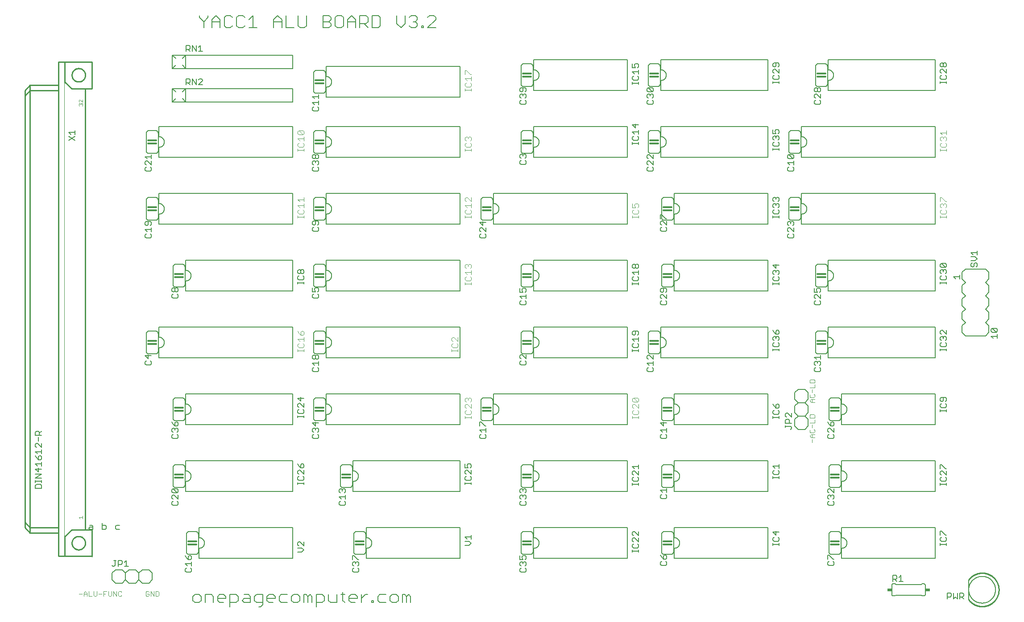
<source format=gbr>
G04 EAGLE Gerber RS-274X export*
G75*
%MOMM*%
%FSLAX34Y34*%
%LPD*%
%INSilkscreen Top*%
%IPPOS*%
%AMOC8*
5,1,8,0,0,1.08239X$1,22.5*%
G01*
%ADD10C,0.203200*%
%ADD11C,0.076200*%
%ADD12C,0.152400*%
%ADD13C,0.127000*%
%ADD14C,0.101600*%
%ADD15C,0.304800*%
%ADD16C,0.254000*%
%ADD17C,0.050800*%
%ADD18R,0.863600X0.609600*%


D10*
X255016Y1129304D02*
X255016Y1125406D01*
X262812Y1117610D01*
X270608Y1125406D01*
X270608Y1129304D01*
X262812Y1117610D02*
X262812Y1105916D01*
X278404Y1105916D02*
X278404Y1121508D01*
X286200Y1129304D01*
X293996Y1121508D01*
X293996Y1105916D01*
X293996Y1117610D02*
X278404Y1117610D01*
X313486Y1129304D02*
X317384Y1125406D01*
X313486Y1129304D02*
X305690Y1129304D01*
X301792Y1125406D01*
X301792Y1109814D01*
X305690Y1105916D01*
X313486Y1105916D01*
X317384Y1109814D01*
X336874Y1129304D02*
X340772Y1125406D01*
X336874Y1129304D02*
X329078Y1129304D01*
X325180Y1125406D01*
X325180Y1109814D01*
X329078Y1105916D01*
X336874Y1105916D01*
X340772Y1109814D01*
X348568Y1121508D02*
X356364Y1129304D01*
X356364Y1105916D01*
X348568Y1105916D02*
X364160Y1105916D01*
X395344Y1105916D02*
X395344Y1121508D01*
X403140Y1129304D01*
X410936Y1121508D01*
X410936Y1105916D01*
X410936Y1117610D02*
X395344Y1117610D01*
X418732Y1129304D02*
X418732Y1105916D01*
X434324Y1105916D01*
X442120Y1109814D02*
X442120Y1129304D01*
X442120Y1109814D02*
X446018Y1105916D01*
X453814Y1105916D01*
X457712Y1109814D01*
X457712Y1129304D01*
X488896Y1129304D02*
X488896Y1105916D01*
X488896Y1129304D02*
X500590Y1129304D01*
X504488Y1125406D01*
X504488Y1121508D01*
X500590Y1117610D01*
X504488Y1113712D01*
X504488Y1109814D01*
X500590Y1105916D01*
X488896Y1105916D01*
X488896Y1117610D02*
X500590Y1117610D01*
X516182Y1129304D02*
X523978Y1129304D01*
X516182Y1129304D02*
X512284Y1125406D01*
X512284Y1109814D01*
X516182Y1105916D01*
X523978Y1105916D01*
X527876Y1109814D01*
X527876Y1125406D01*
X523978Y1129304D01*
X535672Y1121508D02*
X535672Y1105916D01*
X535672Y1121508D02*
X543468Y1129304D01*
X551264Y1121508D01*
X551264Y1105916D01*
X551264Y1117610D02*
X535672Y1117610D01*
X559060Y1105916D02*
X559060Y1129304D01*
X570754Y1129304D01*
X574652Y1125406D01*
X574652Y1117610D01*
X570754Y1113712D01*
X559060Y1113712D01*
X566856Y1113712D02*
X574652Y1105916D01*
X582448Y1105916D02*
X582448Y1129304D01*
X582448Y1105916D02*
X594142Y1105916D01*
X598040Y1109814D01*
X598040Y1125406D01*
X594142Y1129304D01*
X582448Y1129304D01*
X629224Y1129304D02*
X629224Y1113712D01*
X637019Y1105916D01*
X644815Y1113712D01*
X644815Y1129304D01*
X652611Y1125406D02*
X656509Y1129304D01*
X664305Y1129304D01*
X668203Y1125406D01*
X668203Y1121508D01*
X664305Y1117610D01*
X660407Y1117610D01*
X664305Y1117610D02*
X668203Y1113712D01*
X668203Y1109814D01*
X664305Y1105916D01*
X656509Y1105916D01*
X652611Y1109814D01*
X675999Y1109814D02*
X675999Y1105916D01*
X675999Y1109814D02*
X679897Y1109814D01*
X679897Y1105916D01*
X675999Y1105916D01*
X687693Y1105916D02*
X703285Y1105916D01*
X687693Y1105916D02*
X703285Y1121508D01*
X703285Y1125406D01*
X699387Y1129304D01*
X691591Y1129304D01*
X687693Y1125406D01*
X254010Y13716D02*
X246214Y13716D01*
X254010Y13716D02*
X257908Y17614D01*
X257908Y25410D01*
X254010Y29308D01*
X246214Y29308D01*
X242316Y25410D01*
X242316Y17614D01*
X246214Y13716D01*
X265704Y13716D02*
X265704Y29308D01*
X277398Y29308D01*
X281296Y25410D01*
X281296Y13716D01*
X292990Y13716D02*
X300786Y13716D01*
X292990Y13716D02*
X289092Y17614D01*
X289092Y25410D01*
X292990Y29308D01*
X300786Y29308D01*
X304684Y25410D01*
X304684Y21512D01*
X289092Y21512D01*
X312480Y29308D02*
X312480Y5920D01*
X312480Y29308D02*
X324174Y29308D01*
X328072Y25410D01*
X328072Y17614D01*
X324174Y13716D01*
X312480Y13716D01*
X339766Y29308D02*
X347562Y29308D01*
X351460Y25410D01*
X351460Y13716D01*
X339766Y13716D01*
X335868Y17614D01*
X339766Y21512D01*
X351460Y21512D01*
X367052Y5920D02*
X370950Y5920D01*
X374848Y9818D01*
X374848Y29308D01*
X363154Y29308D01*
X359256Y25410D01*
X359256Y17614D01*
X363154Y13716D01*
X374848Y13716D01*
X386542Y13716D02*
X394338Y13716D01*
X386542Y13716D02*
X382644Y17614D01*
X382644Y25410D01*
X386542Y29308D01*
X394338Y29308D01*
X398236Y25410D01*
X398236Y21512D01*
X382644Y21512D01*
X409930Y29308D02*
X421624Y29308D01*
X409930Y29308D02*
X406032Y25410D01*
X406032Y17614D01*
X409930Y13716D01*
X421624Y13716D01*
X433318Y13716D02*
X441114Y13716D01*
X445012Y17614D01*
X445012Y25410D01*
X441114Y29308D01*
X433318Y29308D01*
X429420Y25410D01*
X429420Y17614D01*
X433318Y13716D01*
X452808Y13716D02*
X452808Y29308D01*
X456706Y29308D01*
X460604Y25410D01*
X460604Y13716D01*
X460604Y25410D02*
X464502Y29308D01*
X468400Y25410D01*
X468400Y13716D01*
X476196Y5920D02*
X476196Y29308D01*
X487890Y29308D01*
X491788Y25410D01*
X491788Y17614D01*
X487890Y13716D01*
X476196Y13716D01*
X499584Y17614D02*
X499584Y29308D01*
X499584Y17614D02*
X503482Y13716D01*
X515176Y13716D01*
X515176Y29308D01*
X526870Y33206D02*
X526870Y17614D01*
X530768Y13716D01*
X530768Y29308D02*
X522972Y29308D01*
X542462Y13716D02*
X550258Y13716D01*
X542462Y13716D02*
X538564Y17614D01*
X538564Y25410D01*
X542462Y29308D01*
X550258Y29308D01*
X554156Y25410D01*
X554156Y21512D01*
X538564Y21512D01*
X561952Y13716D02*
X561952Y29308D01*
X561952Y21512D02*
X569748Y29308D01*
X573646Y29308D01*
X581442Y17614D02*
X581442Y13716D01*
X581442Y17614D02*
X585340Y17614D01*
X585340Y13716D01*
X581442Y13716D01*
X597033Y29308D02*
X608727Y29308D01*
X597033Y29308D02*
X593136Y25410D01*
X593136Y17614D01*
X597033Y13716D01*
X608727Y13716D01*
X620421Y13716D02*
X628217Y13716D01*
X632115Y17614D01*
X632115Y25410D01*
X628217Y29308D01*
X620421Y29308D01*
X616523Y25410D01*
X616523Y17614D01*
X620421Y13716D01*
X639911Y13716D02*
X639911Y29308D01*
X643809Y29308D01*
X647707Y25410D01*
X647707Y13716D01*
X647707Y25410D02*
X651605Y29308D01*
X655503Y25410D01*
X655503Y13716D01*
D11*
X159052Y33619D02*
X157484Y35187D01*
X154349Y35187D01*
X152781Y33619D01*
X152781Y27349D01*
X154349Y25781D01*
X157484Y25781D01*
X159052Y27349D01*
X159052Y30484D01*
X155916Y30484D01*
X162136Y25781D02*
X162136Y35187D01*
X168407Y25781D01*
X168407Y35187D01*
X171491Y35187D02*
X171491Y25781D01*
X176194Y25781D01*
X177762Y27349D01*
X177762Y33619D01*
X176194Y35187D01*
X171491Y35187D01*
X32052Y30484D02*
X25781Y30484D01*
X35136Y32052D02*
X35136Y25781D01*
X35136Y32052D02*
X38272Y35187D01*
X41407Y32052D01*
X41407Y25781D01*
X41407Y30484D02*
X35136Y30484D01*
X44491Y35187D02*
X44491Y25781D01*
X50762Y25781D01*
X53847Y27349D02*
X53847Y35187D01*
X53847Y27349D02*
X55414Y25781D01*
X58550Y25781D01*
X60117Y27349D01*
X60117Y35187D01*
X63202Y30484D02*
X69472Y30484D01*
X72557Y25781D02*
X72557Y35187D01*
X78828Y35187D01*
X75692Y30484D02*
X72557Y30484D01*
X81912Y27349D02*
X81912Y35187D01*
X81912Y27349D02*
X83480Y25781D01*
X86615Y25781D01*
X88183Y27349D01*
X88183Y35187D01*
X91267Y35187D02*
X91267Y25781D01*
X97538Y25781D02*
X91267Y35187D01*
X97538Y35187D02*
X97538Y25781D01*
X106893Y33619D02*
X105326Y35187D01*
X102190Y35187D01*
X100623Y33619D01*
X100623Y27349D01*
X102190Y25781D01*
X105326Y25781D01*
X106893Y27349D01*
X1415748Y394081D02*
X1422019Y394081D01*
X1415748Y394081D02*
X1412613Y397216D01*
X1415748Y400352D01*
X1422019Y400352D01*
X1417316Y400352D02*
X1417316Y394081D01*
X1412613Y408139D02*
X1414181Y409707D01*
X1412613Y408139D02*
X1412613Y405004D01*
X1414181Y403436D01*
X1420451Y403436D01*
X1422019Y405004D01*
X1422019Y408139D01*
X1420451Y409707D01*
X1417316Y412791D02*
X1417316Y419062D01*
X1412613Y422147D02*
X1422019Y422147D01*
X1422019Y428417D01*
X1422019Y431502D02*
X1412613Y431502D01*
X1422019Y431502D02*
X1422019Y436205D01*
X1420451Y437772D01*
X1414181Y437772D01*
X1412613Y436205D01*
X1412613Y431502D01*
X1417316Y324152D02*
X1417316Y317881D01*
X1415748Y327236D02*
X1422019Y327236D01*
X1415748Y327236D02*
X1412613Y330372D01*
X1415748Y333507D01*
X1422019Y333507D01*
X1417316Y333507D02*
X1417316Y327236D01*
X1412613Y341294D02*
X1414181Y342862D01*
X1412613Y341294D02*
X1412613Y338159D01*
X1414181Y336591D01*
X1420451Y336591D01*
X1422019Y338159D01*
X1422019Y341294D01*
X1420451Y342862D01*
X1417316Y345947D02*
X1417316Y352217D01*
X1412613Y355302D02*
X1422019Y355302D01*
X1422019Y361572D01*
X1422019Y364657D02*
X1412613Y364657D01*
X1422019Y364657D02*
X1422019Y369360D01*
X1420451Y370928D01*
X1414181Y370928D01*
X1412613Y369360D01*
X1412613Y364657D01*
D12*
X1333500Y791210D02*
X1155700Y791210D01*
X1155700Y732790D02*
X1333500Y732790D01*
X1333500Y791210D01*
X1155700Y791210D02*
X1155700Y772160D01*
X1155700Y751840D02*
X1155700Y732790D01*
X1155700Y751840D02*
X1155947Y751843D01*
X1156195Y751852D01*
X1156442Y751867D01*
X1156688Y751888D01*
X1156934Y751915D01*
X1157179Y751948D01*
X1157424Y751987D01*
X1157667Y752032D01*
X1157909Y752083D01*
X1158150Y752140D01*
X1158389Y752202D01*
X1158627Y752271D01*
X1158863Y752345D01*
X1159097Y752425D01*
X1159329Y752510D01*
X1159559Y752602D01*
X1159787Y752698D01*
X1160012Y752801D01*
X1160235Y752908D01*
X1160455Y753022D01*
X1160672Y753140D01*
X1160887Y753264D01*
X1161098Y753393D01*
X1161306Y753527D01*
X1161511Y753666D01*
X1161712Y753810D01*
X1161910Y753958D01*
X1162104Y754112D01*
X1162294Y754270D01*
X1162480Y754433D01*
X1162662Y754600D01*
X1162840Y754772D01*
X1163014Y754948D01*
X1163184Y755128D01*
X1163349Y755313D01*
X1163509Y755501D01*
X1163665Y755693D01*
X1163817Y755889D01*
X1163963Y756088D01*
X1164105Y756291D01*
X1164241Y756498D01*
X1164373Y756707D01*
X1164499Y756920D01*
X1164620Y757136D01*
X1164736Y757354D01*
X1164846Y757576D01*
X1164951Y757800D01*
X1165051Y758026D01*
X1165145Y758255D01*
X1165233Y758486D01*
X1165316Y758720D01*
X1165393Y758955D01*
X1165464Y759192D01*
X1165530Y759430D01*
X1165589Y759670D01*
X1165643Y759912D01*
X1165691Y760155D01*
X1165733Y760398D01*
X1165769Y760643D01*
X1165799Y760889D01*
X1165823Y761135D01*
X1165841Y761382D01*
X1165853Y761629D01*
X1165859Y761876D01*
X1165859Y762124D01*
X1165853Y762371D01*
X1165841Y762618D01*
X1165823Y762865D01*
X1165799Y763111D01*
X1165769Y763357D01*
X1165733Y763602D01*
X1165691Y763845D01*
X1165643Y764088D01*
X1165589Y764330D01*
X1165530Y764570D01*
X1165464Y764808D01*
X1165393Y765045D01*
X1165316Y765280D01*
X1165233Y765514D01*
X1165145Y765745D01*
X1165051Y765974D01*
X1164951Y766200D01*
X1164846Y766424D01*
X1164736Y766646D01*
X1164620Y766864D01*
X1164499Y767080D01*
X1164373Y767293D01*
X1164241Y767502D01*
X1164105Y767709D01*
X1163963Y767912D01*
X1163817Y768111D01*
X1163665Y768307D01*
X1163509Y768499D01*
X1163349Y768687D01*
X1163184Y768872D01*
X1163014Y769052D01*
X1162840Y769228D01*
X1162662Y769400D01*
X1162480Y769567D01*
X1162294Y769730D01*
X1162104Y769888D01*
X1161910Y770042D01*
X1161712Y770190D01*
X1161511Y770334D01*
X1161306Y770473D01*
X1161098Y770607D01*
X1160887Y770736D01*
X1160672Y770860D01*
X1160455Y770978D01*
X1160235Y771092D01*
X1160012Y771199D01*
X1159787Y771302D01*
X1159559Y771398D01*
X1159329Y771490D01*
X1159097Y771575D01*
X1158863Y771655D01*
X1158627Y771729D01*
X1158389Y771798D01*
X1158150Y771860D01*
X1157909Y771917D01*
X1157667Y771968D01*
X1157424Y772013D01*
X1157179Y772052D01*
X1156934Y772085D01*
X1156688Y772112D01*
X1156442Y772133D01*
X1156195Y772148D01*
X1155947Y772157D01*
X1155700Y772160D01*
D13*
X1354455Y748668D02*
X1354455Y744855D01*
X1354455Y746762D02*
X1343015Y746762D01*
X1343015Y748668D02*
X1343015Y744855D01*
X1343015Y758371D02*
X1344922Y760277D01*
X1343015Y758371D02*
X1343015Y754558D01*
X1344922Y752651D01*
X1352548Y752651D01*
X1354455Y754558D01*
X1354455Y758371D01*
X1352548Y760277D01*
X1344922Y764345D02*
X1343015Y766252D01*
X1343015Y770065D01*
X1344922Y771971D01*
X1346829Y771971D01*
X1348735Y770065D01*
X1348735Y768158D01*
X1348735Y770065D02*
X1350642Y771971D01*
X1352548Y771971D01*
X1354455Y770065D01*
X1354455Y766252D01*
X1352548Y764345D01*
X1344922Y776039D02*
X1343015Y777946D01*
X1343015Y781759D01*
X1344922Y783665D01*
X1346829Y783665D01*
X1348735Y781759D01*
X1348735Y779852D01*
X1348735Y781759D02*
X1350642Y783665D01*
X1352548Y783665D01*
X1354455Y781759D01*
X1354455Y777946D01*
X1352548Y776039D01*
D12*
X1333500Y664210D02*
X1155700Y664210D01*
X1155700Y605790D02*
X1333500Y605790D01*
X1333500Y664210D01*
X1155700Y664210D02*
X1155700Y645160D01*
X1155700Y624840D02*
X1155700Y605790D01*
X1155700Y624840D02*
X1155947Y624843D01*
X1156195Y624852D01*
X1156442Y624867D01*
X1156688Y624888D01*
X1156934Y624915D01*
X1157179Y624948D01*
X1157424Y624987D01*
X1157667Y625032D01*
X1157909Y625083D01*
X1158150Y625140D01*
X1158389Y625202D01*
X1158627Y625271D01*
X1158863Y625345D01*
X1159097Y625425D01*
X1159329Y625510D01*
X1159559Y625602D01*
X1159787Y625698D01*
X1160012Y625801D01*
X1160235Y625908D01*
X1160455Y626022D01*
X1160672Y626140D01*
X1160887Y626264D01*
X1161098Y626393D01*
X1161306Y626527D01*
X1161511Y626666D01*
X1161712Y626810D01*
X1161910Y626958D01*
X1162104Y627112D01*
X1162294Y627270D01*
X1162480Y627433D01*
X1162662Y627600D01*
X1162840Y627772D01*
X1163014Y627948D01*
X1163184Y628128D01*
X1163349Y628313D01*
X1163509Y628501D01*
X1163665Y628693D01*
X1163817Y628889D01*
X1163963Y629088D01*
X1164105Y629291D01*
X1164241Y629498D01*
X1164373Y629707D01*
X1164499Y629920D01*
X1164620Y630136D01*
X1164736Y630354D01*
X1164846Y630576D01*
X1164951Y630800D01*
X1165051Y631026D01*
X1165145Y631255D01*
X1165233Y631486D01*
X1165316Y631720D01*
X1165393Y631955D01*
X1165464Y632192D01*
X1165530Y632430D01*
X1165589Y632670D01*
X1165643Y632912D01*
X1165691Y633155D01*
X1165733Y633398D01*
X1165769Y633643D01*
X1165799Y633889D01*
X1165823Y634135D01*
X1165841Y634382D01*
X1165853Y634629D01*
X1165859Y634876D01*
X1165859Y635124D01*
X1165853Y635371D01*
X1165841Y635618D01*
X1165823Y635865D01*
X1165799Y636111D01*
X1165769Y636357D01*
X1165733Y636602D01*
X1165691Y636845D01*
X1165643Y637088D01*
X1165589Y637330D01*
X1165530Y637570D01*
X1165464Y637808D01*
X1165393Y638045D01*
X1165316Y638280D01*
X1165233Y638514D01*
X1165145Y638745D01*
X1165051Y638974D01*
X1164951Y639200D01*
X1164846Y639424D01*
X1164736Y639646D01*
X1164620Y639864D01*
X1164499Y640080D01*
X1164373Y640293D01*
X1164241Y640502D01*
X1164105Y640709D01*
X1163963Y640912D01*
X1163817Y641111D01*
X1163665Y641307D01*
X1163509Y641499D01*
X1163349Y641687D01*
X1163184Y641872D01*
X1163014Y642052D01*
X1162840Y642228D01*
X1162662Y642400D01*
X1162480Y642567D01*
X1162294Y642730D01*
X1162104Y642888D01*
X1161910Y643042D01*
X1161712Y643190D01*
X1161511Y643334D01*
X1161306Y643473D01*
X1161098Y643607D01*
X1160887Y643736D01*
X1160672Y643860D01*
X1160455Y643978D01*
X1160235Y644092D01*
X1160012Y644199D01*
X1159787Y644302D01*
X1159559Y644398D01*
X1159329Y644490D01*
X1159097Y644575D01*
X1158863Y644655D01*
X1158627Y644729D01*
X1158389Y644798D01*
X1158150Y644860D01*
X1157909Y644917D01*
X1157667Y644968D01*
X1157424Y645013D01*
X1157179Y645052D01*
X1156934Y645085D01*
X1156688Y645112D01*
X1156442Y645133D01*
X1156195Y645148D01*
X1155947Y645157D01*
X1155700Y645160D01*
D13*
X1354455Y621668D02*
X1354455Y617855D01*
X1354455Y619762D02*
X1343015Y619762D01*
X1343015Y621668D02*
X1343015Y617855D01*
X1343015Y631371D02*
X1344922Y633277D01*
X1343015Y631371D02*
X1343015Y627558D01*
X1344922Y625651D01*
X1352548Y625651D01*
X1354455Y627558D01*
X1354455Y631371D01*
X1352548Y633277D01*
X1344922Y637345D02*
X1343015Y639252D01*
X1343015Y643065D01*
X1344922Y644971D01*
X1346829Y644971D01*
X1348735Y643065D01*
X1348735Y641158D01*
X1348735Y643065D02*
X1350642Y644971D01*
X1352548Y644971D01*
X1354455Y643065D01*
X1354455Y639252D01*
X1352548Y637345D01*
X1354455Y654759D02*
X1343015Y654759D01*
X1348735Y649039D01*
X1348735Y656665D01*
D12*
X1397000Y791210D02*
X1651000Y791210D01*
X1651000Y732790D02*
X1397000Y732790D01*
X1651000Y732790D02*
X1651000Y791210D01*
X1397000Y791210D02*
X1397000Y772160D01*
X1397000Y751840D02*
X1397000Y732790D01*
X1397000Y751840D02*
X1397247Y751843D01*
X1397495Y751852D01*
X1397742Y751867D01*
X1397988Y751888D01*
X1398234Y751915D01*
X1398479Y751948D01*
X1398724Y751987D01*
X1398967Y752032D01*
X1399209Y752083D01*
X1399450Y752140D01*
X1399689Y752202D01*
X1399927Y752271D01*
X1400163Y752345D01*
X1400397Y752425D01*
X1400629Y752510D01*
X1400859Y752602D01*
X1401087Y752698D01*
X1401312Y752801D01*
X1401535Y752908D01*
X1401755Y753022D01*
X1401972Y753140D01*
X1402187Y753264D01*
X1402398Y753393D01*
X1402606Y753527D01*
X1402811Y753666D01*
X1403012Y753810D01*
X1403210Y753958D01*
X1403404Y754112D01*
X1403594Y754270D01*
X1403780Y754433D01*
X1403962Y754600D01*
X1404140Y754772D01*
X1404314Y754948D01*
X1404484Y755128D01*
X1404649Y755313D01*
X1404809Y755501D01*
X1404965Y755693D01*
X1405117Y755889D01*
X1405263Y756088D01*
X1405405Y756291D01*
X1405541Y756498D01*
X1405673Y756707D01*
X1405799Y756920D01*
X1405920Y757136D01*
X1406036Y757354D01*
X1406146Y757576D01*
X1406251Y757800D01*
X1406351Y758026D01*
X1406445Y758255D01*
X1406533Y758486D01*
X1406616Y758720D01*
X1406693Y758955D01*
X1406764Y759192D01*
X1406830Y759430D01*
X1406889Y759670D01*
X1406943Y759912D01*
X1406991Y760155D01*
X1407033Y760398D01*
X1407069Y760643D01*
X1407099Y760889D01*
X1407123Y761135D01*
X1407141Y761382D01*
X1407153Y761629D01*
X1407159Y761876D01*
X1407159Y762124D01*
X1407153Y762371D01*
X1407141Y762618D01*
X1407123Y762865D01*
X1407099Y763111D01*
X1407069Y763357D01*
X1407033Y763602D01*
X1406991Y763845D01*
X1406943Y764088D01*
X1406889Y764330D01*
X1406830Y764570D01*
X1406764Y764808D01*
X1406693Y765045D01*
X1406616Y765280D01*
X1406533Y765514D01*
X1406445Y765745D01*
X1406351Y765974D01*
X1406251Y766200D01*
X1406146Y766424D01*
X1406036Y766646D01*
X1405920Y766864D01*
X1405799Y767080D01*
X1405673Y767293D01*
X1405541Y767502D01*
X1405405Y767709D01*
X1405263Y767912D01*
X1405117Y768111D01*
X1404965Y768307D01*
X1404809Y768499D01*
X1404649Y768687D01*
X1404484Y768872D01*
X1404314Y769052D01*
X1404140Y769228D01*
X1403962Y769400D01*
X1403780Y769567D01*
X1403594Y769730D01*
X1403404Y769888D01*
X1403210Y770042D01*
X1403012Y770190D01*
X1402811Y770334D01*
X1402606Y770473D01*
X1402398Y770607D01*
X1402187Y770736D01*
X1401972Y770860D01*
X1401755Y770978D01*
X1401535Y771092D01*
X1401312Y771199D01*
X1401087Y771302D01*
X1400859Y771398D01*
X1400629Y771490D01*
X1400397Y771575D01*
X1400163Y771655D01*
X1399927Y771729D01*
X1399689Y771798D01*
X1399450Y771860D01*
X1399209Y771917D01*
X1398967Y771968D01*
X1398724Y772013D01*
X1398479Y772052D01*
X1398234Y772085D01*
X1397988Y772112D01*
X1397742Y772133D01*
X1397495Y772148D01*
X1397247Y772157D01*
X1397000Y772160D01*
D14*
X1672082Y748626D02*
X1672082Y744728D01*
X1672082Y746677D02*
X1660388Y746677D01*
X1660388Y744728D02*
X1660388Y748626D01*
X1660388Y758371D02*
X1662337Y760320D01*
X1660388Y758371D02*
X1660388Y754473D01*
X1662337Y752524D01*
X1670133Y752524D01*
X1672082Y754473D01*
X1672082Y758371D01*
X1670133Y760320D01*
X1662337Y764218D02*
X1660388Y766167D01*
X1660388Y770065D01*
X1662337Y772014D01*
X1664286Y772014D01*
X1666235Y770065D01*
X1666235Y768116D01*
X1666235Y770065D02*
X1668184Y772014D01*
X1670133Y772014D01*
X1672082Y770065D01*
X1672082Y766167D01*
X1670133Y764218D01*
X1660388Y775912D02*
X1660388Y783708D01*
X1662337Y783708D01*
X1670133Y775912D01*
X1672082Y775912D01*
D12*
X431800Y664210D02*
X228600Y664210D01*
X228600Y605790D02*
X431800Y605790D01*
X431800Y664210D01*
X228600Y664210D02*
X228600Y645160D01*
X228600Y624840D02*
X228600Y605790D01*
X228600Y624840D02*
X228847Y624843D01*
X229095Y624852D01*
X229342Y624867D01*
X229588Y624888D01*
X229834Y624915D01*
X230079Y624948D01*
X230324Y624987D01*
X230567Y625032D01*
X230809Y625083D01*
X231050Y625140D01*
X231289Y625202D01*
X231527Y625271D01*
X231763Y625345D01*
X231997Y625425D01*
X232229Y625510D01*
X232459Y625602D01*
X232687Y625698D01*
X232912Y625801D01*
X233135Y625908D01*
X233355Y626022D01*
X233572Y626140D01*
X233787Y626264D01*
X233998Y626393D01*
X234206Y626527D01*
X234411Y626666D01*
X234612Y626810D01*
X234810Y626958D01*
X235004Y627112D01*
X235194Y627270D01*
X235380Y627433D01*
X235562Y627600D01*
X235740Y627772D01*
X235914Y627948D01*
X236084Y628128D01*
X236249Y628313D01*
X236409Y628501D01*
X236565Y628693D01*
X236717Y628889D01*
X236863Y629088D01*
X237005Y629291D01*
X237141Y629498D01*
X237273Y629707D01*
X237399Y629920D01*
X237520Y630136D01*
X237636Y630354D01*
X237746Y630576D01*
X237851Y630800D01*
X237951Y631026D01*
X238045Y631255D01*
X238133Y631486D01*
X238216Y631720D01*
X238293Y631955D01*
X238364Y632192D01*
X238430Y632430D01*
X238489Y632670D01*
X238543Y632912D01*
X238591Y633155D01*
X238633Y633398D01*
X238669Y633643D01*
X238699Y633889D01*
X238723Y634135D01*
X238741Y634382D01*
X238753Y634629D01*
X238759Y634876D01*
X238759Y635124D01*
X238753Y635371D01*
X238741Y635618D01*
X238723Y635865D01*
X238699Y636111D01*
X238669Y636357D01*
X238633Y636602D01*
X238591Y636845D01*
X238543Y637088D01*
X238489Y637330D01*
X238430Y637570D01*
X238364Y637808D01*
X238293Y638045D01*
X238216Y638280D01*
X238133Y638514D01*
X238045Y638745D01*
X237951Y638974D01*
X237851Y639200D01*
X237746Y639424D01*
X237636Y639646D01*
X237520Y639864D01*
X237399Y640080D01*
X237273Y640293D01*
X237141Y640502D01*
X237005Y640709D01*
X236863Y640912D01*
X236717Y641111D01*
X236565Y641307D01*
X236409Y641499D01*
X236249Y641687D01*
X236084Y641872D01*
X235914Y642052D01*
X235740Y642228D01*
X235562Y642400D01*
X235380Y642567D01*
X235194Y642730D01*
X235004Y642888D01*
X234810Y643042D01*
X234612Y643190D01*
X234411Y643334D01*
X234206Y643473D01*
X233998Y643607D01*
X233787Y643736D01*
X233572Y643860D01*
X233355Y643978D01*
X233135Y644092D01*
X232912Y644199D01*
X232687Y644302D01*
X232459Y644398D01*
X232229Y644490D01*
X231997Y644575D01*
X231763Y644655D01*
X231527Y644729D01*
X231289Y644798D01*
X231050Y644860D01*
X230809Y644917D01*
X230567Y644968D01*
X230324Y645013D01*
X230079Y645052D01*
X229834Y645085D01*
X229588Y645112D01*
X229342Y645133D01*
X229095Y645148D01*
X228847Y645157D01*
X228600Y645160D01*
D13*
X452755Y622938D02*
X452755Y619125D01*
X452755Y621032D02*
X441315Y621032D01*
X441315Y622938D02*
X441315Y619125D01*
X441315Y632641D02*
X443222Y634547D01*
X441315Y632641D02*
X441315Y628828D01*
X443222Y626921D01*
X450848Y626921D01*
X452755Y628828D01*
X452755Y632641D01*
X450848Y634547D01*
X443222Y638615D02*
X441315Y640522D01*
X441315Y644335D01*
X443222Y646241D01*
X445129Y646241D01*
X447035Y644335D01*
X448942Y646241D01*
X450848Y646241D01*
X452755Y644335D01*
X452755Y640522D01*
X450848Y638615D01*
X448942Y638615D01*
X447035Y640522D01*
X445129Y638615D01*
X443222Y638615D01*
X447035Y640522D02*
X447035Y644335D01*
D12*
X431800Y156210D02*
X254000Y156210D01*
X254000Y97790D02*
X431800Y97790D01*
X431800Y156210D01*
X254000Y156210D02*
X254000Y137160D01*
X254000Y116840D02*
X254000Y97790D01*
X254000Y116840D02*
X254247Y116843D01*
X254495Y116852D01*
X254742Y116867D01*
X254988Y116888D01*
X255234Y116915D01*
X255479Y116948D01*
X255724Y116987D01*
X255967Y117032D01*
X256209Y117083D01*
X256450Y117140D01*
X256689Y117202D01*
X256927Y117271D01*
X257163Y117345D01*
X257397Y117425D01*
X257629Y117510D01*
X257859Y117602D01*
X258087Y117698D01*
X258312Y117801D01*
X258535Y117908D01*
X258755Y118022D01*
X258972Y118140D01*
X259187Y118264D01*
X259398Y118393D01*
X259606Y118527D01*
X259811Y118666D01*
X260012Y118810D01*
X260210Y118958D01*
X260404Y119112D01*
X260594Y119270D01*
X260780Y119433D01*
X260962Y119600D01*
X261140Y119772D01*
X261314Y119948D01*
X261484Y120128D01*
X261649Y120313D01*
X261809Y120501D01*
X261965Y120693D01*
X262117Y120889D01*
X262263Y121088D01*
X262405Y121291D01*
X262541Y121498D01*
X262673Y121707D01*
X262799Y121920D01*
X262920Y122136D01*
X263036Y122354D01*
X263146Y122576D01*
X263251Y122800D01*
X263351Y123026D01*
X263445Y123255D01*
X263533Y123486D01*
X263616Y123720D01*
X263693Y123955D01*
X263764Y124192D01*
X263830Y124430D01*
X263889Y124670D01*
X263943Y124912D01*
X263991Y125155D01*
X264033Y125398D01*
X264069Y125643D01*
X264099Y125889D01*
X264123Y126135D01*
X264141Y126382D01*
X264153Y126629D01*
X264159Y126876D01*
X264159Y127124D01*
X264153Y127371D01*
X264141Y127618D01*
X264123Y127865D01*
X264099Y128111D01*
X264069Y128357D01*
X264033Y128602D01*
X263991Y128845D01*
X263943Y129088D01*
X263889Y129330D01*
X263830Y129570D01*
X263764Y129808D01*
X263693Y130045D01*
X263616Y130280D01*
X263533Y130514D01*
X263445Y130745D01*
X263351Y130974D01*
X263251Y131200D01*
X263146Y131424D01*
X263036Y131646D01*
X262920Y131864D01*
X262799Y132080D01*
X262673Y132293D01*
X262541Y132502D01*
X262405Y132709D01*
X262263Y132912D01*
X262117Y133111D01*
X261965Y133307D01*
X261809Y133499D01*
X261649Y133687D01*
X261484Y133872D01*
X261314Y134052D01*
X261140Y134228D01*
X260962Y134400D01*
X260780Y134567D01*
X260594Y134730D01*
X260404Y134888D01*
X260210Y135042D01*
X260012Y135190D01*
X259811Y135334D01*
X259606Y135473D01*
X259398Y135607D01*
X259187Y135736D01*
X258972Y135860D01*
X258755Y135978D01*
X258535Y136092D01*
X258312Y136199D01*
X258087Y136302D01*
X257859Y136398D01*
X257629Y136490D01*
X257397Y136575D01*
X257163Y136655D01*
X256927Y136729D01*
X256689Y136798D01*
X256450Y136860D01*
X256209Y136917D01*
X255967Y136968D01*
X255724Y137013D01*
X255479Y137052D01*
X255234Y137085D01*
X254988Y137112D01*
X254742Y137133D01*
X254495Y137148D01*
X254247Y137157D01*
X254000Y137160D01*
D13*
X441315Y109855D02*
X448942Y109855D01*
X452755Y113668D01*
X448942Y117482D01*
X441315Y117482D01*
X452755Y121549D02*
X452755Y129175D01*
X452755Y121549D02*
X445129Y129175D01*
X443222Y129175D01*
X441315Y127269D01*
X441315Y123456D01*
X443222Y121549D01*
D12*
X431800Y537210D02*
X177800Y537210D01*
X177800Y478790D02*
X431800Y478790D01*
X431800Y537210D01*
X177800Y537210D02*
X177800Y518160D01*
X177800Y497840D02*
X177800Y478790D01*
X177800Y497840D02*
X178047Y497843D01*
X178295Y497852D01*
X178542Y497867D01*
X178788Y497888D01*
X179034Y497915D01*
X179279Y497948D01*
X179524Y497987D01*
X179767Y498032D01*
X180009Y498083D01*
X180250Y498140D01*
X180489Y498202D01*
X180727Y498271D01*
X180963Y498345D01*
X181197Y498425D01*
X181429Y498510D01*
X181659Y498602D01*
X181887Y498698D01*
X182112Y498801D01*
X182335Y498908D01*
X182555Y499022D01*
X182772Y499140D01*
X182987Y499264D01*
X183198Y499393D01*
X183406Y499527D01*
X183611Y499666D01*
X183812Y499810D01*
X184010Y499958D01*
X184204Y500112D01*
X184394Y500270D01*
X184580Y500433D01*
X184762Y500600D01*
X184940Y500772D01*
X185114Y500948D01*
X185284Y501128D01*
X185449Y501313D01*
X185609Y501501D01*
X185765Y501693D01*
X185917Y501889D01*
X186063Y502088D01*
X186205Y502291D01*
X186341Y502498D01*
X186473Y502707D01*
X186599Y502920D01*
X186720Y503136D01*
X186836Y503354D01*
X186946Y503576D01*
X187051Y503800D01*
X187151Y504026D01*
X187245Y504255D01*
X187333Y504486D01*
X187416Y504720D01*
X187493Y504955D01*
X187564Y505192D01*
X187630Y505430D01*
X187689Y505670D01*
X187743Y505912D01*
X187791Y506155D01*
X187833Y506398D01*
X187869Y506643D01*
X187899Y506889D01*
X187923Y507135D01*
X187941Y507382D01*
X187953Y507629D01*
X187959Y507876D01*
X187959Y508124D01*
X187953Y508371D01*
X187941Y508618D01*
X187923Y508865D01*
X187899Y509111D01*
X187869Y509357D01*
X187833Y509602D01*
X187791Y509845D01*
X187743Y510088D01*
X187689Y510330D01*
X187630Y510570D01*
X187564Y510808D01*
X187493Y511045D01*
X187416Y511280D01*
X187333Y511514D01*
X187245Y511745D01*
X187151Y511974D01*
X187051Y512200D01*
X186946Y512424D01*
X186836Y512646D01*
X186720Y512864D01*
X186599Y513080D01*
X186473Y513293D01*
X186341Y513502D01*
X186205Y513709D01*
X186063Y513912D01*
X185917Y514111D01*
X185765Y514307D01*
X185609Y514499D01*
X185449Y514687D01*
X185284Y514872D01*
X185114Y515052D01*
X184940Y515228D01*
X184762Y515400D01*
X184580Y515567D01*
X184394Y515730D01*
X184204Y515888D01*
X184010Y516042D01*
X183812Y516190D01*
X183611Y516334D01*
X183406Y516473D01*
X183198Y516607D01*
X182987Y516736D01*
X182772Y516860D01*
X182555Y516978D01*
X182335Y517092D01*
X182112Y517199D01*
X181887Y517302D01*
X181659Y517398D01*
X181429Y517490D01*
X181197Y517575D01*
X180963Y517655D01*
X180727Y517729D01*
X180489Y517798D01*
X180250Y517860D01*
X180009Y517917D01*
X179767Y517968D01*
X179524Y518013D01*
X179279Y518052D01*
X179034Y518085D01*
X178788Y518112D01*
X178542Y518133D01*
X178295Y518148D01*
X178047Y518157D01*
X177800Y518160D01*
D14*
X452882Y494626D02*
X452882Y490728D01*
X452882Y492677D02*
X441188Y492677D01*
X441188Y490728D02*
X441188Y494626D01*
X441188Y504371D02*
X443137Y506320D01*
X441188Y504371D02*
X441188Y500473D01*
X443137Y498524D01*
X450933Y498524D01*
X452882Y500473D01*
X452882Y504371D01*
X450933Y506320D01*
X445086Y510218D02*
X441188Y514116D01*
X452882Y514116D01*
X452882Y510218D02*
X452882Y518014D01*
X443137Y525810D02*
X441188Y529708D01*
X443137Y525810D02*
X447035Y521912D01*
X450933Y521912D01*
X452882Y523861D01*
X452882Y527759D01*
X450933Y529708D01*
X448984Y529708D01*
X447035Y527759D01*
X447035Y521912D01*
D12*
X495300Y537210D02*
X749300Y537210D01*
X749300Y478790D02*
X495300Y478790D01*
X749300Y478790D02*
X749300Y537210D01*
X495300Y537210D02*
X495300Y518160D01*
X495300Y497840D02*
X495300Y478790D01*
X495300Y497840D02*
X495547Y497843D01*
X495795Y497852D01*
X496042Y497867D01*
X496288Y497888D01*
X496534Y497915D01*
X496779Y497948D01*
X497024Y497987D01*
X497267Y498032D01*
X497509Y498083D01*
X497750Y498140D01*
X497989Y498202D01*
X498227Y498271D01*
X498463Y498345D01*
X498697Y498425D01*
X498929Y498510D01*
X499159Y498602D01*
X499387Y498698D01*
X499612Y498801D01*
X499835Y498908D01*
X500055Y499022D01*
X500272Y499140D01*
X500487Y499264D01*
X500698Y499393D01*
X500906Y499527D01*
X501111Y499666D01*
X501312Y499810D01*
X501510Y499958D01*
X501704Y500112D01*
X501894Y500270D01*
X502080Y500433D01*
X502262Y500600D01*
X502440Y500772D01*
X502614Y500948D01*
X502784Y501128D01*
X502949Y501313D01*
X503109Y501501D01*
X503265Y501693D01*
X503417Y501889D01*
X503563Y502088D01*
X503705Y502291D01*
X503841Y502498D01*
X503973Y502707D01*
X504099Y502920D01*
X504220Y503136D01*
X504336Y503354D01*
X504446Y503576D01*
X504551Y503800D01*
X504651Y504026D01*
X504745Y504255D01*
X504833Y504486D01*
X504916Y504720D01*
X504993Y504955D01*
X505064Y505192D01*
X505130Y505430D01*
X505189Y505670D01*
X505243Y505912D01*
X505291Y506155D01*
X505333Y506398D01*
X505369Y506643D01*
X505399Y506889D01*
X505423Y507135D01*
X505441Y507382D01*
X505453Y507629D01*
X505459Y507876D01*
X505459Y508124D01*
X505453Y508371D01*
X505441Y508618D01*
X505423Y508865D01*
X505399Y509111D01*
X505369Y509357D01*
X505333Y509602D01*
X505291Y509845D01*
X505243Y510088D01*
X505189Y510330D01*
X505130Y510570D01*
X505064Y510808D01*
X504993Y511045D01*
X504916Y511280D01*
X504833Y511514D01*
X504745Y511745D01*
X504651Y511974D01*
X504551Y512200D01*
X504446Y512424D01*
X504336Y512646D01*
X504220Y512864D01*
X504099Y513080D01*
X503973Y513293D01*
X503841Y513502D01*
X503705Y513709D01*
X503563Y513912D01*
X503417Y514111D01*
X503265Y514307D01*
X503109Y514499D01*
X502949Y514687D01*
X502784Y514872D01*
X502614Y515052D01*
X502440Y515228D01*
X502262Y515400D01*
X502080Y515567D01*
X501894Y515730D01*
X501704Y515888D01*
X501510Y516042D01*
X501312Y516190D01*
X501111Y516334D01*
X500906Y516473D01*
X500698Y516607D01*
X500487Y516736D01*
X500272Y516860D01*
X500055Y516978D01*
X499835Y517092D01*
X499612Y517199D01*
X499387Y517302D01*
X499159Y517398D01*
X498929Y517490D01*
X498697Y517575D01*
X498463Y517655D01*
X498227Y517729D01*
X497989Y517798D01*
X497750Y517860D01*
X497509Y517917D01*
X497267Y517968D01*
X497024Y518013D01*
X496779Y518052D01*
X496534Y518085D01*
X496288Y518112D01*
X496042Y518133D01*
X495795Y518148D01*
X495547Y518157D01*
X495300Y518160D01*
D14*
X744982Y494626D02*
X744982Y490728D01*
X744982Y492677D02*
X733288Y492677D01*
X733288Y490728D02*
X733288Y494626D01*
X733288Y504371D02*
X735237Y506320D01*
X733288Y504371D02*
X733288Y500473D01*
X735237Y498524D01*
X743033Y498524D01*
X744982Y500473D01*
X744982Y504371D01*
X743033Y506320D01*
X744982Y510218D02*
X744982Y518014D01*
X744982Y510218D02*
X737186Y518014D01*
X735237Y518014D01*
X733288Y516065D01*
X733288Y512167D01*
X735237Y510218D01*
D12*
X749300Y918210D02*
X495300Y918210D01*
X495300Y859790D02*
X749300Y859790D01*
X749300Y918210D01*
X495300Y918210D02*
X495300Y899160D01*
X495300Y878840D02*
X495300Y859790D01*
X495300Y878840D02*
X495547Y878843D01*
X495795Y878852D01*
X496042Y878867D01*
X496288Y878888D01*
X496534Y878915D01*
X496779Y878948D01*
X497024Y878987D01*
X497267Y879032D01*
X497509Y879083D01*
X497750Y879140D01*
X497989Y879202D01*
X498227Y879271D01*
X498463Y879345D01*
X498697Y879425D01*
X498929Y879510D01*
X499159Y879602D01*
X499387Y879698D01*
X499612Y879801D01*
X499835Y879908D01*
X500055Y880022D01*
X500272Y880140D01*
X500487Y880264D01*
X500698Y880393D01*
X500906Y880527D01*
X501111Y880666D01*
X501312Y880810D01*
X501510Y880958D01*
X501704Y881112D01*
X501894Y881270D01*
X502080Y881433D01*
X502262Y881600D01*
X502440Y881772D01*
X502614Y881948D01*
X502784Y882128D01*
X502949Y882313D01*
X503109Y882501D01*
X503265Y882693D01*
X503417Y882889D01*
X503563Y883088D01*
X503705Y883291D01*
X503841Y883498D01*
X503973Y883707D01*
X504099Y883920D01*
X504220Y884136D01*
X504336Y884354D01*
X504446Y884576D01*
X504551Y884800D01*
X504651Y885026D01*
X504745Y885255D01*
X504833Y885486D01*
X504916Y885720D01*
X504993Y885955D01*
X505064Y886192D01*
X505130Y886430D01*
X505189Y886670D01*
X505243Y886912D01*
X505291Y887155D01*
X505333Y887398D01*
X505369Y887643D01*
X505399Y887889D01*
X505423Y888135D01*
X505441Y888382D01*
X505453Y888629D01*
X505459Y888876D01*
X505459Y889124D01*
X505453Y889371D01*
X505441Y889618D01*
X505423Y889865D01*
X505399Y890111D01*
X505369Y890357D01*
X505333Y890602D01*
X505291Y890845D01*
X505243Y891088D01*
X505189Y891330D01*
X505130Y891570D01*
X505064Y891808D01*
X504993Y892045D01*
X504916Y892280D01*
X504833Y892514D01*
X504745Y892745D01*
X504651Y892974D01*
X504551Y893200D01*
X504446Y893424D01*
X504336Y893646D01*
X504220Y893864D01*
X504099Y894080D01*
X503973Y894293D01*
X503841Y894502D01*
X503705Y894709D01*
X503563Y894912D01*
X503417Y895111D01*
X503265Y895307D01*
X503109Y895499D01*
X502949Y895687D01*
X502784Y895872D01*
X502614Y896052D01*
X502440Y896228D01*
X502262Y896400D01*
X502080Y896567D01*
X501894Y896730D01*
X501704Y896888D01*
X501510Y897042D01*
X501312Y897190D01*
X501111Y897334D01*
X500906Y897473D01*
X500698Y897607D01*
X500487Y897736D01*
X500272Y897860D01*
X500055Y897978D01*
X499835Y898092D01*
X499612Y898199D01*
X499387Y898302D01*
X499159Y898398D01*
X498929Y898490D01*
X498697Y898575D01*
X498463Y898655D01*
X498227Y898729D01*
X497989Y898798D01*
X497750Y898860D01*
X497509Y898917D01*
X497267Y898968D01*
X497024Y899013D01*
X496779Y899052D01*
X496534Y899085D01*
X496288Y899112D01*
X496042Y899133D01*
X495795Y899148D01*
X495547Y899157D01*
X495300Y899160D01*
D14*
X770382Y875626D02*
X770382Y871728D01*
X770382Y873677D02*
X758688Y873677D01*
X758688Y871728D02*
X758688Y875626D01*
X758688Y885371D02*
X760637Y887320D01*
X758688Y885371D02*
X758688Y881473D01*
X760637Y879524D01*
X768433Y879524D01*
X770382Y881473D01*
X770382Y885371D01*
X768433Y887320D01*
X760637Y891218D02*
X758688Y893167D01*
X758688Y897065D01*
X760637Y899014D01*
X762586Y899014D01*
X764535Y897065D01*
X764535Y895116D01*
X764535Y897065D02*
X766484Y899014D01*
X768433Y899014D01*
X770382Y897065D01*
X770382Y893167D01*
X768433Y891218D01*
D12*
X812800Y791210D02*
X1066800Y791210D01*
X1066800Y732790D02*
X812800Y732790D01*
X1066800Y732790D02*
X1066800Y791210D01*
X812800Y791210D02*
X812800Y772160D01*
X812800Y751840D02*
X812800Y732790D01*
X812800Y751840D02*
X813047Y751843D01*
X813295Y751852D01*
X813542Y751867D01*
X813788Y751888D01*
X814034Y751915D01*
X814279Y751948D01*
X814524Y751987D01*
X814767Y752032D01*
X815009Y752083D01*
X815250Y752140D01*
X815489Y752202D01*
X815727Y752271D01*
X815963Y752345D01*
X816197Y752425D01*
X816429Y752510D01*
X816659Y752602D01*
X816887Y752698D01*
X817112Y752801D01*
X817335Y752908D01*
X817555Y753022D01*
X817772Y753140D01*
X817987Y753264D01*
X818198Y753393D01*
X818406Y753527D01*
X818611Y753666D01*
X818812Y753810D01*
X819010Y753958D01*
X819204Y754112D01*
X819394Y754270D01*
X819580Y754433D01*
X819762Y754600D01*
X819940Y754772D01*
X820114Y754948D01*
X820284Y755128D01*
X820449Y755313D01*
X820609Y755501D01*
X820765Y755693D01*
X820917Y755889D01*
X821063Y756088D01*
X821205Y756291D01*
X821341Y756498D01*
X821473Y756707D01*
X821599Y756920D01*
X821720Y757136D01*
X821836Y757354D01*
X821946Y757576D01*
X822051Y757800D01*
X822151Y758026D01*
X822245Y758255D01*
X822333Y758486D01*
X822416Y758720D01*
X822493Y758955D01*
X822564Y759192D01*
X822630Y759430D01*
X822689Y759670D01*
X822743Y759912D01*
X822791Y760155D01*
X822833Y760398D01*
X822869Y760643D01*
X822899Y760889D01*
X822923Y761135D01*
X822941Y761382D01*
X822953Y761629D01*
X822959Y761876D01*
X822959Y762124D01*
X822953Y762371D01*
X822941Y762618D01*
X822923Y762865D01*
X822899Y763111D01*
X822869Y763357D01*
X822833Y763602D01*
X822791Y763845D01*
X822743Y764088D01*
X822689Y764330D01*
X822630Y764570D01*
X822564Y764808D01*
X822493Y765045D01*
X822416Y765280D01*
X822333Y765514D01*
X822245Y765745D01*
X822151Y765974D01*
X822051Y766200D01*
X821946Y766424D01*
X821836Y766646D01*
X821720Y766864D01*
X821599Y767080D01*
X821473Y767293D01*
X821341Y767502D01*
X821205Y767709D01*
X821063Y767912D01*
X820917Y768111D01*
X820765Y768307D01*
X820609Y768499D01*
X820449Y768687D01*
X820284Y768872D01*
X820114Y769052D01*
X819940Y769228D01*
X819762Y769400D01*
X819580Y769567D01*
X819394Y769730D01*
X819204Y769888D01*
X819010Y770042D01*
X818812Y770190D01*
X818611Y770334D01*
X818406Y770473D01*
X818198Y770607D01*
X817987Y770736D01*
X817772Y770860D01*
X817555Y770978D01*
X817335Y771092D01*
X817112Y771199D01*
X816887Y771302D01*
X816659Y771398D01*
X816429Y771490D01*
X816197Y771575D01*
X815963Y771655D01*
X815727Y771729D01*
X815489Y771798D01*
X815250Y771860D01*
X815009Y771917D01*
X814767Y771968D01*
X814524Y772013D01*
X814279Y772052D01*
X814034Y772085D01*
X813788Y772112D01*
X813542Y772133D01*
X813295Y772148D01*
X813047Y772157D01*
X812800Y772160D01*
D14*
X1087882Y748626D02*
X1087882Y744728D01*
X1087882Y746677D02*
X1076188Y746677D01*
X1076188Y744728D02*
X1076188Y748626D01*
X1076188Y758371D02*
X1078137Y760320D01*
X1076188Y758371D02*
X1076188Y754473D01*
X1078137Y752524D01*
X1085933Y752524D01*
X1087882Y754473D01*
X1087882Y758371D01*
X1085933Y760320D01*
X1076188Y764218D02*
X1076188Y772014D01*
X1076188Y764218D02*
X1082035Y764218D01*
X1080086Y768116D01*
X1080086Y770065D01*
X1082035Y772014D01*
X1085933Y772014D01*
X1087882Y770065D01*
X1087882Y766167D01*
X1085933Y764218D01*
D12*
X749300Y664210D02*
X495300Y664210D01*
X495300Y605790D02*
X749300Y605790D01*
X749300Y664210D01*
X495300Y664210D02*
X495300Y645160D01*
X495300Y624840D02*
X495300Y605790D01*
X495300Y624840D02*
X495547Y624843D01*
X495795Y624852D01*
X496042Y624867D01*
X496288Y624888D01*
X496534Y624915D01*
X496779Y624948D01*
X497024Y624987D01*
X497267Y625032D01*
X497509Y625083D01*
X497750Y625140D01*
X497989Y625202D01*
X498227Y625271D01*
X498463Y625345D01*
X498697Y625425D01*
X498929Y625510D01*
X499159Y625602D01*
X499387Y625698D01*
X499612Y625801D01*
X499835Y625908D01*
X500055Y626022D01*
X500272Y626140D01*
X500487Y626264D01*
X500698Y626393D01*
X500906Y626527D01*
X501111Y626666D01*
X501312Y626810D01*
X501510Y626958D01*
X501704Y627112D01*
X501894Y627270D01*
X502080Y627433D01*
X502262Y627600D01*
X502440Y627772D01*
X502614Y627948D01*
X502784Y628128D01*
X502949Y628313D01*
X503109Y628501D01*
X503265Y628693D01*
X503417Y628889D01*
X503563Y629088D01*
X503705Y629291D01*
X503841Y629498D01*
X503973Y629707D01*
X504099Y629920D01*
X504220Y630136D01*
X504336Y630354D01*
X504446Y630576D01*
X504551Y630800D01*
X504651Y631026D01*
X504745Y631255D01*
X504833Y631486D01*
X504916Y631720D01*
X504993Y631955D01*
X505064Y632192D01*
X505130Y632430D01*
X505189Y632670D01*
X505243Y632912D01*
X505291Y633155D01*
X505333Y633398D01*
X505369Y633643D01*
X505399Y633889D01*
X505423Y634135D01*
X505441Y634382D01*
X505453Y634629D01*
X505459Y634876D01*
X505459Y635124D01*
X505453Y635371D01*
X505441Y635618D01*
X505423Y635865D01*
X505399Y636111D01*
X505369Y636357D01*
X505333Y636602D01*
X505291Y636845D01*
X505243Y637088D01*
X505189Y637330D01*
X505130Y637570D01*
X505064Y637808D01*
X504993Y638045D01*
X504916Y638280D01*
X504833Y638514D01*
X504745Y638745D01*
X504651Y638974D01*
X504551Y639200D01*
X504446Y639424D01*
X504336Y639646D01*
X504220Y639864D01*
X504099Y640080D01*
X503973Y640293D01*
X503841Y640502D01*
X503705Y640709D01*
X503563Y640912D01*
X503417Y641111D01*
X503265Y641307D01*
X503109Y641499D01*
X502949Y641687D01*
X502784Y641872D01*
X502614Y642052D01*
X502440Y642228D01*
X502262Y642400D01*
X502080Y642567D01*
X501894Y642730D01*
X501704Y642888D01*
X501510Y643042D01*
X501312Y643190D01*
X501111Y643334D01*
X500906Y643473D01*
X500698Y643607D01*
X500487Y643736D01*
X500272Y643860D01*
X500055Y643978D01*
X499835Y644092D01*
X499612Y644199D01*
X499387Y644302D01*
X499159Y644398D01*
X498929Y644490D01*
X498697Y644575D01*
X498463Y644655D01*
X498227Y644729D01*
X497989Y644798D01*
X497750Y644860D01*
X497509Y644917D01*
X497267Y644968D01*
X497024Y645013D01*
X496779Y645052D01*
X496534Y645085D01*
X496288Y645112D01*
X496042Y645133D01*
X495795Y645148D01*
X495547Y645157D01*
X495300Y645160D01*
D14*
X770382Y621626D02*
X770382Y617728D01*
X770382Y619677D02*
X758688Y619677D01*
X758688Y617728D02*
X758688Y621626D01*
X758688Y631371D02*
X760637Y633320D01*
X758688Y631371D02*
X758688Y627473D01*
X760637Y625524D01*
X768433Y625524D01*
X770382Y627473D01*
X770382Y631371D01*
X768433Y633320D01*
X762586Y637218D02*
X758688Y641116D01*
X770382Y641116D01*
X770382Y637218D02*
X770382Y645014D01*
X760637Y648912D02*
X758688Y650861D01*
X758688Y654759D01*
X760637Y656708D01*
X762586Y656708D01*
X764535Y654759D01*
X764535Y652810D01*
X764535Y654759D02*
X766484Y656708D01*
X768433Y656708D01*
X770382Y654759D01*
X770382Y650861D01*
X768433Y648912D01*
D12*
X749300Y791210D02*
X495300Y791210D01*
X495300Y732790D02*
X749300Y732790D01*
X749300Y791210D01*
X495300Y791210D02*
X495300Y772160D01*
X495300Y751840D02*
X495300Y732790D01*
X495300Y751840D02*
X495547Y751843D01*
X495795Y751852D01*
X496042Y751867D01*
X496288Y751888D01*
X496534Y751915D01*
X496779Y751948D01*
X497024Y751987D01*
X497267Y752032D01*
X497509Y752083D01*
X497750Y752140D01*
X497989Y752202D01*
X498227Y752271D01*
X498463Y752345D01*
X498697Y752425D01*
X498929Y752510D01*
X499159Y752602D01*
X499387Y752698D01*
X499612Y752801D01*
X499835Y752908D01*
X500055Y753022D01*
X500272Y753140D01*
X500487Y753264D01*
X500698Y753393D01*
X500906Y753527D01*
X501111Y753666D01*
X501312Y753810D01*
X501510Y753958D01*
X501704Y754112D01*
X501894Y754270D01*
X502080Y754433D01*
X502262Y754600D01*
X502440Y754772D01*
X502614Y754948D01*
X502784Y755128D01*
X502949Y755313D01*
X503109Y755501D01*
X503265Y755693D01*
X503417Y755889D01*
X503563Y756088D01*
X503705Y756291D01*
X503841Y756498D01*
X503973Y756707D01*
X504099Y756920D01*
X504220Y757136D01*
X504336Y757354D01*
X504446Y757576D01*
X504551Y757800D01*
X504651Y758026D01*
X504745Y758255D01*
X504833Y758486D01*
X504916Y758720D01*
X504993Y758955D01*
X505064Y759192D01*
X505130Y759430D01*
X505189Y759670D01*
X505243Y759912D01*
X505291Y760155D01*
X505333Y760398D01*
X505369Y760643D01*
X505399Y760889D01*
X505423Y761135D01*
X505441Y761382D01*
X505453Y761629D01*
X505459Y761876D01*
X505459Y762124D01*
X505453Y762371D01*
X505441Y762618D01*
X505423Y762865D01*
X505399Y763111D01*
X505369Y763357D01*
X505333Y763602D01*
X505291Y763845D01*
X505243Y764088D01*
X505189Y764330D01*
X505130Y764570D01*
X505064Y764808D01*
X504993Y765045D01*
X504916Y765280D01*
X504833Y765514D01*
X504745Y765745D01*
X504651Y765974D01*
X504551Y766200D01*
X504446Y766424D01*
X504336Y766646D01*
X504220Y766864D01*
X504099Y767080D01*
X503973Y767293D01*
X503841Y767502D01*
X503705Y767709D01*
X503563Y767912D01*
X503417Y768111D01*
X503265Y768307D01*
X503109Y768499D01*
X502949Y768687D01*
X502784Y768872D01*
X502614Y769052D01*
X502440Y769228D01*
X502262Y769400D01*
X502080Y769567D01*
X501894Y769730D01*
X501704Y769888D01*
X501510Y770042D01*
X501312Y770190D01*
X501111Y770334D01*
X500906Y770473D01*
X500698Y770607D01*
X500487Y770736D01*
X500272Y770860D01*
X500055Y770978D01*
X499835Y771092D01*
X499612Y771199D01*
X499387Y771302D01*
X499159Y771398D01*
X498929Y771490D01*
X498697Y771575D01*
X498463Y771655D01*
X498227Y771729D01*
X497989Y771798D01*
X497750Y771860D01*
X497509Y771917D01*
X497267Y771968D01*
X497024Y772013D01*
X496779Y772052D01*
X496534Y772085D01*
X496288Y772112D01*
X496042Y772133D01*
X495795Y772148D01*
X495547Y772157D01*
X495300Y772160D01*
D14*
X770382Y748626D02*
X770382Y744728D01*
X770382Y746677D02*
X758688Y746677D01*
X758688Y744728D02*
X758688Y748626D01*
X758688Y758371D02*
X760637Y760320D01*
X758688Y758371D02*
X758688Y754473D01*
X760637Y752524D01*
X768433Y752524D01*
X770382Y754473D01*
X770382Y758371D01*
X768433Y760320D01*
X762586Y764218D02*
X758688Y768116D01*
X770382Y768116D01*
X770382Y764218D02*
X770382Y772014D01*
X770382Y775912D02*
X770382Y783708D01*
X770382Y775912D02*
X762586Y783708D01*
X760637Y783708D01*
X758688Y781759D01*
X758688Y777861D01*
X760637Y775912D01*
D12*
X431800Y410210D02*
X228600Y410210D01*
X228600Y351790D02*
X431800Y351790D01*
X431800Y410210D01*
X228600Y410210D02*
X228600Y391160D01*
X228600Y370840D02*
X228600Y351790D01*
X228600Y370840D02*
X228847Y370843D01*
X229095Y370852D01*
X229342Y370867D01*
X229588Y370888D01*
X229834Y370915D01*
X230079Y370948D01*
X230324Y370987D01*
X230567Y371032D01*
X230809Y371083D01*
X231050Y371140D01*
X231289Y371202D01*
X231527Y371271D01*
X231763Y371345D01*
X231997Y371425D01*
X232229Y371510D01*
X232459Y371602D01*
X232687Y371698D01*
X232912Y371801D01*
X233135Y371908D01*
X233355Y372022D01*
X233572Y372140D01*
X233787Y372264D01*
X233998Y372393D01*
X234206Y372527D01*
X234411Y372666D01*
X234612Y372810D01*
X234810Y372958D01*
X235004Y373112D01*
X235194Y373270D01*
X235380Y373433D01*
X235562Y373600D01*
X235740Y373772D01*
X235914Y373948D01*
X236084Y374128D01*
X236249Y374313D01*
X236409Y374501D01*
X236565Y374693D01*
X236717Y374889D01*
X236863Y375088D01*
X237005Y375291D01*
X237141Y375498D01*
X237273Y375707D01*
X237399Y375920D01*
X237520Y376136D01*
X237636Y376354D01*
X237746Y376576D01*
X237851Y376800D01*
X237951Y377026D01*
X238045Y377255D01*
X238133Y377486D01*
X238216Y377720D01*
X238293Y377955D01*
X238364Y378192D01*
X238430Y378430D01*
X238489Y378670D01*
X238543Y378912D01*
X238591Y379155D01*
X238633Y379398D01*
X238669Y379643D01*
X238699Y379889D01*
X238723Y380135D01*
X238741Y380382D01*
X238753Y380629D01*
X238759Y380876D01*
X238759Y381124D01*
X238753Y381371D01*
X238741Y381618D01*
X238723Y381865D01*
X238699Y382111D01*
X238669Y382357D01*
X238633Y382602D01*
X238591Y382845D01*
X238543Y383088D01*
X238489Y383330D01*
X238430Y383570D01*
X238364Y383808D01*
X238293Y384045D01*
X238216Y384280D01*
X238133Y384514D01*
X238045Y384745D01*
X237951Y384974D01*
X237851Y385200D01*
X237746Y385424D01*
X237636Y385646D01*
X237520Y385864D01*
X237399Y386080D01*
X237273Y386293D01*
X237141Y386502D01*
X237005Y386709D01*
X236863Y386912D01*
X236717Y387111D01*
X236565Y387307D01*
X236409Y387499D01*
X236249Y387687D01*
X236084Y387872D01*
X235914Y388052D01*
X235740Y388228D01*
X235562Y388400D01*
X235380Y388567D01*
X235194Y388730D01*
X235004Y388888D01*
X234810Y389042D01*
X234612Y389190D01*
X234411Y389334D01*
X234206Y389473D01*
X233998Y389607D01*
X233787Y389736D01*
X233572Y389860D01*
X233355Y389978D01*
X233135Y390092D01*
X232912Y390199D01*
X232687Y390302D01*
X232459Y390398D01*
X232229Y390490D01*
X231997Y390575D01*
X231763Y390655D01*
X231527Y390729D01*
X231289Y390798D01*
X231050Y390860D01*
X230809Y390917D01*
X230567Y390968D01*
X230324Y391013D01*
X230079Y391052D01*
X229834Y391085D01*
X229588Y391112D01*
X229342Y391133D01*
X229095Y391148D01*
X228847Y391157D01*
X228600Y391160D01*
D13*
X452755Y368938D02*
X452755Y365125D01*
X452755Y367032D02*
X441315Y367032D01*
X441315Y368938D02*
X441315Y365125D01*
X441315Y378641D02*
X443222Y380547D01*
X441315Y378641D02*
X441315Y374828D01*
X443222Y372921D01*
X450848Y372921D01*
X452755Y374828D01*
X452755Y378641D01*
X450848Y380547D01*
X452755Y384615D02*
X452755Y392241D01*
X452755Y384615D02*
X445129Y392241D01*
X443222Y392241D01*
X441315Y390335D01*
X441315Y386522D01*
X443222Y384615D01*
X441315Y402029D02*
X452755Y402029D01*
X447035Y396309D02*
X441315Y402029D01*
X447035Y403935D02*
X447035Y396309D01*
D12*
X546100Y283210D02*
X749300Y283210D01*
X749300Y224790D02*
X546100Y224790D01*
X749300Y224790D02*
X749300Y283210D01*
X546100Y283210D02*
X546100Y264160D01*
X546100Y243840D02*
X546100Y224790D01*
X546100Y243840D02*
X546347Y243843D01*
X546595Y243852D01*
X546842Y243867D01*
X547088Y243888D01*
X547334Y243915D01*
X547579Y243948D01*
X547824Y243987D01*
X548067Y244032D01*
X548309Y244083D01*
X548550Y244140D01*
X548789Y244202D01*
X549027Y244271D01*
X549263Y244345D01*
X549497Y244425D01*
X549729Y244510D01*
X549959Y244602D01*
X550187Y244698D01*
X550412Y244801D01*
X550635Y244908D01*
X550855Y245022D01*
X551072Y245140D01*
X551287Y245264D01*
X551498Y245393D01*
X551706Y245527D01*
X551911Y245666D01*
X552112Y245810D01*
X552310Y245958D01*
X552504Y246112D01*
X552694Y246270D01*
X552880Y246433D01*
X553062Y246600D01*
X553240Y246772D01*
X553414Y246948D01*
X553584Y247128D01*
X553749Y247313D01*
X553909Y247501D01*
X554065Y247693D01*
X554217Y247889D01*
X554363Y248088D01*
X554505Y248291D01*
X554641Y248498D01*
X554773Y248707D01*
X554899Y248920D01*
X555020Y249136D01*
X555136Y249354D01*
X555246Y249576D01*
X555351Y249800D01*
X555451Y250026D01*
X555545Y250255D01*
X555633Y250486D01*
X555716Y250720D01*
X555793Y250955D01*
X555864Y251192D01*
X555930Y251430D01*
X555989Y251670D01*
X556043Y251912D01*
X556091Y252155D01*
X556133Y252398D01*
X556169Y252643D01*
X556199Y252889D01*
X556223Y253135D01*
X556241Y253382D01*
X556253Y253629D01*
X556259Y253876D01*
X556259Y254124D01*
X556253Y254371D01*
X556241Y254618D01*
X556223Y254865D01*
X556199Y255111D01*
X556169Y255357D01*
X556133Y255602D01*
X556091Y255845D01*
X556043Y256088D01*
X555989Y256330D01*
X555930Y256570D01*
X555864Y256808D01*
X555793Y257045D01*
X555716Y257280D01*
X555633Y257514D01*
X555545Y257745D01*
X555451Y257974D01*
X555351Y258200D01*
X555246Y258424D01*
X555136Y258646D01*
X555020Y258864D01*
X554899Y259080D01*
X554773Y259293D01*
X554641Y259502D01*
X554505Y259709D01*
X554363Y259912D01*
X554217Y260111D01*
X554065Y260307D01*
X553909Y260499D01*
X553749Y260687D01*
X553584Y260872D01*
X553414Y261052D01*
X553240Y261228D01*
X553062Y261400D01*
X552880Y261567D01*
X552694Y261730D01*
X552504Y261888D01*
X552310Y262042D01*
X552112Y262190D01*
X551911Y262334D01*
X551706Y262473D01*
X551498Y262607D01*
X551287Y262736D01*
X551072Y262860D01*
X550855Y262978D01*
X550635Y263092D01*
X550412Y263199D01*
X550187Y263302D01*
X549959Y263398D01*
X549729Y263490D01*
X549497Y263575D01*
X549263Y263655D01*
X549027Y263729D01*
X548789Y263798D01*
X548550Y263860D01*
X548309Y263917D01*
X548067Y263968D01*
X547824Y264013D01*
X547579Y264052D01*
X547334Y264085D01*
X547088Y264112D01*
X546842Y264133D01*
X546595Y264148D01*
X546347Y264157D01*
X546100Y264160D01*
D13*
X770255Y241938D02*
X770255Y238125D01*
X770255Y240032D02*
X758815Y240032D01*
X758815Y241938D02*
X758815Y238125D01*
X758815Y251641D02*
X760722Y253547D01*
X758815Y251641D02*
X758815Y247828D01*
X760722Y245921D01*
X768348Y245921D01*
X770255Y247828D01*
X770255Y251641D01*
X768348Y253547D01*
X770255Y257615D02*
X770255Y265241D01*
X770255Y257615D02*
X762629Y265241D01*
X760722Y265241D01*
X758815Y263335D01*
X758815Y259522D01*
X760722Y257615D01*
X758815Y269309D02*
X758815Y276935D01*
X758815Y269309D02*
X764535Y269309D01*
X762629Y273122D01*
X762629Y275029D01*
X764535Y276935D01*
X768348Y276935D01*
X770255Y275029D01*
X770255Y271216D01*
X768348Y269309D01*
D12*
X1155700Y283210D02*
X1333500Y283210D01*
X1333500Y224790D02*
X1155700Y224790D01*
X1333500Y224790D02*
X1333500Y283210D01*
X1155700Y283210D02*
X1155700Y264160D01*
X1155700Y243840D02*
X1155700Y224790D01*
X1155700Y243840D02*
X1155947Y243843D01*
X1156195Y243852D01*
X1156442Y243867D01*
X1156688Y243888D01*
X1156934Y243915D01*
X1157179Y243948D01*
X1157424Y243987D01*
X1157667Y244032D01*
X1157909Y244083D01*
X1158150Y244140D01*
X1158389Y244202D01*
X1158627Y244271D01*
X1158863Y244345D01*
X1159097Y244425D01*
X1159329Y244510D01*
X1159559Y244602D01*
X1159787Y244698D01*
X1160012Y244801D01*
X1160235Y244908D01*
X1160455Y245022D01*
X1160672Y245140D01*
X1160887Y245264D01*
X1161098Y245393D01*
X1161306Y245527D01*
X1161511Y245666D01*
X1161712Y245810D01*
X1161910Y245958D01*
X1162104Y246112D01*
X1162294Y246270D01*
X1162480Y246433D01*
X1162662Y246600D01*
X1162840Y246772D01*
X1163014Y246948D01*
X1163184Y247128D01*
X1163349Y247313D01*
X1163509Y247501D01*
X1163665Y247693D01*
X1163817Y247889D01*
X1163963Y248088D01*
X1164105Y248291D01*
X1164241Y248498D01*
X1164373Y248707D01*
X1164499Y248920D01*
X1164620Y249136D01*
X1164736Y249354D01*
X1164846Y249576D01*
X1164951Y249800D01*
X1165051Y250026D01*
X1165145Y250255D01*
X1165233Y250486D01*
X1165316Y250720D01*
X1165393Y250955D01*
X1165464Y251192D01*
X1165530Y251430D01*
X1165589Y251670D01*
X1165643Y251912D01*
X1165691Y252155D01*
X1165733Y252398D01*
X1165769Y252643D01*
X1165799Y252889D01*
X1165823Y253135D01*
X1165841Y253382D01*
X1165853Y253629D01*
X1165859Y253876D01*
X1165859Y254124D01*
X1165853Y254371D01*
X1165841Y254618D01*
X1165823Y254865D01*
X1165799Y255111D01*
X1165769Y255357D01*
X1165733Y255602D01*
X1165691Y255845D01*
X1165643Y256088D01*
X1165589Y256330D01*
X1165530Y256570D01*
X1165464Y256808D01*
X1165393Y257045D01*
X1165316Y257280D01*
X1165233Y257514D01*
X1165145Y257745D01*
X1165051Y257974D01*
X1164951Y258200D01*
X1164846Y258424D01*
X1164736Y258646D01*
X1164620Y258864D01*
X1164499Y259080D01*
X1164373Y259293D01*
X1164241Y259502D01*
X1164105Y259709D01*
X1163963Y259912D01*
X1163817Y260111D01*
X1163665Y260307D01*
X1163509Y260499D01*
X1163349Y260687D01*
X1163184Y260872D01*
X1163014Y261052D01*
X1162840Y261228D01*
X1162662Y261400D01*
X1162480Y261567D01*
X1162294Y261730D01*
X1162104Y261888D01*
X1161910Y262042D01*
X1161712Y262190D01*
X1161511Y262334D01*
X1161306Y262473D01*
X1161098Y262607D01*
X1160887Y262736D01*
X1160672Y262860D01*
X1160455Y262978D01*
X1160235Y263092D01*
X1160012Y263199D01*
X1159787Y263302D01*
X1159559Y263398D01*
X1159329Y263490D01*
X1159097Y263575D01*
X1158863Y263655D01*
X1158627Y263729D01*
X1158389Y263798D01*
X1158150Y263860D01*
X1157909Y263917D01*
X1157667Y263968D01*
X1157424Y264013D01*
X1157179Y264052D01*
X1156934Y264085D01*
X1156688Y264112D01*
X1156442Y264133D01*
X1156195Y264148D01*
X1155947Y264157D01*
X1155700Y264160D01*
D13*
X1354455Y253368D02*
X1354455Y249555D01*
X1354455Y251462D02*
X1343015Y251462D01*
X1343015Y253368D02*
X1343015Y249555D01*
X1343015Y263071D02*
X1344922Y264977D01*
X1343015Y263071D02*
X1343015Y259258D01*
X1344922Y257351D01*
X1352548Y257351D01*
X1354455Y259258D01*
X1354455Y263071D01*
X1352548Y264977D01*
X1346829Y269045D02*
X1343015Y272858D01*
X1354455Y272858D01*
X1354455Y269045D02*
X1354455Y276671D01*
D12*
X1473200Y156210D02*
X1651000Y156210D01*
X1651000Y97790D02*
X1473200Y97790D01*
X1651000Y97790D02*
X1651000Y156210D01*
X1473200Y156210D02*
X1473200Y137160D01*
X1473200Y116840D02*
X1473200Y97790D01*
X1473200Y116840D02*
X1473447Y116843D01*
X1473695Y116852D01*
X1473942Y116867D01*
X1474188Y116888D01*
X1474434Y116915D01*
X1474679Y116948D01*
X1474924Y116987D01*
X1475167Y117032D01*
X1475409Y117083D01*
X1475650Y117140D01*
X1475889Y117202D01*
X1476127Y117271D01*
X1476363Y117345D01*
X1476597Y117425D01*
X1476829Y117510D01*
X1477059Y117602D01*
X1477287Y117698D01*
X1477512Y117801D01*
X1477735Y117908D01*
X1477955Y118022D01*
X1478172Y118140D01*
X1478387Y118264D01*
X1478598Y118393D01*
X1478806Y118527D01*
X1479011Y118666D01*
X1479212Y118810D01*
X1479410Y118958D01*
X1479604Y119112D01*
X1479794Y119270D01*
X1479980Y119433D01*
X1480162Y119600D01*
X1480340Y119772D01*
X1480514Y119948D01*
X1480684Y120128D01*
X1480849Y120313D01*
X1481009Y120501D01*
X1481165Y120693D01*
X1481317Y120889D01*
X1481463Y121088D01*
X1481605Y121291D01*
X1481741Y121498D01*
X1481873Y121707D01*
X1481999Y121920D01*
X1482120Y122136D01*
X1482236Y122354D01*
X1482346Y122576D01*
X1482451Y122800D01*
X1482551Y123026D01*
X1482645Y123255D01*
X1482733Y123486D01*
X1482816Y123720D01*
X1482893Y123955D01*
X1482964Y124192D01*
X1483030Y124430D01*
X1483089Y124670D01*
X1483143Y124912D01*
X1483191Y125155D01*
X1483233Y125398D01*
X1483269Y125643D01*
X1483299Y125889D01*
X1483323Y126135D01*
X1483341Y126382D01*
X1483353Y126629D01*
X1483359Y126876D01*
X1483359Y127124D01*
X1483353Y127371D01*
X1483341Y127618D01*
X1483323Y127865D01*
X1483299Y128111D01*
X1483269Y128357D01*
X1483233Y128602D01*
X1483191Y128845D01*
X1483143Y129088D01*
X1483089Y129330D01*
X1483030Y129570D01*
X1482964Y129808D01*
X1482893Y130045D01*
X1482816Y130280D01*
X1482733Y130514D01*
X1482645Y130745D01*
X1482551Y130974D01*
X1482451Y131200D01*
X1482346Y131424D01*
X1482236Y131646D01*
X1482120Y131864D01*
X1481999Y132080D01*
X1481873Y132293D01*
X1481741Y132502D01*
X1481605Y132709D01*
X1481463Y132912D01*
X1481317Y133111D01*
X1481165Y133307D01*
X1481009Y133499D01*
X1480849Y133687D01*
X1480684Y133872D01*
X1480514Y134052D01*
X1480340Y134228D01*
X1480162Y134400D01*
X1479980Y134567D01*
X1479794Y134730D01*
X1479604Y134888D01*
X1479410Y135042D01*
X1479212Y135190D01*
X1479011Y135334D01*
X1478806Y135473D01*
X1478598Y135607D01*
X1478387Y135736D01*
X1478172Y135860D01*
X1477955Y135978D01*
X1477735Y136092D01*
X1477512Y136199D01*
X1477287Y136302D01*
X1477059Y136398D01*
X1476829Y136490D01*
X1476597Y136575D01*
X1476363Y136655D01*
X1476127Y136729D01*
X1475889Y136798D01*
X1475650Y136860D01*
X1475409Y136917D01*
X1475167Y136968D01*
X1474924Y137013D01*
X1474679Y137052D01*
X1474434Y137085D01*
X1474188Y137112D01*
X1473942Y137133D01*
X1473695Y137148D01*
X1473447Y137157D01*
X1473200Y137160D01*
D13*
X1671955Y126368D02*
X1671955Y122555D01*
X1671955Y124462D02*
X1660515Y124462D01*
X1660515Y126368D02*
X1660515Y122555D01*
X1660515Y136071D02*
X1662422Y137977D01*
X1660515Y136071D02*
X1660515Y132258D01*
X1662422Y130351D01*
X1670048Y130351D01*
X1671955Y132258D01*
X1671955Y136071D01*
X1670048Y137977D01*
X1660515Y142045D02*
X1660515Y149671D01*
X1662422Y149671D01*
X1670048Y142045D01*
X1671955Y142045D01*
D12*
X431800Y283210D02*
X228600Y283210D01*
X228600Y224790D02*
X431800Y224790D01*
X431800Y283210D01*
X228600Y283210D02*
X228600Y264160D01*
X228600Y243840D02*
X228600Y224790D01*
X228600Y243840D02*
X228847Y243843D01*
X229095Y243852D01*
X229342Y243867D01*
X229588Y243888D01*
X229834Y243915D01*
X230079Y243948D01*
X230324Y243987D01*
X230567Y244032D01*
X230809Y244083D01*
X231050Y244140D01*
X231289Y244202D01*
X231527Y244271D01*
X231763Y244345D01*
X231997Y244425D01*
X232229Y244510D01*
X232459Y244602D01*
X232687Y244698D01*
X232912Y244801D01*
X233135Y244908D01*
X233355Y245022D01*
X233572Y245140D01*
X233787Y245264D01*
X233998Y245393D01*
X234206Y245527D01*
X234411Y245666D01*
X234612Y245810D01*
X234810Y245958D01*
X235004Y246112D01*
X235194Y246270D01*
X235380Y246433D01*
X235562Y246600D01*
X235740Y246772D01*
X235914Y246948D01*
X236084Y247128D01*
X236249Y247313D01*
X236409Y247501D01*
X236565Y247693D01*
X236717Y247889D01*
X236863Y248088D01*
X237005Y248291D01*
X237141Y248498D01*
X237273Y248707D01*
X237399Y248920D01*
X237520Y249136D01*
X237636Y249354D01*
X237746Y249576D01*
X237851Y249800D01*
X237951Y250026D01*
X238045Y250255D01*
X238133Y250486D01*
X238216Y250720D01*
X238293Y250955D01*
X238364Y251192D01*
X238430Y251430D01*
X238489Y251670D01*
X238543Y251912D01*
X238591Y252155D01*
X238633Y252398D01*
X238669Y252643D01*
X238699Y252889D01*
X238723Y253135D01*
X238741Y253382D01*
X238753Y253629D01*
X238759Y253876D01*
X238759Y254124D01*
X238753Y254371D01*
X238741Y254618D01*
X238723Y254865D01*
X238699Y255111D01*
X238669Y255357D01*
X238633Y255602D01*
X238591Y255845D01*
X238543Y256088D01*
X238489Y256330D01*
X238430Y256570D01*
X238364Y256808D01*
X238293Y257045D01*
X238216Y257280D01*
X238133Y257514D01*
X238045Y257745D01*
X237951Y257974D01*
X237851Y258200D01*
X237746Y258424D01*
X237636Y258646D01*
X237520Y258864D01*
X237399Y259080D01*
X237273Y259293D01*
X237141Y259502D01*
X237005Y259709D01*
X236863Y259912D01*
X236717Y260111D01*
X236565Y260307D01*
X236409Y260499D01*
X236249Y260687D01*
X236084Y260872D01*
X235914Y261052D01*
X235740Y261228D01*
X235562Y261400D01*
X235380Y261567D01*
X235194Y261730D01*
X235004Y261888D01*
X234810Y262042D01*
X234612Y262190D01*
X234411Y262334D01*
X234206Y262473D01*
X233998Y262607D01*
X233787Y262736D01*
X233572Y262860D01*
X233355Y262978D01*
X233135Y263092D01*
X232912Y263199D01*
X232687Y263302D01*
X232459Y263398D01*
X232229Y263490D01*
X231997Y263575D01*
X231763Y263655D01*
X231527Y263729D01*
X231289Y263798D01*
X231050Y263860D01*
X230809Y263917D01*
X230567Y263968D01*
X230324Y264013D01*
X230079Y264052D01*
X229834Y264085D01*
X229588Y264112D01*
X229342Y264133D01*
X229095Y264148D01*
X228847Y264157D01*
X228600Y264160D01*
D13*
X452755Y241938D02*
X452755Y238125D01*
X452755Y240032D02*
X441315Y240032D01*
X441315Y241938D02*
X441315Y238125D01*
X441315Y251641D02*
X443222Y253547D01*
X441315Y251641D02*
X441315Y247828D01*
X443222Y245921D01*
X450848Y245921D01*
X452755Y247828D01*
X452755Y251641D01*
X450848Y253547D01*
X452755Y257615D02*
X452755Y265241D01*
X452755Y257615D02*
X445129Y265241D01*
X443222Y265241D01*
X441315Y263335D01*
X441315Y259522D01*
X443222Y257615D01*
X443222Y273122D02*
X441315Y276935D01*
X443222Y273122D02*
X447035Y269309D01*
X450848Y269309D01*
X452755Y271216D01*
X452755Y275029D01*
X450848Y276935D01*
X448942Y276935D01*
X447035Y275029D01*
X447035Y269309D01*
D12*
X571500Y156210D02*
X749300Y156210D01*
X749300Y97790D02*
X571500Y97790D01*
X749300Y97790D02*
X749300Y156210D01*
X571500Y156210D02*
X571500Y137160D01*
X571500Y116840D02*
X571500Y97790D01*
X571500Y116840D02*
X571747Y116843D01*
X571995Y116852D01*
X572242Y116867D01*
X572488Y116888D01*
X572734Y116915D01*
X572979Y116948D01*
X573224Y116987D01*
X573467Y117032D01*
X573709Y117083D01*
X573950Y117140D01*
X574189Y117202D01*
X574427Y117271D01*
X574663Y117345D01*
X574897Y117425D01*
X575129Y117510D01*
X575359Y117602D01*
X575587Y117698D01*
X575812Y117801D01*
X576035Y117908D01*
X576255Y118022D01*
X576472Y118140D01*
X576687Y118264D01*
X576898Y118393D01*
X577106Y118527D01*
X577311Y118666D01*
X577512Y118810D01*
X577710Y118958D01*
X577904Y119112D01*
X578094Y119270D01*
X578280Y119433D01*
X578462Y119600D01*
X578640Y119772D01*
X578814Y119948D01*
X578984Y120128D01*
X579149Y120313D01*
X579309Y120501D01*
X579465Y120693D01*
X579617Y120889D01*
X579763Y121088D01*
X579905Y121291D01*
X580041Y121498D01*
X580173Y121707D01*
X580299Y121920D01*
X580420Y122136D01*
X580536Y122354D01*
X580646Y122576D01*
X580751Y122800D01*
X580851Y123026D01*
X580945Y123255D01*
X581033Y123486D01*
X581116Y123720D01*
X581193Y123955D01*
X581264Y124192D01*
X581330Y124430D01*
X581389Y124670D01*
X581443Y124912D01*
X581491Y125155D01*
X581533Y125398D01*
X581569Y125643D01*
X581599Y125889D01*
X581623Y126135D01*
X581641Y126382D01*
X581653Y126629D01*
X581659Y126876D01*
X581659Y127124D01*
X581653Y127371D01*
X581641Y127618D01*
X581623Y127865D01*
X581599Y128111D01*
X581569Y128357D01*
X581533Y128602D01*
X581491Y128845D01*
X581443Y129088D01*
X581389Y129330D01*
X581330Y129570D01*
X581264Y129808D01*
X581193Y130045D01*
X581116Y130280D01*
X581033Y130514D01*
X580945Y130745D01*
X580851Y130974D01*
X580751Y131200D01*
X580646Y131424D01*
X580536Y131646D01*
X580420Y131864D01*
X580299Y132080D01*
X580173Y132293D01*
X580041Y132502D01*
X579905Y132709D01*
X579763Y132912D01*
X579617Y133111D01*
X579465Y133307D01*
X579309Y133499D01*
X579149Y133687D01*
X578984Y133872D01*
X578814Y134052D01*
X578640Y134228D01*
X578462Y134400D01*
X578280Y134567D01*
X578094Y134730D01*
X577904Y134888D01*
X577710Y135042D01*
X577512Y135190D01*
X577311Y135334D01*
X577106Y135473D01*
X576898Y135607D01*
X576687Y135736D01*
X576472Y135860D01*
X576255Y135978D01*
X576035Y136092D01*
X575812Y136199D01*
X575587Y136302D01*
X575359Y136398D01*
X575129Y136490D01*
X574897Y136575D01*
X574663Y136655D01*
X574427Y136729D01*
X574189Y136798D01*
X573950Y136860D01*
X573709Y136917D01*
X573467Y136968D01*
X573224Y137013D01*
X572979Y137052D01*
X572734Y137085D01*
X572488Y137112D01*
X572242Y137133D01*
X571995Y137148D01*
X571747Y137157D01*
X571500Y137160D01*
D13*
X758815Y122555D02*
X766442Y122555D01*
X770255Y126368D01*
X766442Y130182D01*
X758815Y130182D01*
X762629Y134249D02*
X758815Y138062D01*
X770255Y138062D01*
X770255Y134249D02*
X770255Y141875D01*
D12*
X431800Y965200D02*
X431800Y990600D01*
X203200Y990600D02*
X203200Y965200D01*
X209550Y971550D01*
X209550Y984250D02*
X203200Y990600D01*
X222250Y984250D02*
X228600Y990600D01*
X431800Y990600D01*
X228600Y965200D02*
X222250Y971550D01*
X228600Y965200D02*
X203200Y965200D01*
X228600Y965200D02*
X228600Y990600D01*
X203200Y990600D01*
X228600Y965200D02*
X431800Y965200D01*
D13*
X229235Y997585D02*
X229235Y1009025D01*
X234955Y1009025D01*
X236862Y1007118D01*
X236862Y1003305D01*
X234955Y1001398D01*
X229235Y1001398D01*
X233048Y1001398D02*
X236862Y997585D01*
X240929Y997585D02*
X240929Y1009025D01*
X248555Y997585D01*
X248555Y1009025D01*
X252623Y997585D02*
X260249Y997585D01*
X252623Y997585D02*
X260249Y1005212D01*
X260249Y1007118D01*
X258343Y1009025D01*
X254530Y1009025D01*
X252623Y1007118D01*
D12*
X431800Y1028700D02*
X431800Y1054100D01*
X203200Y1054100D02*
X203200Y1028700D01*
X209550Y1035050D01*
X209550Y1047750D02*
X203200Y1054100D01*
X222250Y1047750D02*
X228600Y1054100D01*
X431800Y1054100D01*
X228600Y1028700D02*
X222250Y1035050D01*
X228600Y1028700D02*
X203200Y1028700D01*
X228600Y1028700D02*
X228600Y1054100D01*
X203200Y1054100D01*
X228600Y1028700D02*
X431800Y1028700D01*
D13*
X229235Y1061085D02*
X229235Y1072525D01*
X234955Y1072525D01*
X236862Y1070618D01*
X236862Y1066805D01*
X234955Y1064898D01*
X229235Y1064898D01*
X233048Y1064898D02*
X236862Y1061085D01*
X240929Y1061085D02*
X240929Y1072525D01*
X248555Y1061085D01*
X248555Y1072525D01*
X252623Y1068712D02*
X256436Y1072525D01*
X256436Y1061085D01*
X252623Y1061085D02*
X260249Y1061085D01*
D12*
X177800Y918210D02*
X431800Y918210D01*
X431800Y859790D02*
X177800Y859790D01*
X431800Y859790D02*
X431800Y918210D01*
X177800Y918210D02*
X177800Y899160D01*
X177800Y878840D02*
X177800Y859790D01*
X177800Y878840D02*
X178047Y878843D01*
X178295Y878852D01*
X178542Y878867D01*
X178788Y878888D01*
X179034Y878915D01*
X179279Y878948D01*
X179524Y878987D01*
X179767Y879032D01*
X180009Y879083D01*
X180250Y879140D01*
X180489Y879202D01*
X180727Y879271D01*
X180963Y879345D01*
X181197Y879425D01*
X181429Y879510D01*
X181659Y879602D01*
X181887Y879698D01*
X182112Y879801D01*
X182335Y879908D01*
X182555Y880022D01*
X182772Y880140D01*
X182987Y880264D01*
X183198Y880393D01*
X183406Y880527D01*
X183611Y880666D01*
X183812Y880810D01*
X184010Y880958D01*
X184204Y881112D01*
X184394Y881270D01*
X184580Y881433D01*
X184762Y881600D01*
X184940Y881772D01*
X185114Y881948D01*
X185284Y882128D01*
X185449Y882313D01*
X185609Y882501D01*
X185765Y882693D01*
X185917Y882889D01*
X186063Y883088D01*
X186205Y883291D01*
X186341Y883498D01*
X186473Y883707D01*
X186599Y883920D01*
X186720Y884136D01*
X186836Y884354D01*
X186946Y884576D01*
X187051Y884800D01*
X187151Y885026D01*
X187245Y885255D01*
X187333Y885486D01*
X187416Y885720D01*
X187493Y885955D01*
X187564Y886192D01*
X187630Y886430D01*
X187689Y886670D01*
X187743Y886912D01*
X187791Y887155D01*
X187833Y887398D01*
X187869Y887643D01*
X187899Y887889D01*
X187923Y888135D01*
X187941Y888382D01*
X187953Y888629D01*
X187959Y888876D01*
X187959Y889124D01*
X187953Y889371D01*
X187941Y889618D01*
X187923Y889865D01*
X187899Y890111D01*
X187869Y890357D01*
X187833Y890602D01*
X187791Y890845D01*
X187743Y891088D01*
X187689Y891330D01*
X187630Y891570D01*
X187564Y891808D01*
X187493Y892045D01*
X187416Y892280D01*
X187333Y892514D01*
X187245Y892745D01*
X187151Y892974D01*
X187051Y893200D01*
X186946Y893424D01*
X186836Y893646D01*
X186720Y893864D01*
X186599Y894080D01*
X186473Y894293D01*
X186341Y894502D01*
X186205Y894709D01*
X186063Y894912D01*
X185917Y895111D01*
X185765Y895307D01*
X185609Y895499D01*
X185449Y895687D01*
X185284Y895872D01*
X185114Y896052D01*
X184940Y896228D01*
X184762Y896400D01*
X184580Y896567D01*
X184394Y896730D01*
X184204Y896888D01*
X184010Y897042D01*
X183812Y897190D01*
X183611Y897334D01*
X183406Y897473D01*
X183198Y897607D01*
X182987Y897736D01*
X182772Y897860D01*
X182555Y897978D01*
X182335Y898092D01*
X182112Y898199D01*
X181887Y898302D01*
X181659Y898398D01*
X181429Y898490D01*
X181197Y898575D01*
X180963Y898655D01*
X180727Y898729D01*
X180489Y898798D01*
X180250Y898860D01*
X180009Y898917D01*
X179767Y898968D01*
X179524Y899013D01*
X179279Y899052D01*
X179034Y899085D01*
X178788Y899112D01*
X178542Y899133D01*
X178295Y899148D01*
X178047Y899157D01*
X177800Y899160D01*
D14*
X452882Y875626D02*
X452882Y871728D01*
X452882Y873677D02*
X441188Y873677D01*
X441188Y871728D02*
X441188Y875626D01*
X441188Y885371D02*
X443137Y887320D01*
X441188Y885371D02*
X441188Y881473D01*
X443137Y879524D01*
X450933Y879524D01*
X452882Y881473D01*
X452882Y885371D01*
X450933Y887320D01*
X445086Y891218D02*
X441188Y895116D01*
X452882Y895116D01*
X452882Y891218D02*
X452882Y899014D01*
X450933Y902912D02*
X443137Y902912D01*
X441188Y904861D01*
X441188Y908759D01*
X443137Y910708D01*
X450933Y910708D01*
X452882Y908759D01*
X452882Y904861D01*
X450933Y902912D01*
X443137Y910708D01*
D12*
X431800Y791210D02*
X177800Y791210D01*
X177800Y732790D02*
X431800Y732790D01*
X431800Y791210D01*
X177800Y791210D02*
X177800Y772160D01*
X177800Y751840D02*
X177800Y732790D01*
X177800Y751840D02*
X178047Y751843D01*
X178295Y751852D01*
X178542Y751867D01*
X178788Y751888D01*
X179034Y751915D01*
X179279Y751948D01*
X179524Y751987D01*
X179767Y752032D01*
X180009Y752083D01*
X180250Y752140D01*
X180489Y752202D01*
X180727Y752271D01*
X180963Y752345D01*
X181197Y752425D01*
X181429Y752510D01*
X181659Y752602D01*
X181887Y752698D01*
X182112Y752801D01*
X182335Y752908D01*
X182555Y753022D01*
X182772Y753140D01*
X182987Y753264D01*
X183198Y753393D01*
X183406Y753527D01*
X183611Y753666D01*
X183812Y753810D01*
X184010Y753958D01*
X184204Y754112D01*
X184394Y754270D01*
X184580Y754433D01*
X184762Y754600D01*
X184940Y754772D01*
X185114Y754948D01*
X185284Y755128D01*
X185449Y755313D01*
X185609Y755501D01*
X185765Y755693D01*
X185917Y755889D01*
X186063Y756088D01*
X186205Y756291D01*
X186341Y756498D01*
X186473Y756707D01*
X186599Y756920D01*
X186720Y757136D01*
X186836Y757354D01*
X186946Y757576D01*
X187051Y757800D01*
X187151Y758026D01*
X187245Y758255D01*
X187333Y758486D01*
X187416Y758720D01*
X187493Y758955D01*
X187564Y759192D01*
X187630Y759430D01*
X187689Y759670D01*
X187743Y759912D01*
X187791Y760155D01*
X187833Y760398D01*
X187869Y760643D01*
X187899Y760889D01*
X187923Y761135D01*
X187941Y761382D01*
X187953Y761629D01*
X187959Y761876D01*
X187959Y762124D01*
X187953Y762371D01*
X187941Y762618D01*
X187923Y762865D01*
X187899Y763111D01*
X187869Y763357D01*
X187833Y763602D01*
X187791Y763845D01*
X187743Y764088D01*
X187689Y764330D01*
X187630Y764570D01*
X187564Y764808D01*
X187493Y765045D01*
X187416Y765280D01*
X187333Y765514D01*
X187245Y765745D01*
X187151Y765974D01*
X187051Y766200D01*
X186946Y766424D01*
X186836Y766646D01*
X186720Y766864D01*
X186599Y767080D01*
X186473Y767293D01*
X186341Y767502D01*
X186205Y767709D01*
X186063Y767912D01*
X185917Y768111D01*
X185765Y768307D01*
X185609Y768499D01*
X185449Y768687D01*
X185284Y768872D01*
X185114Y769052D01*
X184940Y769228D01*
X184762Y769400D01*
X184580Y769567D01*
X184394Y769730D01*
X184204Y769888D01*
X184010Y770042D01*
X183812Y770190D01*
X183611Y770334D01*
X183406Y770473D01*
X183198Y770607D01*
X182987Y770736D01*
X182772Y770860D01*
X182555Y770978D01*
X182335Y771092D01*
X182112Y771199D01*
X181887Y771302D01*
X181659Y771398D01*
X181429Y771490D01*
X181197Y771575D01*
X180963Y771655D01*
X180727Y771729D01*
X180489Y771798D01*
X180250Y771860D01*
X180009Y771917D01*
X179767Y771968D01*
X179524Y772013D01*
X179279Y772052D01*
X179034Y772085D01*
X178788Y772112D01*
X178542Y772133D01*
X178295Y772148D01*
X178047Y772157D01*
X177800Y772160D01*
D14*
X452882Y748626D02*
X452882Y744728D01*
X452882Y746677D02*
X441188Y746677D01*
X441188Y744728D02*
X441188Y748626D01*
X441188Y758371D02*
X443137Y760320D01*
X441188Y758371D02*
X441188Y754473D01*
X443137Y752524D01*
X450933Y752524D01*
X452882Y754473D01*
X452882Y758371D01*
X450933Y760320D01*
X445086Y764218D02*
X441188Y768116D01*
X452882Y768116D01*
X452882Y764218D02*
X452882Y772014D01*
X445086Y775912D02*
X441188Y779810D01*
X452882Y779810D01*
X452882Y775912D02*
X452882Y783708D01*
D12*
X1130300Y918210D02*
X1333500Y918210D01*
X1333500Y859790D02*
X1130300Y859790D01*
X1333500Y859790D02*
X1333500Y918210D01*
X1130300Y918210D02*
X1130300Y899160D01*
X1130300Y878840D02*
X1130300Y859790D01*
X1130300Y878840D02*
X1130547Y878843D01*
X1130795Y878852D01*
X1131042Y878867D01*
X1131288Y878888D01*
X1131534Y878915D01*
X1131779Y878948D01*
X1132024Y878987D01*
X1132267Y879032D01*
X1132509Y879083D01*
X1132750Y879140D01*
X1132989Y879202D01*
X1133227Y879271D01*
X1133463Y879345D01*
X1133697Y879425D01*
X1133929Y879510D01*
X1134159Y879602D01*
X1134387Y879698D01*
X1134612Y879801D01*
X1134835Y879908D01*
X1135055Y880022D01*
X1135272Y880140D01*
X1135487Y880264D01*
X1135698Y880393D01*
X1135906Y880527D01*
X1136111Y880666D01*
X1136312Y880810D01*
X1136510Y880958D01*
X1136704Y881112D01*
X1136894Y881270D01*
X1137080Y881433D01*
X1137262Y881600D01*
X1137440Y881772D01*
X1137614Y881948D01*
X1137784Y882128D01*
X1137949Y882313D01*
X1138109Y882501D01*
X1138265Y882693D01*
X1138417Y882889D01*
X1138563Y883088D01*
X1138705Y883291D01*
X1138841Y883498D01*
X1138973Y883707D01*
X1139099Y883920D01*
X1139220Y884136D01*
X1139336Y884354D01*
X1139446Y884576D01*
X1139551Y884800D01*
X1139651Y885026D01*
X1139745Y885255D01*
X1139833Y885486D01*
X1139916Y885720D01*
X1139993Y885955D01*
X1140064Y886192D01*
X1140130Y886430D01*
X1140189Y886670D01*
X1140243Y886912D01*
X1140291Y887155D01*
X1140333Y887398D01*
X1140369Y887643D01*
X1140399Y887889D01*
X1140423Y888135D01*
X1140441Y888382D01*
X1140453Y888629D01*
X1140459Y888876D01*
X1140459Y889124D01*
X1140453Y889371D01*
X1140441Y889618D01*
X1140423Y889865D01*
X1140399Y890111D01*
X1140369Y890357D01*
X1140333Y890602D01*
X1140291Y890845D01*
X1140243Y891088D01*
X1140189Y891330D01*
X1140130Y891570D01*
X1140064Y891808D01*
X1139993Y892045D01*
X1139916Y892280D01*
X1139833Y892514D01*
X1139745Y892745D01*
X1139651Y892974D01*
X1139551Y893200D01*
X1139446Y893424D01*
X1139336Y893646D01*
X1139220Y893864D01*
X1139099Y894080D01*
X1138973Y894293D01*
X1138841Y894502D01*
X1138705Y894709D01*
X1138563Y894912D01*
X1138417Y895111D01*
X1138265Y895307D01*
X1138109Y895499D01*
X1137949Y895687D01*
X1137784Y895872D01*
X1137614Y896052D01*
X1137440Y896228D01*
X1137262Y896400D01*
X1137080Y896567D01*
X1136894Y896730D01*
X1136704Y896888D01*
X1136510Y897042D01*
X1136312Y897190D01*
X1136111Y897334D01*
X1135906Y897473D01*
X1135698Y897607D01*
X1135487Y897736D01*
X1135272Y897860D01*
X1135055Y897978D01*
X1134835Y898092D01*
X1134612Y898199D01*
X1134387Y898302D01*
X1134159Y898398D01*
X1133929Y898490D01*
X1133697Y898575D01*
X1133463Y898655D01*
X1133227Y898729D01*
X1132989Y898798D01*
X1132750Y898860D01*
X1132509Y898917D01*
X1132267Y898968D01*
X1132024Y899013D01*
X1131779Y899052D01*
X1131534Y899085D01*
X1131288Y899112D01*
X1131042Y899133D01*
X1130795Y899148D01*
X1130547Y899157D01*
X1130300Y899160D01*
D13*
X1354455Y876938D02*
X1354455Y873125D01*
X1354455Y875032D02*
X1343015Y875032D01*
X1343015Y876938D02*
X1343015Y873125D01*
X1343015Y886641D02*
X1344922Y888547D01*
X1343015Y886641D02*
X1343015Y882828D01*
X1344922Y880921D01*
X1352548Y880921D01*
X1354455Y882828D01*
X1354455Y886641D01*
X1352548Y888547D01*
X1344922Y892615D02*
X1343015Y894522D01*
X1343015Y898335D01*
X1344922Y900241D01*
X1346829Y900241D01*
X1348735Y898335D01*
X1348735Y896428D01*
X1348735Y898335D02*
X1350642Y900241D01*
X1352548Y900241D01*
X1354455Y898335D01*
X1354455Y894522D01*
X1352548Y892615D01*
X1343015Y904309D02*
X1343015Y911935D01*
X1343015Y904309D02*
X1348735Y904309D01*
X1346829Y908122D01*
X1346829Y910029D01*
X1348735Y911935D01*
X1352548Y911935D01*
X1354455Y910029D01*
X1354455Y906216D01*
X1352548Y904309D01*
D12*
X1333500Y537210D02*
X1130300Y537210D01*
X1130300Y478790D02*
X1333500Y478790D01*
X1333500Y537210D01*
X1130300Y537210D02*
X1130300Y518160D01*
X1130300Y497840D02*
X1130300Y478790D01*
X1130300Y497840D02*
X1130547Y497843D01*
X1130795Y497852D01*
X1131042Y497867D01*
X1131288Y497888D01*
X1131534Y497915D01*
X1131779Y497948D01*
X1132024Y497987D01*
X1132267Y498032D01*
X1132509Y498083D01*
X1132750Y498140D01*
X1132989Y498202D01*
X1133227Y498271D01*
X1133463Y498345D01*
X1133697Y498425D01*
X1133929Y498510D01*
X1134159Y498602D01*
X1134387Y498698D01*
X1134612Y498801D01*
X1134835Y498908D01*
X1135055Y499022D01*
X1135272Y499140D01*
X1135487Y499264D01*
X1135698Y499393D01*
X1135906Y499527D01*
X1136111Y499666D01*
X1136312Y499810D01*
X1136510Y499958D01*
X1136704Y500112D01*
X1136894Y500270D01*
X1137080Y500433D01*
X1137262Y500600D01*
X1137440Y500772D01*
X1137614Y500948D01*
X1137784Y501128D01*
X1137949Y501313D01*
X1138109Y501501D01*
X1138265Y501693D01*
X1138417Y501889D01*
X1138563Y502088D01*
X1138705Y502291D01*
X1138841Y502498D01*
X1138973Y502707D01*
X1139099Y502920D01*
X1139220Y503136D01*
X1139336Y503354D01*
X1139446Y503576D01*
X1139551Y503800D01*
X1139651Y504026D01*
X1139745Y504255D01*
X1139833Y504486D01*
X1139916Y504720D01*
X1139993Y504955D01*
X1140064Y505192D01*
X1140130Y505430D01*
X1140189Y505670D01*
X1140243Y505912D01*
X1140291Y506155D01*
X1140333Y506398D01*
X1140369Y506643D01*
X1140399Y506889D01*
X1140423Y507135D01*
X1140441Y507382D01*
X1140453Y507629D01*
X1140459Y507876D01*
X1140459Y508124D01*
X1140453Y508371D01*
X1140441Y508618D01*
X1140423Y508865D01*
X1140399Y509111D01*
X1140369Y509357D01*
X1140333Y509602D01*
X1140291Y509845D01*
X1140243Y510088D01*
X1140189Y510330D01*
X1140130Y510570D01*
X1140064Y510808D01*
X1139993Y511045D01*
X1139916Y511280D01*
X1139833Y511514D01*
X1139745Y511745D01*
X1139651Y511974D01*
X1139551Y512200D01*
X1139446Y512424D01*
X1139336Y512646D01*
X1139220Y512864D01*
X1139099Y513080D01*
X1138973Y513293D01*
X1138841Y513502D01*
X1138705Y513709D01*
X1138563Y513912D01*
X1138417Y514111D01*
X1138265Y514307D01*
X1138109Y514499D01*
X1137949Y514687D01*
X1137784Y514872D01*
X1137614Y515052D01*
X1137440Y515228D01*
X1137262Y515400D01*
X1137080Y515567D01*
X1136894Y515730D01*
X1136704Y515888D01*
X1136510Y516042D01*
X1136312Y516190D01*
X1136111Y516334D01*
X1135906Y516473D01*
X1135698Y516607D01*
X1135487Y516736D01*
X1135272Y516860D01*
X1135055Y516978D01*
X1134835Y517092D01*
X1134612Y517199D01*
X1134387Y517302D01*
X1134159Y517398D01*
X1133929Y517490D01*
X1133697Y517575D01*
X1133463Y517655D01*
X1133227Y517729D01*
X1132989Y517798D01*
X1132750Y517860D01*
X1132509Y517917D01*
X1132267Y517968D01*
X1132024Y518013D01*
X1131779Y518052D01*
X1131534Y518085D01*
X1131288Y518112D01*
X1131042Y518133D01*
X1130795Y518148D01*
X1130547Y518157D01*
X1130300Y518160D01*
D13*
X1354455Y495938D02*
X1354455Y492125D01*
X1354455Y494032D02*
X1343015Y494032D01*
X1343015Y495938D02*
X1343015Y492125D01*
X1343015Y505641D02*
X1344922Y507547D01*
X1343015Y505641D02*
X1343015Y501828D01*
X1344922Y499921D01*
X1352548Y499921D01*
X1354455Y501828D01*
X1354455Y505641D01*
X1352548Y507547D01*
X1344922Y511615D02*
X1343015Y513522D01*
X1343015Y517335D01*
X1344922Y519241D01*
X1346829Y519241D01*
X1348735Y517335D01*
X1348735Y515428D01*
X1348735Y517335D02*
X1350642Y519241D01*
X1352548Y519241D01*
X1354455Y517335D01*
X1354455Y513522D01*
X1352548Y511615D01*
X1344922Y527122D02*
X1343015Y530935D01*
X1344922Y527122D02*
X1348735Y523309D01*
X1352548Y523309D01*
X1354455Y525216D01*
X1354455Y529029D01*
X1352548Y530935D01*
X1350642Y530935D01*
X1348735Y529029D01*
X1348735Y523309D01*
D12*
X1333500Y1045210D02*
X1130300Y1045210D01*
X1130300Y986790D02*
X1333500Y986790D01*
X1333500Y1045210D01*
X1130300Y1045210D02*
X1130300Y1026160D01*
X1130300Y1005840D02*
X1130300Y986790D01*
X1130300Y1005840D02*
X1130547Y1005843D01*
X1130795Y1005852D01*
X1131042Y1005867D01*
X1131288Y1005888D01*
X1131534Y1005915D01*
X1131779Y1005948D01*
X1132024Y1005987D01*
X1132267Y1006032D01*
X1132509Y1006083D01*
X1132750Y1006140D01*
X1132989Y1006202D01*
X1133227Y1006271D01*
X1133463Y1006345D01*
X1133697Y1006425D01*
X1133929Y1006510D01*
X1134159Y1006602D01*
X1134387Y1006698D01*
X1134612Y1006801D01*
X1134835Y1006908D01*
X1135055Y1007022D01*
X1135272Y1007140D01*
X1135487Y1007264D01*
X1135698Y1007393D01*
X1135906Y1007527D01*
X1136111Y1007666D01*
X1136312Y1007810D01*
X1136510Y1007958D01*
X1136704Y1008112D01*
X1136894Y1008270D01*
X1137080Y1008433D01*
X1137262Y1008600D01*
X1137440Y1008772D01*
X1137614Y1008948D01*
X1137784Y1009128D01*
X1137949Y1009313D01*
X1138109Y1009501D01*
X1138265Y1009693D01*
X1138417Y1009889D01*
X1138563Y1010088D01*
X1138705Y1010291D01*
X1138841Y1010498D01*
X1138973Y1010707D01*
X1139099Y1010920D01*
X1139220Y1011136D01*
X1139336Y1011354D01*
X1139446Y1011576D01*
X1139551Y1011800D01*
X1139651Y1012026D01*
X1139745Y1012255D01*
X1139833Y1012486D01*
X1139916Y1012720D01*
X1139993Y1012955D01*
X1140064Y1013192D01*
X1140130Y1013430D01*
X1140189Y1013670D01*
X1140243Y1013912D01*
X1140291Y1014155D01*
X1140333Y1014398D01*
X1140369Y1014643D01*
X1140399Y1014889D01*
X1140423Y1015135D01*
X1140441Y1015382D01*
X1140453Y1015629D01*
X1140459Y1015876D01*
X1140459Y1016124D01*
X1140453Y1016371D01*
X1140441Y1016618D01*
X1140423Y1016865D01*
X1140399Y1017111D01*
X1140369Y1017357D01*
X1140333Y1017602D01*
X1140291Y1017845D01*
X1140243Y1018088D01*
X1140189Y1018330D01*
X1140130Y1018570D01*
X1140064Y1018808D01*
X1139993Y1019045D01*
X1139916Y1019280D01*
X1139833Y1019514D01*
X1139745Y1019745D01*
X1139651Y1019974D01*
X1139551Y1020200D01*
X1139446Y1020424D01*
X1139336Y1020646D01*
X1139220Y1020864D01*
X1139099Y1021080D01*
X1138973Y1021293D01*
X1138841Y1021502D01*
X1138705Y1021709D01*
X1138563Y1021912D01*
X1138417Y1022111D01*
X1138265Y1022307D01*
X1138109Y1022499D01*
X1137949Y1022687D01*
X1137784Y1022872D01*
X1137614Y1023052D01*
X1137440Y1023228D01*
X1137262Y1023400D01*
X1137080Y1023567D01*
X1136894Y1023730D01*
X1136704Y1023888D01*
X1136510Y1024042D01*
X1136312Y1024190D01*
X1136111Y1024334D01*
X1135906Y1024473D01*
X1135698Y1024607D01*
X1135487Y1024736D01*
X1135272Y1024860D01*
X1135055Y1024978D01*
X1134835Y1025092D01*
X1134612Y1025199D01*
X1134387Y1025302D01*
X1134159Y1025398D01*
X1133929Y1025490D01*
X1133697Y1025575D01*
X1133463Y1025655D01*
X1133227Y1025729D01*
X1132989Y1025798D01*
X1132750Y1025860D01*
X1132509Y1025917D01*
X1132267Y1025968D01*
X1132024Y1026013D01*
X1131779Y1026052D01*
X1131534Y1026085D01*
X1131288Y1026112D01*
X1131042Y1026133D01*
X1130795Y1026148D01*
X1130547Y1026157D01*
X1130300Y1026160D01*
D13*
X1354455Y1003938D02*
X1354455Y1000125D01*
X1354455Y1002032D02*
X1343015Y1002032D01*
X1343015Y1003938D02*
X1343015Y1000125D01*
X1343015Y1013641D02*
X1344922Y1015547D01*
X1343015Y1013641D02*
X1343015Y1009828D01*
X1344922Y1007921D01*
X1352548Y1007921D01*
X1354455Y1009828D01*
X1354455Y1013641D01*
X1352548Y1015547D01*
X1354455Y1019615D02*
X1354455Y1027241D01*
X1354455Y1019615D02*
X1346829Y1027241D01*
X1344922Y1027241D01*
X1343015Y1025335D01*
X1343015Y1021522D01*
X1344922Y1019615D01*
X1352548Y1031309D02*
X1354455Y1033216D01*
X1354455Y1037029D01*
X1352548Y1038935D01*
X1344922Y1038935D01*
X1343015Y1037029D01*
X1343015Y1033216D01*
X1344922Y1031309D01*
X1346829Y1031309D01*
X1348735Y1033216D01*
X1348735Y1038935D01*
D12*
X1447800Y664210D02*
X1651000Y664210D01*
X1651000Y605790D02*
X1447800Y605790D01*
X1651000Y605790D02*
X1651000Y664210D01*
X1447800Y664210D02*
X1447800Y645160D01*
X1447800Y624840D02*
X1447800Y605790D01*
X1447800Y624840D02*
X1448047Y624843D01*
X1448295Y624852D01*
X1448542Y624867D01*
X1448788Y624888D01*
X1449034Y624915D01*
X1449279Y624948D01*
X1449524Y624987D01*
X1449767Y625032D01*
X1450009Y625083D01*
X1450250Y625140D01*
X1450489Y625202D01*
X1450727Y625271D01*
X1450963Y625345D01*
X1451197Y625425D01*
X1451429Y625510D01*
X1451659Y625602D01*
X1451887Y625698D01*
X1452112Y625801D01*
X1452335Y625908D01*
X1452555Y626022D01*
X1452772Y626140D01*
X1452987Y626264D01*
X1453198Y626393D01*
X1453406Y626527D01*
X1453611Y626666D01*
X1453812Y626810D01*
X1454010Y626958D01*
X1454204Y627112D01*
X1454394Y627270D01*
X1454580Y627433D01*
X1454762Y627600D01*
X1454940Y627772D01*
X1455114Y627948D01*
X1455284Y628128D01*
X1455449Y628313D01*
X1455609Y628501D01*
X1455765Y628693D01*
X1455917Y628889D01*
X1456063Y629088D01*
X1456205Y629291D01*
X1456341Y629498D01*
X1456473Y629707D01*
X1456599Y629920D01*
X1456720Y630136D01*
X1456836Y630354D01*
X1456946Y630576D01*
X1457051Y630800D01*
X1457151Y631026D01*
X1457245Y631255D01*
X1457333Y631486D01*
X1457416Y631720D01*
X1457493Y631955D01*
X1457564Y632192D01*
X1457630Y632430D01*
X1457689Y632670D01*
X1457743Y632912D01*
X1457791Y633155D01*
X1457833Y633398D01*
X1457869Y633643D01*
X1457899Y633889D01*
X1457923Y634135D01*
X1457941Y634382D01*
X1457953Y634629D01*
X1457959Y634876D01*
X1457959Y635124D01*
X1457953Y635371D01*
X1457941Y635618D01*
X1457923Y635865D01*
X1457899Y636111D01*
X1457869Y636357D01*
X1457833Y636602D01*
X1457791Y636845D01*
X1457743Y637088D01*
X1457689Y637330D01*
X1457630Y637570D01*
X1457564Y637808D01*
X1457493Y638045D01*
X1457416Y638280D01*
X1457333Y638514D01*
X1457245Y638745D01*
X1457151Y638974D01*
X1457051Y639200D01*
X1456946Y639424D01*
X1456836Y639646D01*
X1456720Y639864D01*
X1456599Y640080D01*
X1456473Y640293D01*
X1456341Y640502D01*
X1456205Y640709D01*
X1456063Y640912D01*
X1455917Y641111D01*
X1455765Y641307D01*
X1455609Y641499D01*
X1455449Y641687D01*
X1455284Y641872D01*
X1455114Y642052D01*
X1454940Y642228D01*
X1454762Y642400D01*
X1454580Y642567D01*
X1454394Y642730D01*
X1454204Y642888D01*
X1454010Y643042D01*
X1453812Y643190D01*
X1453611Y643334D01*
X1453406Y643473D01*
X1453198Y643607D01*
X1452987Y643736D01*
X1452772Y643860D01*
X1452555Y643978D01*
X1452335Y644092D01*
X1452112Y644199D01*
X1451887Y644302D01*
X1451659Y644398D01*
X1451429Y644490D01*
X1451197Y644575D01*
X1450963Y644655D01*
X1450727Y644729D01*
X1450489Y644798D01*
X1450250Y644860D01*
X1450009Y644917D01*
X1449767Y644968D01*
X1449524Y645013D01*
X1449279Y645052D01*
X1449034Y645085D01*
X1448788Y645112D01*
X1448542Y645133D01*
X1448295Y645148D01*
X1448047Y645157D01*
X1447800Y645160D01*
D13*
X1671955Y622938D02*
X1671955Y619125D01*
X1671955Y621032D02*
X1660515Y621032D01*
X1660515Y622938D02*
X1660515Y619125D01*
X1660515Y632641D02*
X1662422Y634547D01*
X1660515Y632641D02*
X1660515Y628828D01*
X1662422Y626921D01*
X1670048Y626921D01*
X1671955Y628828D01*
X1671955Y632641D01*
X1670048Y634547D01*
X1662422Y638615D02*
X1660515Y640522D01*
X1660515Y644335D01*
X1662422Y646241D01*
X1664329Y646241D01*
X1666235Y644335D01*
X1666235Y642428D01*
X1666235Y644335D02*
X1668142Y646241D01*
X1670048Y646241D01*
X1671955Y644335D01*
X1671955Y640522D01*
X1670048Y638615D01*
X1670048Y650309D02*
X1662422Y650309D01*
X1660515Y652216D01*
X1660515Y656029D01*
X1662422Y657935D01*
X1670048Y657935D01*
X1671955Y656029D01*
X1671955Y652216D01*
X1670048Y650309D01*
X1662422Y657935D01*
D12*
X1651000Y918210D02*
X1397000Y918210D01*
X1397000Y859790D02*
X1651000Y859790D01*
X1651000Y918210D01*
X1397000Y918210D02*
X1397000Y899160D01*
X1397000Y878840D02*
X1397000Y859790D01*
X1397000Y878840D02*
X1397247Y878843D01*
X1397495Y878852D01*
X1397742Y878867D01*
X1397988Y878888D01*
X1398234Y878915D01*
X1398479Y878948D01*
X1398724Y878987D01*
X1398967Y879032D01*
X1399209Y879083D01*
X1399450Y879140D01*
X1399689Y879202D01*
X1399927Y879271D01*
X1400163Y879345D01*
X1400397Y879425D01*
X1400629Y879510D01*
X1400859Y879602D01*
X1401087Y879698D01*
X1401312Y879801D01*
X1401535Y879908D01*
X1401755Y880022D01*
X1401972Y880140D01*
X1402187Y880264D01*
X1402398Y880393D01*
X1402606Y880527D01*
X1402811Y880666D01*
X1403012Y880810D01*
X1403210Y880958D01*
X1403404Y881112D01*
X1403594Y881270D01*
X1403780Y881433D01*
X1403962Y881600D01*
X1404140Y881772D01*
X1404314Y881948D01*
X1404484Y882128D01*
X1404649Y882313D01*
X1404809Y882501D01*
X1404965Y882693D01*
X1405117Y882889D01*
X1405263Y883088D01*
X1405405Y883291D01*
X1405541Y883498D01*
X1405673Y883707D01*
X1405799Y883920D01*
X1405920Y884136D01*
X1406036Y884354D01*
X1406146Y884576D01*
X1406251Y884800D01*
X1406351Y885026D01*
X1406445Y885255D01*
X1406533Y885486D01*
X1406616Y885720D01*
X1406693Y885955D01*
X1406764Y886192D01*
X1406830Y886430D01*
X1406889Y886670D01*
X1406943Y886912D01*
X1406991Y887155D01*
X1407033Y887398D01*
X1407069Y887643D01*
X1407099Y887889D01*
X1407123Y888135D01*
X1407141Y888382D01*
X1407153Y888629D01*
X1407159Y888876D01*
X1407159Y889124D01*
X1407153Y889371D01*
X1407141Y889618D01*
X1407123Y889865D01*
X1407099Y890111D01*
X1407069Y890357D01*
X1407033Y890602D01*
X1406991Y890845D01*
X1406943Y891088D01*
X1406889Y891330D01*
X1406830Y891570D01*
X1406764Y891808D01*
X1406693Y892045D01*
X1406616Y892280D01*
X1406533Y892514D01*
X1406445Y892745D01*
X1406351Y892974D01*
X1406251Y893200D01*
X1406146Y893424D01*
X1406036Y893646D01*
X1405920Y893864D01*
X1405799Y894080D01*
X1405673Y894293D01*
X1405541Y894502D01*
X1405405Y894709D01*
X1405263Y894912D01*
X1405117Y895111D01*
X1404965Y895307D01*
X1404809Y895499D01*
X1404649Y895687D01*
X1404484Y895872D01*
X1404314Y896052D01*
X1404140Y896228D01*
X1403962Y896400D01*
X1403780Y896567D01*
X1403594Y896730D01*
X1403404Y896888D01*
X1403210Y897042D01*
X1403012Y897190D01*
X1402811Y897334D01*
X1402606Y897473D01*
X1402398Y897607D01*
X1402187Y897736D01*
X1401972Y897860D01*
X1401755Y897978D01*
X1401535Y898092D01*
X1401312Y898199D01*
X1401087Y898302D01*
X1400859Y898398D01*
X1400629Y898490D01*
X1400397Y898575D01*
X1400163Y898655D01*
X1399927Y898729D01*
X1399689Y898798D01*
X1399450Y898860D01*
X1399209Y898917D01*
X1398967Y898968D01*
X1398724Y899013D01*
X1398479Y899052D01*
X1398234Y899085D01*
X1397988Y899112D01*
X1397742Y899133D01*
X1397495Y899148D01*
X1397247Y899157D01*
X1397000Y899160D01*
D14*
X1672082Y875626D02*
X1672082Y871728D01*
X1672082Y873677D02*
X1660388Y873677D01*
X1660388Y871728D02*
X1660388Y875626D01*
X1660388Y885371D02*
X1662337Y887320D01*
X1660388Y885371D02*
X1660388Y881473D01*
X1662337Y879524D01*
X1670133Y879524D01*
X1672082Y881473D01*
X1672082Y885371D01*
X1670133Y887320D01*
X1662337Y891218D02*
X1660388Y893167D01*
X1660388Y897065D01*
X1662337Y899014D01*
X1664286Y899014D01*
X1666235Y897065D01*
X1666235Y895116D01*
X1666235Y897065D02*
X1668184Y899014D01*
X1670133Y899014D01*
X1672082Y897065D01*
X1672082Y893167D01*
X1670133Y891218D01*
X1664286Y902912D02*
X1660388Y906810D01*
X1672082Y906810D01*
X1672082Y902912D02*
X1672082Y910708D01*
D12*
X1651000Y1045210D02*
X1447800Y1045210D01*
X1447800Y986790D02*
X1651000Y986790D01*
X1651000Y1045210D01*
X1447800Y1045210D02*
X1447800Y1026160D01*
X1447800Y1005840D02*
X1447800Y986790D01*
X1447800Y1005840D02*
X1448047Y1005843D01*
X1448295Y1005852D01*
X1448542Y1005867D01*
X1448788Y1005888D01*
X1449034Y1005915D01*
X1449279Y1005948D01*
X1449524Y1005987D01*
X1449767Y1006032D01*
X1450009Y1006083D01*
X1450250Y1006140D01*
X1450489Y1006202D01*
X1450727Y1006271D01*
X1450963Y1006345D01*
X1451197Y1006425D01*
X1451429Y1006510D01*
X1451659Y1006602D01*
X1451887Y1006698D01*
X1452112Y1006801D01*
X1452335Y1006908D01*
X1452555Y1007022D01*
X1452772Y1007140D01*
X1452987Y1007264D01*
X1453198Y1007393D01*
X1453406Y1007527D01*
X1453611Y1007666D01*
X1453812Y1007810D01*
X1454010Y1007958D01*
X1454204Y1008112D01*
X1454394Y1008270D01*
X1454580Y1008433D01*
X1454762Y1008600D01*
X1454940Y1008772D01*
X1455114Y1008948D01*
X1455284Y1009128D01*
X1455449Y1009313D01*
X1455609Y1009501D01*
X1455765Y1009693D01*
X1455917Y1009889D01*
X1456063Y1010088D01*
X1456205Y1010291D01*
X1456341Y1010498D01*
X1456473Y1010707D01*
X1456599Y1010920D01*
X1456720Y1011136D01*
X1456836Y1011354D01*
X1456946Y1011576D01*
X1457051Y1011800D01*
X1457151Y1012026D01*
X1457245Y1012255D01*
X1457333Y1012486D01*
X1457416Y1012720D01*
X1457493Y1012955D01*
X1457564Y1013192D01*
X1457630Y1013430D01*
X1457689Y1013670D01*
X1457743Y1013912D01*
X1457791Y1014155D01*
X1457833Y1014398D01*
X1457869Y1014643D01*
X1457899Y1014889D01*
X1457923Y1015135D01*
X1457941Y1015382D01*
X1457953Y1015629D01*
X1457959Y1015876D01*
X1457959Y1016124D01*
X1457953Y1016371D01*
X1457941Y1016618D01*
X1457923Y1016865D01*
X1457899Y1017111D01*
X1457869Y1017357D01*
X1457833Y1017602D01*
X1457791Y1017845D01*
X1457743Y1018088D01*
X1457689Y1018330D01*
X1457630Y1018570D01*
X1457564Y1018808D01*
X1457493Y1019045D01*
X1457416Y1019280D01*
X1457333Y1019514D01*
X1457245Y1019745D01*
X1457151Y1019974D01*
X1457051Y1020200D01*
X1456946Y1020424D01*
X1456836Y1020646D01*
X1456720Y1020864D01*
X1456599Y1021080D01*
X1456473Y1021293D01*
X1456341Y1021502D01*
X1456205Y1021709D01*
X1456063Y1021912D01*
X1455917Y1022111D01*
X1455765Y1022307D01*
X1455609Y1022499D01*
X1455449Y1022687D01*
X1455284Y1022872D01*
X1455114Y1023052D01*
X1454940Y1023228D01*
X1454762Y1023400D01*
X1454580Y1023567D01*
X1454394Y1023730D01*
X1454204Y1023888D01*
X1454010Y1024042D01*
X1453812Y1024190D01*
X1453611Y1024334D01*
X1453406Y1024473D01*
X1453198Y1024607D01*
X1452987Y1024736D01*
X1452772Y1024860D01*
X1452555Y1024978D01*
X1452335Y1025092D01*
X1452112Y1025199D01*
X1451887Y1025302D01*
X1451659Y1025398D01*
X1451429Y1025490D01*
X1451197Y1025575D01*
X1450963Y1025655D01*
X1450727Y1025729D01*
X1450489Y1025798D01*
X1450250Y1025860D01*
X1450009Y1025917D01*
X1449767Y1025968D01*
X1449524Y1026013D01*
X1449279Y1026052D01*
X1449034Y1026085D01*
X1448788Y1026112D01*
X1448542Y1026133D01*
X1448295Y1026148D01*
X1448047Y1026157D01*
X1447800Y1026160D01*
D13*
X1671955Y1003938D02*
X1671955Y1000125D01*
X1671955Y1002032D02*
X1660515Y1002032D01*
X1660515Y1003938D02*
X1660515Y1000125D01*
X1660515Y1013641D02*
X1662422Y1015547D01*
X1660515Y1013641D02*
X1660515Y1009828D01*
X1662422Y1007921D01*
X1670048Y1007921D01*
X1671955Y1009828D01*
X1671955Y1013641D01*
X1670048Y1015547D01*
X1671955Y1019615D02*
X1671955Y1027241D01*
X1671955Y1019615D02*
X1664329Y1027241D01*
X1662422Y1027241D01*
X1660515Y1025335D01*
X1660515Y1021522D01*
X1662422Y1019615D01*
X1662422Y1031309D02*
X1660515Y1033216D01*
X1660515Y1037029D01*
X1662422Y1038935D01*
X1664329Y1038935D01*
X1666235Y1037029D01*
X1668142Y1038935D01*
X1670048Y1038935D01*
X1671955Y1037029D01*
X1671955Y1033216D01*
X1670048Y1031309D01*
X1668142Y1031309D01*
X1666235Y1033216D01*
X1664329Y1031309D01*
X1662422Y1031309D01*
X1666235Y1033216D02*
X1666235Y1037029D01*
D12*
X882650Y486410D02*
X869950Y486410D01*
X869810Y486412D01*
X869670Y486418D01*
X869530Y486427D01*
X869391Y486441D01*
X869252Y486458D01*
X869114Y486479D01*
X868976Y486504D01*
X868839Y486533D01*
X868703Y486565D01*
X868568Y486602D01*
X868434Y486642D01*
X868301Y486685D01*
X868169Y486733D01*
X868038Y486783D01*
X867909Y486838D01*
X867782Y486896D01*
X867656Y486957D01*
X867532Y487022D01*
X867410Y487091D01*
X867290Y487162D01*
X867172Y487237D01*
X867055Y487315D01*
X866941Y487397D01*
X866830Y487481D01*
X866721Y487569D01*
X866614Y487659D01*
X866509Y487753D01*
X866408Y487849D01*
X866309Y487948D01*
X866213Y488049D01*
X866119Y488154D01*
X866029Y488261D01*
X865941Y488370D01*
X865857Y488481D01*
X865775Y488595D01*
X865697Y488712D01*
X865622Y488830D01*
X865551Y488950D01*
X865482Y489072D01*
X865417Y489196D01*
X865356Y489322D01*
X865298Y489449D01*
X865243Y489578D01*
X865193Y489709D01*
X865145Y489841D01*
X865102Y489974D01*
X865062Y490108D01*
X865025Y490243D01*
X864993Y490379D01*
X864964Y490516D01*
X864939Y490654D01*
X864918Y490792D01*
X864901Y490931D01*
X864887Y491070D01*
X864878Y491210D01*
X864872Y491350D01*
X864870Y491490D01*
X882650Y486410D02*
X882790Y486412D01*
X882930Y486418D01*
X883070Y486427D01*
X883209Y486441D01*
X883348Y486458D01*
X883486Y486479D01*
X883624Y486504D01*
X883761Y486533D01*
X883897Y486565D01*
X884032Y486602D01*
X884166Y486642D01*
X884299Y486685D01*
X884431Y486733D01*
X884562Y486783D01*
X884691Y486838D01*
X884818Y486896D01*
X884944Y486957D01*
X885068Y487022D01*
X885190Y487091D01*
X885310Y487162D01*
X885428Y487237D01*
X885545Y487315D01*
X885659Y487397D01*
X885770Y487481D01*
X885879Y487569D01*
X885986Y487659D01*
X886091Y487753D01*
X886192Y487849D01*
X886291Y487948D01*
X886387Y488049D01*
X886481Y488154D01*
X886571Y488261D01*
X886659Y488370D01*
X886743Y488481D01*
X886825Y488595D01*
X886903Y488712D01*
X886978Y488830D01*
X887049Y488950D01*
X887118Y489072D01*
X887183Y489196D01*
X887244Y489322D01*
X887302Y489449D01*
X887357Y489578D01*
X887407Y489709D01*
X887455Y489841D01*
X887498Y489974D01*
X887538Y490108D01*
X887575Y490243D01*
X887607Y490379D01*
X887636Y490516D01*
X887661Y490654D01*
X887682Y490792D01*
X887699Y490931D01*
X887713Y491070D01*
X887722Y491210D01*
X887728Y491350D01*
X887730Y491490D01*
X864870Y491490D02*
X864870Y524510D01*
X869950Y529590D02*
X882650Y529590D01*
X887730Y524510D02*
X887730Y491490D01*
X864870Y524510D02*
X864872Y524650D01*
X864878Y524790D01*
X864887Y524930D01*
X864901Y525069D01*
X864918Y525208D01*
X864939Y525346D01*
X864964Y525484D01*
X864993Y525621D01*
X865025Y525757D01*
X865062Y525892D01*
X865102Y526026D01*
X865145Y526159D01*
X865193Y526291D01*
X865243Y526422D01*
X865298Y526551D01*
X865356Y526678D01*
X865417Y526804D01*
X865482Y526928D01*
X865551Y527050D01*
X865622Y527170D01*
X865697Y527288D01*
X865775Y527405D01*
X865857Y527519D01*
X865941Y527630D01*
X866029Y527739D01*
X866119Y527846D01*
X866213Y527951D01*
X866309Y528052D01*
X866408Y528151D01*
X866509Y528247D01*
X866614Y528341D01*
X866721Y528431D01*
X866830Y528519D01*
X866941Y528603D01*
X867055Y528685D01*
X867172Y528763D01*
X867290Y528838D01*
X867410Y528909D01*
X867532Y528978D01*
X867656Y529043D01*
X867782Y529104D01*
X867909Y529162D01*
X868038Y529217D01*
X868169Y529267D01*
X868301Y529315D01*
X868434Y529358D01*
X868568Y529398D01*
X868703Y529435D01*
X868839Y529467D01*
X868976Y529496D01*
X869114Y529521D01*
X869252Y529542D01*
X869391Y529559D01*
X869530Y529573D01*
X869670Y529582D01*
X869810Y529588D01*
X869950Y529590D01*
X882650Y529590D02*
X882790Y529588D01*
X882930Y529582D01*
X883070Y529573D01*
X883209Y529559D01*
X883348Y529542D01*
X883486Y529521D01*
X883624Y529496D01*
X883761Y529467D01*
X883897Y529435D01*
X884032Y529398D01*
X884166Y529358D01*
X884299Y529315D01*
X884431Y529267D01*
X884562Y529217D01*
X884691Y529162D01*
X884818Y529104D01*
X884944Y529043D01*
X885068Y528978D01*
X885190Y528909D01*
X885310Y528838D01*
X885428Y528763D01*
X885545Y528685D01*
X885659Y528603D01*
X885770Y528519D01*
X885879Y528431D01*
X885986Y528341D01*
X886091Y528247D01*
X886192Y528151D01*
X886291Y528052D01*
X886387Y527951D01*
X886481Y527846D01*
X886571Y527739D01*
X886659Y527630D01*
X886743Y527519D01*
X886825Y527405D01*
X886903Y527288D01*
X886978Y527170D01*
X887049Y527050D01*
X887118Y526928D01*
X887183Y526804D01*
X887244Y526678D01*
X887302Y526551D01*
X887357Y526422D01*
X887407Y526291D01*
X887455Y526159D01*
X887498Y526026D01*
X887538Y525892D01*
X887575Y525757D01*
X887607Y525621D01*
X887636Y525484D01*
X887661Y525346D01*
X887682Y525208D01*
X887699Y525069D01*
X887713Y524930D01*
X887722Y524790D01*
X887728Y524650D01*
X887730Y524510D01*
D15*
X883920Y504952D02*
X868680Y504952D01*
X868680Y511302D02*
X883920Y511302D01*
D13*
X864862Y473082D02*
X862955Y471175D01*
X862955Y467362D01*
X864862Y465455D01*
X872488Y465455D01*
X874395Y467362D01*
X874395Y471175D01*
X872488Y473082D01*
X874395Y477149D02*
X874395Y484775D01*
X874395Y477149D02*
X866769Y484775D01*
X864862Y484775D01*
X862955Y482869D01*
X862955Y479056D01*
X864862Y477149D01*
D12*
X1136650Y105410D02*
X1149350Y105410D01*
X1136650Y105410D02*
X1136510Y105412D01*
X1136370Y105418D01*
X1136230Y105427D01*
X1136091Y105441D01*
X1135952Y105458D01*
X1135814Y105479D01*
X1135676Y105504D01*
X1135539Y105533D01*
X1135403Y105565D01*
X1135268Y105602D01*
X1135134Y105642D01*
X1135001Y105685D01*
X1134869Y105733D01*
X1134738Y105783D01*
X1134609Y105838D01*
X1134482Y105896D01*
X1134356Y105957D01*
X1134232Y106022D01*
X1134110Y106091D01*
X1133990Y106162D01*
X1133872Y106237D01*
X1133755Y106315D01*
X1133641Y106397D01*
X1133530Y106481D01*
X1133421Y106569D01*
X1133314Y106659D01*
X1133209Y106753D01*
X1133108Y106849D01*
X1133009Y106948D01*
X1132913Y107049D01*
X1132819Y107154D01*
X1132729Y107261D01*
X1132641Y107370D01*
X1132557Y107481D01*
X1132475Y107595D01*
X1132397Y107712D01*
X1132322Y107830D01*
X1132251Y107950D01*
X1132182Y108072D01*
X1132117Y108196D01*
X1132056Y108322D01*
X1131998Y108449D01*
X1131943Y108578D01*
X1131893Y108709D01*
X1131845Y108841D01*
X1131802Y108974D01*
X1131762Y109108D01*
X1131725Y109243D01*
X1131693Y109379D01*
X1131664Y109516D01*
X1131639Y109654D01*
X1131618Y109792D01*
X1131601Y109931D01*
X1131587Y110070D01*
X1131578Y110210D01*
X1131572Y110350D01*
X1131570Y110490D01*
X1149350Y105410D02*
X1149490Y105412D01*
X1149630Y105418D01*
X1149770Y105427D01*
X1149909Y105441D01*
X1150048Y105458D01*
X1150186Y105479D01*
X1150324Y105504D01*
X1150461Y105533D01*
X1150597Y105565D01*
X1150732Y105602D01*
X1150866Y105642D01*
X1150999Y105685D01*
X1151131Y105733D01*
X1151262Y105783D01*
X1151391Y105838D01*
X1151518Y105896D01*
X1151644Y105957D01*
X1151768Y106022D01*
X1151890Y106091D01*
X1152010Y106162D01*
X1152128Y106237D01*
X1152245Y106315D01*
X1152359Y106397D01*
X1152470Y106481D01*
X1152579Y106569D01*
X1152686Y106659D01*
X1152791Y106753D01*
X1152892Y106849D01*
X1152991Y106948D01*
X1153087Y107049D01*
X1153181Y107154D01*
X1153271Y107261D01*
X1153359Y107370D01*
X1153443Y107481D01*
X1153525Y107595D01*
X1153603Y107712D01*
X1153678Y107830D01*
X1153749Y107950D01*
X1153818Y108072D01*
X1153883Y108196D01*
X1153944Y108322D01*
X1154002Y108449D01*
X1154057Y108578D01*
X1154107Y108709D01*
X1154155Y108841D01*
X1154198Y108974D01*
X1154238Y109108D01*
X1154275Y109243D01*
X1154307Y109379D01*
X1154336Y109516D01*
X1154361Y109654D01*
X1154382Y109792D01*
X1154399Y109931D01*
X1154413Y110070D01*
X1154422Y110210D01*
X1154428Y110350D01*
X1154430Y110490D01*
X1131570Y110490D02*
X1131570Y143510D01*
X1136650Y148590D02*
X1149350Y148590D01*
X1154430Y143510D02*
X1154430Y110490D01*
X1131570Y143510D02*
X1131572Y143650D01*
X1131578Y143790D01*
X1131587Y143930D01*
X1131601Y144069D01*
X1131618Y144208D01*
X1131639Y144346D01*
X1131664Y144484D01*
X1131693Y144621D01*
X1131725Y144757D01*
X1131762Y144892D01*
X1131802Y145026D01*
X1131845Y145159D01*
X1131893Y145291D01*
X1131943Y145422D01*
X1131998Y145551D01*
X1132056Y145678D01*
X1132117Y145804D01*
X1132182Y145928D01*
X1132251Y146050D01*
X1132322Y146170D01*
X1132397Y146288D01*
X1132475Y146405D01*
X1132557Y146519D01*
X1132641Y146630D01*
X1132729Y146739D01*
X1132819Y146846D01*
X1132913Y146951D01*
X1133009Y147052D01*
X1133108Y147151D01*
X1133209Y147247D01*
X1133314Y147341D01*
X1133421Y147431D01*
X1133530Y147519D01*
X1133641Y147603D01*
X1133755Y147685D01*
X1133872Y147763D01*
X1133990Y147838D01*
X1134110Y147909D01*
X1134232Y147978D01*
X1134356Y148043D01*
X1134482Y148104D01*
X1134609Y148162D01*
X1134738Y148217D01*
X1134869Y148267D01*
X1135001Y148315D01*
X1135134Y148358D01*
X1135268Y148398D01*
X1135403Y148435D01*
X1135539Y148467D01*
X1135676Y148496D01*
X1135814Y148521D01*
X1135952Y148542D01*
X1136091Y148559D01*
X1136230Y148573D01*
X1136370Y148582D01*
X1136510Y148588D01*
X1136650Y148590D01*
X1149350Y148590D02*
X1149490Y148588D01*
X1149630Y148582D01*
X1149770Y148573D01*
X1149909Y148559D01*
X1150048Y148542D01*
X1150186Y148521D01*
X1150324Y148496D01*
X1150461Y148467D01*
X1150597Y148435D01*
X1150732Y148398D01*
X1150866Y148358D01*
X1150999Y148315D01*
X1151131Y148267D01*
X1151262Y148217D01*
X1151391Y148162D01*
X1151518Y148104D01*
X1151644Y148043D01*
X1151768Y147978D01*
X1151890Y147909D01*
X1152010Y147838D01*
X1152128Y147763D01*
X1152245Y147685D01*
X1152359Y147603D01*
X1152470Y147519D01*
X1152579Y147431D01*
X1152686Y147341D01*
X1152791Y147247D01*
X1152892Y147151D01*
X1152991Y147052D01*
X1153087Y146951D01*
X1153181Y146846D01*
X1153271Y146739D01*
X1153359Y146630D01*
X1153443Y146519D01*
X1153525Y146405D01*
X1153603Y146288D01*
X1153678Y146170D01*
X1153749Y146050D01*
X1153818Y145928D01*
X1153883Y145804D01*
X1153944Y145678D01*
X1154002Y145551D01*
X1154057Y145422D01*
X1154107Y145291D01*
X1154155Y145159D01*
X1154198Y145026D01*
X1154238Y144892D01*
X1154275Y144757D01*
X1154307Y144621D01*
X1154336Y144484D01*
X1154361Y144346D01*
X1154382Y144208D01*
X1154399Y144069D01*
X1154413Y143930D01*
X1154422Y143790D01*
X1154428Y143650D01*
X1154430Y143510D01*
D15*
X1150620Y123952D02*
X1135380Y123952D01*
X1135380Y130302D02*
X1150620Y130302D01*
D13*
X1131562Y92082D02*
X1129655Y90175D01*
X1129655Y86362D01*
X1131562Y84455D01*
X1139188Y84455D01*
X1141095Y86362D01*
X1141095Y90175D01*
X1139188Y92082D01*
X1131562Y99962D02*
X1129655Y103775D01*
X1131562Y99962D02*
X1135375Y96149D01*
X1139188Y96149D01*
X1141095Y98056D01*
X1141095Y101869D01*
X1139188Y103775D01*
X1137282Y103775D01*
X1135375Y101869D01*
X1135375Y96149D01*
D12*
X222250Y613410D02*
X209550Y613410D01*
X209410Y613412D01*
X209270Y613418D01*
X209130Y613427D01*
X208991Y613441D01*
X208852Y613458D01*
X208714Y613479D01*
X208576Y613504D01*
X208439Y613533D01*
X208303Y613565D01*
X208168Y613602D01*
X208034Y613642D01*
X207901Y613685D01*
X207769Y613733D01*
X207638Y613783D01*
X207509Y613838D01*
X207382Y613896D01*
X207256Y613957D01*
X207132Y614022D01*
X207010Y614091D01*
X206890Y614162D01*
X206772Y614237D01*
X206655Y614315D01*
X206541Y614397D01*
X206430Y614481D01*
X206321Y614569D01*
X206214Y614659D01*
X206109Y614753D01*
X206008Y614849D01*
X205909Y614948D01*
X205813Y615049D01*
X205719Y615154D01*
X205629Y615261D01*
X205541Y615370D01*
X205457Y615481D01*
X205375Y615595D01*
X205297Y615712D01*
X205222Y615830D01*
X205151Y615950D01*
X205082Y616072D01*
X205017Y616196D01*
X204956Y616322D01*
X204898Y616449D01*
X204843Y616578D01*
X204793Y616709D01*
X204745Y616841D01*
X204702Y616974D01*
X204662Y617108D01*
X204625Y617243D01*
X204593Y617379D01*
X204564Y617516D01*
X204539Y617654D01*
X204518Y617792D01*
X204501Y617931D01*
X204487Y618070D01*
X204478Y618210D01*
X204472Y618350D01*
X204470Y618490D01*
X222250Y613410D02*
X222390Y613412D01*
X222530Y613418D01*
X222670Y613427D01*
X222809Y613441D01*
X222948Y613458D01*
X223086Y613479D01*
X223224Y613504D01*
X223361Y613533D01*
X223497Y613565D01*
X223632Y613602D01*
X223766Y613642D01*
X223899Y613685D01*
X224031Y613733D01*
X224162Y613783D01*
X224291Y613838D01*
X224418Y613896D01*
X224544Y613957D01*
X224668Y614022D01*
X224790Y614091D01*
X224910Y614162D01*
X225028Y614237D01*
X225145Y614315D01*
X225259Y614397D01*
X225370Y614481D01*
X225479Y614569D01*
X225586Y614659D01*
X225691Y614753D01*
X225792Y614849D01*
X225891Y614948D01*
X225987Y615049D01*
X226081Y615154D01*
X226171Y615261D01*
X226259Y615370D01*
X226343Y615481D01*
X226425Y615595D01*
X226503Y615712D01*
X226578Y615830D01*
X226649Y615950D01*
X226718Y616072D01*
X226783Y616196D01*
X226844Y616322D01*
X226902Y616449D01*
X226957Y616578D01*
X227007Y616709D01*
X227055Y616841D01*
X227098Y616974D01*
X227138Y617108D01*
X227175Y617243D01*
X227207Y617379D01*
X227236Y617516D01*
X227261Y617654D01*
X227282Y617792D01*
X227299Y617931D01*
X227313Y618070D01*
X227322Y618210D01*
X227328Y618350D01*
X227330Y618490D01*
X204470Y618490D02*
X204470Y651510D01*
X209550Y656590D02*
X222250Y656590D01*
X227330Y651510D02*
X227330Y618490D01*
X204470Y651510D02*
X204472Y651650D01*
X204478Y651790D01*
X204487Y651930D01*
X204501Y652069D01*
X204518Y652208D01*
X204539Y652346D01*
X204564Y652484D01*
X204593Y652621D01*
X204625Y652757D01*
X204662Y652892D01*
X204702Y653026D01*
X204745Y653159D01*
X204793Y653291D01*
X204843Y653422D01*
X204898Y653551D01*
X204956Y653678D01*
X205017Y653804D01*
X205082Y653928D01*
X205151Y654050D01*
X205222Y654170D01*
X205297Y654288D01*
X205375Y654405D01*
X205457Y654519D01*
X205541Y654630D01*
X205629Y654739D01*
X205719Y654846D01*
X205813Y654951D01*
X205909Y655052D01*
X206008Y655151D01*
X206109Y655247D01*
X206214Y655341D01*
X206321Y655431D01*
X206430Y655519D01*
X206541Y655603D01*
X206655Y655685D01*
X206772Y655763D01*
X206890Y655838D01*
X207010Y655909D01*
X207132Y655978D01*
X207256Y656043D01*
X207382Y656104D01*
X207509Y656162D01*
X207638Y656217D01*
X207769Y656267D01*
X207901Y656315D01*
X208034Y656358D01*
X208168Y656398D01*
X208303Y656435D01*
X208439Y656467D01*
X208576Y656496D01*
X208714Y656521D01*
X208852Y656542D01*
X208991Y656559D01*
X209130Y656573D01*
X209270Y656582D01*
X209410Y656588D01*
X209550Y656590D01*
X222250Y656590D02*
X222390Y656588D01*
X222530Y656582D01*
X222670Y656573D01*
X222809Y656559D01*
X222948Y656542D01*
X223086Y656521D01*
X223224Y656496D01*
X223361Y656467D01*
X223497Y656435D01*
X223632Y656398D01*
X223766Y656358D01*
X223899Y656315D01*
X224031Y656267D01*
X224162Y656217D01*
X224291Y656162D01*
X224418Y656104D01*
X224544Y656043D01*
X224668Y655978D01*
X224790Y655909D01*
X224910Y655838D01*
X225028Y655763D01*
X225145Y655685D01*
X225259Y655603D01*
X225370Y655519D01*
X225479Y655431D01*
X225586Y655341D01*
X225691Y655247D01*
X225792Y655151D01*
X225891Y655052D01*
X225987Y654951D01*
X226081Y654846D01*
X226171Y654739D01*
X226259Y654630D01*
X226343Y654519D01*
X226425Y654405D01*
X226503Y654288D01*
X226578Y654170D01*
X226649Y654050D01*
X226718Y653928D01*
X226783Y653804D01*
X226844Y653678D01*
X226902Y653551D01*
X226957Y653422D01*
X227007Y653291D01*
X227055Y653159D01*
X227098Y653026D01*
X227138Y652892D01*
X227175Y652757D01*
X227207Y652621D01*
X227236Y652484D01*
X227261Y652346D01*
X227282Y652208D01*
X227299Y652069D01*
X227313Y651930D01*
X227322Y651790D01*
X227328Y651650D01*
X227330Y651510D01*
D15*
X223520Y631952D02*
X208280Y631952D01*
X208280Y638302D02*
X223520Y638302D01*
D13*
X204462Y600082D02*
X202555Y598175D01*
X202555Y594362D01*
X204462Y592455D01*
X212088Y592455D01*
X213995Y594362D01*
X213995Y598175D01*
X212088Y600082D01*
X204462Y604149D02*
X202555Y606056D01*
X202555Y609869D01*
X204462Y611775D01*
X206369Y611775D01*
X208275Y609869D01*
X210182Y611775D01*
X212088Y611775D01*
X213995Y609869D01*
X213995Y606056D01*
X212088Y604149D01*
X210182Y604149D01*
X208275Y606056D01*
X206369Y604149D01*
X204462Y604149D01*
X208275Y606056D02*
X208275Y609869D01*
D12*
X1377950Y867410D02*
X1390650Y867410D01*
X1377950Y867410D02*
X1377810Y867412D01*
X1377670Y867418D01*
X1377530Y867427D01*
X1377391Y867441D01*
X1377252Y867458D01*
X1377114Y867479D01*
X1376976Y867504D01*
X1376839Y867533D01*
X1376703Y867565D01*
X1376568Y867602D01*
X1376434Y867642D01*
X1376301Y867685D01*
X1376169Y867733D01*
X1376038Y867783D01*
X1375909Y867838D01*
X1375782Y867896D01*
X1375656Y867957D01*
X1375532Y868022D01*
X1375410Y868091D01*
X1375290Y868162D01*
X1375172Y868237D01*
X1375055Y868315D01*
X1374941Y868397D01*
X1374830Y868481D01*
X1374721Y868569D01*
X1374614Y868659D01*
X1374509Y868753D01*
X1374408Y868849D01*
X1374309Y868948D01*
X1374213Y869049D01*
X1374119Y869154D01*
X1374029Y869261D01*
X1373941Y869370D01*
X1373857Y869481D01*
X1373775Y869595D01*
X1373697Y869712D01*
X1373622Y869830D01*
X1373551Y869950D01*
X1373482Y870072D01*
X1373417Y870196D01*
X1373356Y870322D01*
X1373298Y870449D01*
X1373243Y870578D01*
X1373193Y870709D01*
X1373145Y870841D01*
X1373102Y870974D01*
X1373062Y871108D01*
X1373025Y871243D01*
X1372993Y871379D01*
X1372964Y871516D01*
X1372939Y871654D01*
X1372918Y871792D01*
X1372901Y871931D01*
X1372887Y872070D01*
X1372878Y872210D01*
X1372872Y872350D01*
X1372870Y872490D01*
X1390650Y867410D02*
X1390790Y867412D01*
X1390930Y867418D01*
X1391070Y867427D01*
X1391209Y867441D01*
X1391348Y867458D01*
X1391486Y867479D01*
X1391624Y867504D01*
X1391761Y867533D01*
X1391897Y867565D01*
X1392032Y867602D01*
X1392166Y867642D01*
X1392299Y867685D01*
X1392431Y867733D01*
X1392562Y867783D01*
X1392691Y867838D01*
X1392818Y867896D01*
X1392944Y867957D01*
X1393068Y868022D01*
X1393190Y868091D01*
X1393310Y868162D01*
X1393428Y868237D01*
X1393545Y868315D01*
X1393659Y868397D01*
X1393770Y868481D01*
X1393879Y868569D01*
X1393986Y868659D01*
X1394091Y868753D01*
X1394192Y868849D01*
X1394291Y868948D01*
X1394387Y869049D01*
X1394481Y869154D01*
X1394571Y869261D01*
X1394659Y869370D01*
X1394743Y869481D01*
X1394825Y869595D01*
X1394903Y869712D01*
X1394978Y869830D01*
X1395049Y869950D01*
X1395118Y870072D01*
X1395183Y870196D01*
X1395244Y870322D01*
X1395302Y870449D01*
X1395357Y870578D01*
X1395407Y870709D01*
X1395455Y870841D01*
X1395498Y870974D01*
X1395538Y871108D01*
X1395575Y871243D01*
X1395607Y871379D01*
X1395636Y871516D01*
X1395661Y871654D01*
X1395682Y871792D01*
X1395699Y871931D01*
X1395713Y872070D01*
X1395722Y872210D01*
X1395728Y872350D01*
X1395730Y872490D01*
X1372870Y872490D02*
X1372870Y905510D01*
X1377950Y910590D02*
X1390650Y910590D01*
X1395730Y905510D02*
X1395730Y872490D01*
X1372870Y905510D02*
X1372872Y905650D01*
X1372878Y905790D01*
X1372887Y905930D01*
X1372901Y906069D01*
X1372918Y906208D01*
X1372939Y906346D01*
X1372964Y906484D01*
X1372993Y906621D01*
X1373025Y906757D01*
X1373062Y906892D01*
X1373102Y907026D01*
X1373145Y907159D01*
X1373193Y907291D01*
X1373243Y907422D01*
X1373298Y907551D01*
X1373356Y907678D01*
X1373417Y907804D01*
X1373482Y907928D01*
X1373551Y908050D01*
X1373622Y908170D01*
X1373697Y908288D01*
X1373775Y908405D01*
X1373857Y908519D01*
X1373941Y908630D01*
X1374029Y908739D01*
X1374119Y908846D01*
X1374213Y908951D01*
X1374309Y909052D01*
X1374408Y909151D01*
X1374509Y909247D01*
X1374614Y909341D01*
X1374721Y909431D01*
X1374830Y909519D01*
X1374941Y909603D01*
X1375055Y909685D01*
X1375172Y909763D01*
X1375290Y909838D01*
X1375410Y909909D01*
X1375532Y909978D01*
X1375656Y910043D01*
X1375782Y910104D01*
X1375909Y910162D01*
X1376038Y910217D01*
X1376169Y910267D01*
X1376301Y910315D01*
X1376434Y910358D01*
X1376568Y910398D01*
X1376703Y910435D01*
X1376839Y910467D01*
X1376976Y910496D01*
X1377114Y910521D01*
X1377252Y910542D01*
X1377391Y910559D01*
X1377530Y910573D01*
X1377670Y910582D01*
X1377810Y910588D01*
X1377950Y910590D01*
X1390650Y910590D02*
X1390790Y910588D01*
X1390930Y910582D01*
X1391070Y910573D01*
X1391209Y910559D01*
X1391348Y910542D01*
X1391486Y910521D01*
X1391624Y910496D01*
X1391761Y910467D01*
X1391897Y910435D01*
X1392032Y910398D01*
X1392166Y910358D01*
X1392299Y910315D01*
X1392431Y910267D01*
X1392562Y910217D01*
X1392691Y910162D01*
X1392818Y910104D01*
X1392944Y910043D01*
X1393068Y909978D01*
X1393190Y909909D01*
X1393310Y909838D01*
X1393428Y909763D01*
X1393545Y909685D01*
X1393659Y909603D01*
X1393770Y909519D01*
X1393879Y909431D01*
X1393986Y909341D01*
X1394091Y909247D01*
X1394192Y909151D01*
X1394291Y909052D01*
X1394387Y908951D01*
X1394481Y908846D01*
X1394571Y908739D01*
X1394659Y908630D01*
X1394743Y908519D01*
X1394825Y908405D01*
X1394903Y908288D01*
X1394978Y908170D01*
X1395049Y908050D01*
X1395118Y907928D01*
X1395183Y907804D01*
X1395244Y907678D01*
X1395302Y907551D01*
X1395357Y907422D01*
X1395407Y907291D01*
X1395455Y907159D01*
X1395498Y907026D01*
X1395538Y906892D01*
X1395575Y906757D01*
X1395607Y906621D01*
X1395636Y906484D01*
X1395661Y906346D01*
X1395682Y906208D01*
X1395699Y906069D01*
X1395713Y905930D01*
X1395722Y905790D01*
X1395728Y905650D01*
X1395730Y905510D01*
D15*
X1391920Y885952D02*
X1376680Y885952D01*
X1376680Y892302D02*
X1391920Y892302D01*
D13*
X1372862Y841382D02*
X1370955Y839475D01*
X1370955Y835662D01*
X1372862Y833755D01*
X1380488Y833755D01*
X1382395Y835662D01*
X1382395Y839475D01*
X1380488Y841382D01*
X1374769Y845449D02*
X1370955Y849262D01*
X1382395Y849262D01*
X1382395Y845449D02*
X1382395Y853075D01*
X1380488Y857143D02*
X1372862Y857143D01*
X1370955Y859050D01*
X1370955Y862863D01*
X1372862Y864769D01*
X1380488Y864769D01*
X1382395Y862863D01*
X1382395Y859050D01*
X1380488Y857143D01*
X1372862Y864769D01*
D12*
X1123950Y486410D02*
X1111250Y486410D01*
X1111110Y486412D01*
X1110970Y486418D01*
X1110830Y486427D01*
X1110691Y486441D01*
X1110552Y486458D01*
X1110414Y486479D01*
X1110276Y486504D01*
X1110139Y486533D01*
X1110003Y486565D01*
X1109868Y486602D01*
X1109734Y486642D01*
X1109601Y486685D01*
X1109469Y486733D01*
X1109338Y486783D01*
X1109209Y486838D01*
X1109082Y486896D01*
X1108956Y486957D01*
X1108832Y487022D01*
X1108710Y487091D01*
X1108590Y487162D01*
X1108472Y487237D01*
X1108355Y487315D01*
X1108241Y487397D01*
X1108130Y487481D01*
X1108021Y487569D01*
X1107914Y487659D01*
X1107809Y487753D01*
X1107708Y487849D01*
X1107609Y487948D01*
X1107513Y488049D01*
X1107419Y488154D01*
X1107329Y488261D01*
X1107241Y488370D01*
X1107157Y488481D01*
X1107075Y488595D01*
X1106997Y488712D01*
X1106922Y488830D01*
X1106851Y488950D01*
X1106782Y489072D01*
X1106717Y489196D01*
X1106656Y489322D01*
X1106598Y489449D01*
X1106543Y489578D01*
X1106493Y489709D01*
X1106445Y489841D01*
X1106402Y489974D01*
X1106362Y490108D01*
X1106325Y490243D01*
X1106293Y490379D01*
X1106264Y490516D01*
X1106239Y490654D01*
X1106218Y490792D01*
X1106201Y490931D01*
X1106187Y491070D01*
X1106178Y491210D01*
X1106172Y491350D01*
X1106170Y491490D01*
X1123950Y486410D02*
X1124090Y486412D01*
X1124230Y486418D01*
X1124370Y486427D01*
X1124509Y486441D01*
X1124648Y486458D01*
X1124786Y486479D01*
X1124924Y486504D01*
X1125061Y486533D01*
X1125197Y486565D01*
X1125332Y486602D01*
X1125466Y486642D01*
X1125599Y486685D01*
X1125731Y486733D01*
X1125862Y486783D01*
X1125991Y486838D01*
X1126118Y486896D01*
X1126244Y486957D01*
X1126368Y487022D01*
X1126490Y487091D01*
X1126610Y487162D01*
X1126728Y487237D01*
X1126845Y487315D01*
X1126959Y487397D01*
X1127070Y487481D01*
X1127179Y487569D01*
X1127286Y487659D01*
X1127391Y487753D01*
X1127492Y487849D01*
X1127591Y487948D01*
X1127687Y488049D01*
X1127781Y488154D01*
X1127871Y488261D01*
X1127959Y488370D01*
X1128043Y488481D01*
X1128125Y488595D01*
X1128203Y488712D01*
X1128278Y488830D01*
X1128349Y488950D01*
X1128418Y489072D01*
X1128483Y489196D01*
X1128544Y489322D01*
X1128602Y489449D01*
X1128657Y489578D01*
X1128707Y489709D01*
X1128755Y489841D01*
X1128798Y489974D01*
X1128838Y490108D01*
X1128875Y490243D01*
X1128907Y490379D01*
X1128936Y490516D01*
X1128961Y490654D01*
X1128982Y490792D01*
X1128999Y490931D01*
X1129013Y491070D01*
X1129022Y491210D01*
X1129028Y491350D01*
X1129030Y491490D01*
X1106170Y491490D02*
X1106170Y524510D01*
X1111250Y529590D02*
X1123950Y529590D01*
X1129030Y524510D02*
X1129030Y491490D01*
X1106170Y524510D02*
X1106172Y524650D01*
X1106178Y524790D01*
X1106187Y524930D01*
X1106201Y525069D01*
X1106218Y525208D01*
X1106239Y525346D01*
X1106264Y525484D01*
X1106293Y525621D01*
X1106325Y525757D01*
X1106362Y525892D01*
X1106402Y526026D01*
X1106445Y526159D01*
X1106493Y526291D01*
X1106543Y526422D01*
X1106598Y526551D01*
X1106656Y526678D01*
X1106717Y526804D01*
X1106782Y526928D01*
X1106851Y527050D01*
X1106922Y527170D01*
X1106997Y527288D01*
X1107075Y527405D01*
X1107157Y527519D01*
X1107241Y527630D01*
X1107329Y527739D01*
X1107419Y527846D01*
X1107513Y527951D01*
X1107609Y528052D01*
X1107708Y528151D01*
X1107809Y528247D01*
X1107914Y528341D01*
X1108021Y528431D01*
X1108130Y528519D01*
X1108241Y528603D01*
X1108355Y528685D01*
X1108472Y528763D01*
X1108590Y528838D01*
X1108710Y528909D01*
X1108832Y528978D01*
X1108956Y529043D01*
X1109082Y529104D01*
X1109209Y529162D01*
X1109338Y529217D01*
X1109469Y529267D01*
X1109601Y529315D01*
X1109734Y529358D01*
X1109868Y529398D01*
X1110003Y529435D01*
X1110139Y529467D01*
X1110276Y529496D01*
X1110414Y529521D01*
X1110552Y529542D01*
X1110691Y529559D01*
X1110830Y529573D01*
X1110970Y529582D01*
X1111110Y529588D01*
X1111250Y529590D01*
X1123950Y529590D02*
X1124090Y529588D01*
X1124230Y529582D01*
X1124370Y529573D01*
X1124509Y529559D01*
X1124648Y529542D01*
X1124786Y529521D01*
X1124924Y529496D01*
X1125061Y529467D01*
X1125197Y529435D01*
X1125332Y529398D01*
X1125466Y529358D01*
X1125599Y529315D01*
X1125731Y529267D01*
X1125862Y529217D01*
X1125991Y529162D01*
X1126118Y529104D01*
X1126244Y529043D01*
X1126368Y528978D01*
X1126490Y528909D01*
X1126610Y528838D01*
X1126728Y528763D01*
X1126845Y528685D01*
X1126959Y528603D01*
X1127070Y528519D01*
X1127179Y528431D01*
X1127286Y528341D01*
X1127391Y528247D01*
X1127492Y528151D01*
X1127591Y528052D01*
X1127687Y527951D01*
X1127781Y527846D01*
X1127871Y527739D01*
X1127959Y527630D01*
X1128043Y527519D01*
X1128125Y527405D01*
X1128203Y527288D01*
X1128278Y527170D01*
X1128349Y527050D01*
X1128418Y526928D01*
X1128483Y526804D01*
X1128544Y526678D01*
X1128602Y526551D01*
X1128657Y526422D01*
X1128707Y526291D01*
X1128755Y526159D01*
X1128798Y526026D01*
X1128838Y525892D01*
X1128875Y525757D01*
X1128907Y525621D01*
X1128936Y525484D01*
X1128961Y525346D01*
X1128982Y525208D01*
X1128999Y525069D01*
X1129013Y524930D01*
X1129022Y524790D01*
X1129028Y524650D01*
X1129030Y524510D01*
D15*
X1125220Y504952D02*
X1109980Y504952D01*
X1109980Y511302D02*
X1125220Y511302D01*
D13*
X1106162Y460382D02*
X1104255Y458475D01*
X1104255Y454662D01*
X1106162Y452755D01*
X1113788Y452755D01*
X1115695Y454662D01*
X1115695Y458475D01*
X1113788Y460382D01*
X1108069Y464449D02*
X1104255Y468262D01*
X1115695Y468262D01*
X1115695Y464449D02*
X1115695Y472075D01*
X1115695Y476143D02*
X1115695Y483769D01*
X1115695Y476143D02*
X1108069Y483769D01*
X1106162Y483769D01*
X1104255Y481863D01*
X1104255Y478050D01*
X1106162Y476143D01*
D12*
X1136650Y359410D02*
X1149350Y359410D01*
X1136650Y359410D02*
X1136510Y359412D01*
X1136370Y359418D01*
X1136230Y359427D01*
X1136091Y359441D01*
X1135952Y359458D01*
X1135814Y359479D01*
X1135676Y359504D01*
X1135539Y359533D01*
X1135403Y359565D01*
X1135268Y359602D01*
X1135134Y359642D01*
X1135001Y359685D01*
X1134869Y359733D01*
X1134738Y359783D01*
X1134609Y359838D01*
X1134482Y359896D01*
X1134356Y359957D01*
X1134232Y360022D01*
X1134110Y360091D01*
X1133990Y360162D01*
X1133872Y360237D01*
X1133755Y360315D01*
X1133641Y360397D01*
X1133530Y360481D01*
X1133421Y360569D01*
X1133314Y360659D01*
X1133209Y360753D01*
X1133108Y360849D01*
X1133009Y360948D01*
X1132913Y361049D01*
X1132819Y361154D01*
X1132729Y361261D01*
X1132641Y361370D01*
X1132557Y361481D01*
X1132475Y361595D01*
X1132397Y361712D01*
X1132322Y361830D01*
X1132251Y361950D01*
X1132182Y362072D01*
X1132117Y362196D01*
X1132056Y362322D01*
X1131998Y362449D01*
X1131943Y362578D01*
X1131893Y362709D01*
X1131845Y362841D01*
X1131802Y362974D01*
X1131762Y363108D01*
X1131725Y363243D01*
X1131693Y363379D01*
X1131664Y363516D01*
X1131639Y363654D01*
X1131618Y363792D01*
X1131601Y363931D01*
X1131587Y364070D01*
X1131578Y364210D01*
X1131572Y364350D01*
X1131570Y364490D01*
X1149350Y359410D02*
X1149490Y359412D01*
X1149630Y359418D01*
X1149770Y359427D01*
X1149909Y359441D01*
X1150048Y359458D01*
X1150186Y359479D01*
X1150324Y359504D01*
X1150461Y359533D01*
X1150597Y359565D01*
X1150732Y359602D01*
X1150866Y359642D01*
X1150999Y359685D01*
X1151131Y359733D01*
X1151262Y359783D01*
X1151391Y359838D01*
X1151518Y359896D01*
X1151644Y359957D01*
X1151768Y360022D01*
X1151890Y360091D01*
X1152010Y360162D01*
X1152128Y360237D01*
X1152245Y360315D01*
X1152359Y360397D01*
X1152470Y360481D01*
X1152579Y360569D01*
X1152686Y360659D01*
X1152791Y360753D01*
X1152892Y360849D01*
X1152991Y360948D01*
X1153087Y361049D01*
X1153181Y361154D01*
X1153271Y361261D01*
X1153359Y361370D01*
X1153443Y361481D01*
X1153525Y361595D01*
X1153603Y361712D01*
X1153678Y361830D01*
X1153749Y361950D01*
X1153818Y362072D01*
X1153883Y362196D01*
X1153944Y362322D01*
X1154002Y362449D01*
X1154057Y362578D01*
X1154107Y362709D01*
X1154155Y362841D01*
X1154198Y362974D01*
X1154238Y363108D01*
X1154275Y363243D01*
X1154307Y363379D01*
X1154336Y363516D01*
X1154361Y363654D01*
X1154382Y363792D01*
X1154399Y363931D01*
X1154413Y364070D01*
X1154422Y364210D01*
X1154428Y364350D01*
X1154430Y364490D01*
X1131570Y364490D02*
X1131570Y397510D01*
X1136650Y402590D02*
X1149350Y402590D01*
X1154430Y397510D02*
X1154430Y364490D01*
X1131570Y397510D02*
X1131572Y397650D01*
X1131578Y397790D01*
X1131587Y397930D01*
X1131601Y398069D01*
X1131618Y398208D01*
X1131639Y398346D01*
X1131664Y398484D01*
X1131693Y398621D01*
X1131725Y398757D01*
X1131762Y398892D01*
X1131802Y399026D01*
X1131845Y399159D01*
X1131893Y399291D01*
X1131943Y399422D01*
X1131998Y399551D01*
X1132056Y399678D01*
X1132117Y399804D01*
X1132182Y399928D01*
X1132251Y400050D01*
X1132322Y400170D01*
X1132397Y400288D01*
X1132475Y400405D01*
X1132557Y400519D01*
X1132641Y400630D01*
X1132729Y400739D01*
X1132819Y400846D01*
X1132913Y400951D01*
X1133009Y401052D01*
X1133108Y401151D01*
X1133209Y401247D01*
X1133314Y401341D01*
X1133421Y401431D01*
X1133530Y401519D01*
X1133641Y401603D01*
X1133755Y401685D01*
X1133872Y401763D01*
X1133990Y401838D01*
X1134110Y401909D01*
X1134232Y401978D01*
X1134356Y402043D01*
X1134482Y402104D01*
X1134609Y402162D01*
X1134738Y402217D01*
X1134869Y402267D01*
X1135001Y402315D01*
X1135134Y402358D01*
X1135268Y402398D01*
X1135403Y402435D01*
X1135539Y402467D01*
X1135676Y402496D01*
X1135814Y402521D01*
X1135952Y402542D01*
X1136091Y402559D01*
X1136230Y402573D01*
X1136370Y402582D01*
X1136510Y402588D01*
X1136650Y402590D01*
X1149350Y402590D02*
X1149490Y402588D01*
X1149630Y402582D01*
X1149770Y402573D01*
X1149909Y402559D01*
X1150048Y402542D01*
X1150186Y402521D01*
X1150324Y402496D01*
X1150461Y402467D01*
X1150597Y402435D01*
X1150732Y402398D01*
X1150866Y402358D01*
X1150999Y402315D01*
X1151131Y402267D01*
X1151262Y402217D01*
X1151391Y402162D01*
X1151518Y402104D01*
X1151644Y402043D01*
X1151768Y401978D01*
X1151890Y401909D01*
X1152010Y401838D01*
X1152128Y401763D01*
X1152245Y401685D01*
X1152359Y401603D01*
X1152470Y401519D01*
X1152579Y401431D01*
X1152686Y401341D01*
X1152791Y401247D01*
X1152892Y401151D01*
X1152991Y401052D01*
X1153087Y400951D01*
X1153181Y400846D01*
X1153271Y400739D01*
X1153359Y400630D01*
X1153443Y400519D01*
X1153525Y400405D01*
X1153603Y400288D01*
X1153678Y400170D01*
X1153749Y400050D01*
X1153818Y399928D01*
X1153883Y399804D01*
X1153944Y399678D01*
X1154002Y399551D01*
X1154057Y399422D01*
X1154107Y399291D01*
X1154155Y399159D01*
X1154198Y399026D01*
X1154238Y398892D01*
X1154275Y398757D01*
X1154307Y398621D01*
X1154336Y398484D01*
X1154361Y398346D01*
X1154382Y398208D01*
X1154399Y398069D01*
X1154413Y397930D01*
X1154422Y397790D01*
X1154428Y397650D01*
X1154430Y397510D01*
D15*
X1150620Y377952D02*
X1135380Y377952D01*
X1135380Y384302D02*
X1150620Y384302D01*
D13*
X1131562Y333382D02*
X1129655Y331475D01*
X1129655Y327662D01*
X1131562Y325755D01*
X1139188Y325755D01*
X1141095Y327662D01*
X1141095Y331475D01*
X1139188Y333382D01*
X1133469Y337449D02*
X1129655Y341262D01*
X1141095Y341262D01*
X1141095Y337449D02*
X1141095Y345075D01*
X1141095Y354863D02*
X1129655Y354863D01*
X1135375Y349143D01*
X1135375Y356769D01*
D12*
X247650Y105410D02*
X234950Y105410D01*
X234810Y105412D01*
X234670Y105418D01*
X234530Y105427D01*
X234391Y105441D01*
X234252Y105458D01*
X234114Y105479D01*
X233976Y105504D01*
X233839Y105533D01*
X233703Y105565D01*
X233568Y105602D01*
X233434Y105642D01*
X233301Y105685D01*
X233169Y105733D01*
X233038Y105783D01*
X232909Y105838D01*
X232782Y105896D01*
X232656Y105957D01*
X232532Y106022D01*
X232410Y106091D01*
X232290Y106162D01*
X232172Y106237D01*
X232055Y106315D01*
X231941Y106397D01*
X231830Y106481D01*
X231721Y106569D01*
X231614Y106659D01*
X231509Y106753D01*
X231408Y106849D01*
X231309Y106948D01*
X231213Y107049D01*
X231119Y107154D01*
X231029Y107261D01*
X230941Y107370D01*
X230857Y107481D01*
X230775Y107595D01*
X230697Y107712D01*
X230622Y107830D01*
X230551Y107950D01*
X230482Y108072D01*
X230417Y108196D01*
X230356Y108322D01*
X230298Y108449D01*
X230243Y108578D01*
X230193Y108709D01*
X230145Y108841D01*
X230102Y108974D01*
X230062Y109108D01*
X230025Y109243D01*
X229993Y109379D01*
X229964Y109516D01*
X229939Y109654D01*
X229918Y109792D01*
X229901Y109931D01*
X229887Y110070D01*
X229878Y110210D01*
X229872Y110350D01*
X229870Y110490D01*
X247650Y105410D02*
X247790Y105412D01*
X247930Y105418D01*
X248070Y105427D01*
X248209Y105441D01*
X248348Y105458D01*
X248486Y105479D01*
X248624Y105504D01*
X248761Y105533D01*
X248897Y105565D01*
X249032Y105602D01*
X249166Y105642D01*
X249299Y105685D01*
X249431Y105733D01*
X249562Y105783D01*
X249691Y105838D01*
X249818Y105896D01*
X249944Y105957D01*
X250068Y106022D01*
X250190Y106091D01*
X250310Y106162D01*
X250428Y106237D01*
X250545Y106315D01*
X250659Y106397D01*
X250770Y106481D01*
X250879Y106569D01*
X250986Y106659D01*
X251091Y106753D01*
X251192Y106849D01*
X251291Y106948D01*
X251387Y107049D01*
X251481Y107154D01*
X251571Y107261D01*
X251659Y107370D01*
X251743Y107481D01*
X251825Y107595D01*
X251903Y107712D01*
X251978Y107830D01*
X252049Y107950D01*
X252118Y108072D01*
X252183Y108196D01*
X252244Y108322D01*
X252302Y108449D01*
X252357Y108578D01*
X252407Y108709D01*
X252455Y108841D01*
X252498Y108974D01*
X252538Y109108D01*
X252575Y109243D01*
X252607Y109379D01*
X252636Y109516D01*
X252661Y109654D01*
X252682Y109792D01*
X252699Y109931D01*
X252713Y110070D01*
X252722Y110210D01*
X252728Y110350D01*
X252730Y110490D01*
X229870Y110490D02*
X229870Y143510D01*
X234950Y148590D02*
X247650Y148590D01*
X252730Y143510D02*
X252730Y110490D01*
X229870Y143510D02*
X229872Y143650D01*
X229878Y143790D01*
X229887Y143930D01*
X229901Y144069D01*
X229918Y144208D01*
X229939Y144346D01*
X229964Y144484D01*
X229993Y144621D01*
X230025Y144757D01*
X230062Y144892D01*
X230102Y145026D01*
X230145Y145159D01*
X230193Y145291D01*
X230243Y145422D01*
X230298Y145551D01*
X230356Y145678D01*
X230417Y145804D01*
X230482Y145928D01*
X230551Y146050D01*
X230622Y146170D01*
X230697Y146288D01*
X230775Y146405D01*
X230857Y146519D01*
X230941Y146630D01*
X231029Y146739D01*
X231119Y146846D01*
X231213Y146951D01*
X231309Y147052D01*
X231408Y147151D01*
X231509Y147247D01*
X231614Y147341D01*
X231721Y147431D01*
X231830Y147519D01*
X231941Y147603D01*
X232055Y147685D01*
X232172Y147763D01*
X232290Y147838D01*
X232410Y147909D01*
X232532Y147978D01*
X232656Y148043D01*
X232782Y148104D01*
X232909Y148162D01*
X233038Y148217D01*
X233169Y148267D01*
X233301Y148315D01*
X233434Y148358D01*
X233568Y148398D01*
X233703Y148435D01*
X233839Y148467D01*
X233976Y148496D01*
X234114Y148521D01*
X234252Y148542D01*
X234391Y148559D01*
X234530Y148573D01*
X234670Y148582D01*
X234810Y148588D01*
X234950Y148590D01*
X247650Y148590D02*
X247790Y148588D01*
X247930Y148582D01*
X248070Y148573D01*
X248209Y148559D01*
X248348Y148542D01*
X248486Y148521D01*
X248624Y148496D01*
X248761Y148467D01*
X248897Y148435D01*
X249032Y148398D01*
X249166Y148358D01*
X249299Y148315D01*
X249431Y148267D01*
X249562Y148217D01*
X249691Y148162D01*
X249818Y148104D01*
X249944Y148043D01*
X250068Y147978D01*
X250190Y147909D01*
X250310Y147838D01*
X250428Y147763D01*
X250545Y147685D01*
X250659Y147603D01*
X250770Y147519D01*
X250879Y147431D01*
X250986Y147341D01*
X251091Y147247D01*
X251192Y147151D01*
X251291Y147052D01*
X251387Y146951D01*
X251481Y146846D01*
X251571Y146739D01*
X251659Y146630D01*
X251743Y146519D01*
X251825Y146405D01*
X251903Y146288D01*
X251978Y146170D01*
X252049Y146050D01*
X252118Y145928D01*
X252183Y145804D01*
X252244Y145678D01*
X252302Y145551D01*
X252357Y145422D01*
X252407Y145291D01*
X252455Y145159D01*
X252498Y145026D01*
X252538Y144892D01*
X252575Y144757D01*
X252607Y144621D01*
X252636Y144484D01*
X252661Y144346D01*
X252682Y144208D01*
X252699Y144069D01*
X252713Y143930D01*
X252722Y143790D01*
X252728Y143650D01*
X252730Y143510D01*
D15*
X248920Y123952D02*
X233680Y123952D01*
X233680Y130302D02*
X248920Y130302D01*
D13*
X229862Y79382D02*
X227955Y77475D01*
X227955Y73662D01*
X229862Y71755D01*
X237488Y71755D01*
X239395Y73662D01*
X239395Y77475D01*
X237488Y79382D01*
X231769Y83449D02*
X227955Y87262D01*
X239395Y87262D01*
X239395Y83449D02*
X239395Y91075D01*
X229862Y98956D02*
X227955Y102769D01*
X229862Y98956D02*
X233675Y95143D01*
X237488Y95143D01*
X239395Y97050D01*
X239395Y100863D01*
X237488Y102769D01*
X235582Y102769D01*
X233675Y100863D01*
X233675Y95143D01*
D12*
X476250Y486410D02*
X488950Y486410D01*
X476250Y486410D02*
X476110Y486412D01*
X475970Y486418D01*
X475830Y486427D01*
X475691Y486441D01*
X475552Y486458D01*
X475414Y486479D01*
X475276Y486504D01*
X475139Y486533D01*
X475003Y486565D01*
X474868Y486602D01*
X474734Y486642D01*
X474601Y486685D01*
X474469Y486733D01*
X474338Y486783D01*
X474209Y486838D01*
X474082Y486896D01*
X473956Y486957D01*
X473832Y487022D01*
X473710Y487091D01*
X473590Y487162D01*
X473472Y487237D01*
X473355Y487315D01*
X473241Y487397D01*
X473130Y487481D01*
X473021Y487569D01*
X472914Y487659D01*
X472809Y487753D01*
X472708Y487849D01*
X472609Y487948D01*
X472513Y488049D01*
X472419Y488154D01*
X472329Y488261D01*
X472241Y488370D01*
X472157Y488481D01*
X472075Y488595D01*
X471997Y488712D01*
X471922Y488830D01*
X471851Y488950D01*
X471782Y489072D01*
X471717Y489196D01*
X471656Y489322D01*
X471598Y489449D01*
X471543Y489578D01*
X471493Y489709D01*
X471445Y489841D01*
X471402Y489974D01*
X471362Y490108D01*
X471325Y490243D01*
X471293Y490379D01*
X471264Y490516D01*
X471239Y490654D01*
X471218Y490792D01*
X471201Y490931D01*
X471187Y491070D01*
X471178Y491210D01*
X471172Y491350D01*
X471170Y491490D01*
X488950Y486410D02*
X489090Y486412D01*
X489230Y486418D01*
X489370Y486427D01*
X489509Y486441D01*
X489648Y486458D01*
X489786Y486479D01*
X489924Y486504D01*
X490061Y486533D01*
X490197Y486565D01*
X490332Y486602D01*
X490466Y486642D01*
X490599Y486685D01*
X490731Y486733D01*
X490862Y486783D01*
X490991Y486838D01*
X491118Y486896D01*
X491244Y486957D01*
X491368Y487022D01*
X491490Y487091D01*
X491610Y487162D01*
X491728Y487237D01*
X491845Y487315D01*
X491959Y487397D01*
X492070Y487481D01*
X492179Y487569D01*
X492286Y487659D01*
X492391Y487753D01*
X492492Y487849D01*
X492591Y487948D01*
X492687Y488049D01*
X492781Y488154D01*
X492871Y488261D01*
X492959Y488370D01*
X493043Y488481D01*
X493125Y488595D01*
X493203Y488712D01*
X493278Y488830D01*
X493349Y488950D01*
X493418Y489072D01*
X493483Y489196D01*
X493544Y489322D01*
X493602Y489449D01*
X493657Y489578D01*
X493707Y489709D01*
X493755Y489841D01*
X493798Y489974D01*
X493838Y490108D01*
X493875Y490243D01*
X493907Y490379D01*
X493936Y490516D01*
X493961Y490654D01*
X493982Y490792D01*
X493999Y490931D01*
X494013Y491070D01*
X494022Y491210D01*
X494028Y491350D01*
X494030Y491490D01*
X471170Y491490D02*
X471170Y524510D01*
X476250Y529590D02*
X488950Y529590D01*
X494030Y524510D02*
X494030Y491490D01*
X471170Y524510D02*
X471172Y524650D01*
X471178Y524790D01*
X471187Y524930D01*
X471201Y525069D01*
X471218Y525208D01*
X471239Y525346D01*
X471264Y525484D01*
X471293Y525621D01*
X471325Y525757D01*
X471362Y525892D01*
X471402Y526026D01*
X471445Y526159D01*
X471493Y526291D01*
X471543Y526422D01*
X471598Y526551D01*
X471656Y526678D01*
X471717Y526804D01*
X471782Y526928D01*
X471851Y527050D01*
X471922Y527170D01*
X471997Y527288D01*
X472075Y527405D01*
X472157Y527519D01*
X472241Y527630D01*
X472329Y527739D01*
X472419Y527846D01*
X472513Y527951D01*
X472609Y528052D01*
X472708Y528151D01*
X472809Y528247D01*
X472914Y528341D01*
X473021Y528431D01*
X473130Y528519D01*
X473241Y528603D01*
X473355Y528685D01*
X473472Y528763D01*
X473590Y528838D01*
X473710Y528909D01*
X473832Y528978D01*
X473956Y529043D01*
X474082Y529104D01*
X474209Y529162D01*
X474338Y529217D01*
X474469Y529267D01*
X474601Y529315D01*
X474734Y529358D01*
X474868Y529398D01*
X475003Y529435D01*
X475139Y529467D01*
X475276Y529496D01*
X475414Y529521D01*
X475552Y529542D01*
X475691Y529559D01*
X475830Y529573D01*
X475970Y529582D01*
X476110Y529588D01*
X476250Y529590D01*
X488950Y529590D02*
X489090Y529588D01*
X489230Y529582D01*
X489370Y529573D01*
X489509Y529559D01*
X489648Y529542D01*
X489786Y529521D01*
X489924Y529496D01*
X490061Y529467D01*
X490197Y529435D01*
X490332Y529398D01*
X490466Y529358D01*
X490599Y529315D01*
X490731Y529267D01*
X490862Y529217D01*
X490991Y529162D01*
X491118Y529104D01*
X491244Y529043D01*
X491368Y528978D01*
X491490Y528909D01*
X491610Y528838D01*
X491728Y528763D01*
X491845Y528685D01*
X491959Y528603D01*
X492070Y528519D01*
X492179Y528431D01*
X492286Y528341D01*
X492391Y528247D01*
X492492Y528151D01*
X492591Y528052D01*
X492687Y527951D01*
X492781Y527846D01*
X492871Y527739D01*
X492959Y527630D01*
X493043Y527519D01*
X493125Y527405D01*
X493203Y527288D01*
X493278Y527170D01*
X493349Y527050D01*
X493418Y526928D01*
X493483Y526804D01*
X493544Y526678D01*
X493602Y526551D01*
X493657Y526422D01*
X493707Y526291D01*
X493755Y526159D01*
X493798Y526026D01*
X493838Y525892D01*
X493875Y525757D01*
X493907Y525621D01*
X493936Y525484D01*
X493961Y525346D01*
X493982Y525208D01*
X493999Y525069D01*
X494013Y524930D01*
X494022Y524790D01*
X494028Y524650D01*
X494030Y524510D01*
D15*
X490220Y504952D02*
X474980Y504952D01*
X474980Y511302D02*
X490220Y511302D01*
D13*
X471162Y460382D02*
X469255Y458475D01*
X469255Y454662D01*
X471162Y452755D01*
X478788Y452755D01*
X480695Y454662D01*
X480695Y458475D01*
X478788Y460382D01*
X473069Y464449D02*
X469255Y468262D01*
X480695Y468262D01*
X480695Y464449D02*
X480695Y472075D01*
X471162Y476143D02*
X469255Y478050D01*
X469255Y481863D01*
X471162Y483769D01*
X473069Y483769D01*
X474975Y481863D01*
X476882Y483769D01*
X478788Y483769D01*
X480695Y481863D01*
X480695Y478050D01*
X478788Y476143D01*
X476882Y476143D01*
X474975Y478050D01*
X473069Y476143D01*
X471162Y476143D01*
X474975Y478050D02*
X474975Y481863D01*
D12*
X222250Y232410D02*
X209550Y232410D01*
X209410Y232412D01*
X209270Y232418D01*
X209130Y232427D01*
X208991Y232441D01*
X208852Y232458D01*
X208714Y232479D01*
X208576Y232504D01*
X208439Y232533D01*
X208303Y232565D01*
X208168Y232602D01*
X208034Y232642D01*
X207901Y232685D01*
X207769Y232733D01*
X207638Y232783D01*
X207509Y232838D01*
X207382Y232896D01*
X207256Y232957D01*
X207132Y233022D01*
X207010Y233091D01*
X206890Y233162D01*
X206772Y233237D01*
X206655Y233315D01*
X206541Y233397D01*
X206430Y233481D01*
X206321Y233569D01*
X206214Y233659D01*
X206109Y233753D01*
X206008Y233849D01*
X205909Y233948D01*
X205813Y234049D01*
X205719Y234154D01*
X205629Y234261D01*
X205541Y234370D01*
X205457Y234481D01*
X205375Y234595D01*
X205297Y234712D01*
X205222Y234830D01*
X205151Y234950D01*
X205082Y235072D01*
X205017Y235196D01*
X204956Y235322D01*
X204898Y235449D01*
X204843Y235578D01*
X204793Y235709D01*
X204745Y235841D01*
X204702Y235974D01*
X204662Y236108D01*
X204625Y236243D01*
X204593Y236379D01*
X204564Y236516D01*
X204539Y236654D01*
X204518Y236792D01*
X204501Y236931D01*
X204487Y237070D01*
X204478Y237210D01*
X204472Y237350D01*
X204470Y237490D01*
X222250Y232410D02*
X222390Y232412D01*
X222530Y232418D01*
X222670Y232427D01*
X222809Y232441D01*
X222948Y232458D01*
X223086Y232479D01*
X223224Y232504D01*
X223361Y232533D01*
X223497Y232565D01*
X223632Y232602D01*
X223766Y232642D01*
X223899Y232685D01*
X224031Y232733D01*
X224162Y232783D01*
X224291Y232838D01*
X224418Y232896D01*
X224544Y232957D01*
X224668Y233022D01*
X224790Y233091D01*
X224910Y233162D01*
X225028Y233237D01*
X225145Y233315D01*
X225259Y233397D01*
X225370Y233481D01*
X225479Y233569D01*
X225586Y233659D01*
X225691Y233753D01*
X225792Y233849D01*
X225891Y233948D01*
X225987Y234049D01*
X226081Y234154D01*
X226171Y234261D01*
X226259Y234370D01*
X226343Y234481D01*
X226425Y234595D01*
X226503Y234712D01*
X226578Y234830D01*
X226649Y234950D01*
X226718Y235072D01*
X226783Y235196D01*
X226844Y235322D01*
X226902Y235449D01*
X226957Y235578D01*
X227007Y235709D01*
X227055Y235841D01*
X227098Y235974D01*
X227138Y236108D01*
X227175Y236243D01*
X227207Y236379D01*
X227236Y236516D01*
X227261Y236654D01*
X227282Y236792D01*
X227299Y236931D01*
X227313Y237070D01*
X227322Y237210D01*
X227328Y237350D01*
X227330Y237490D01*
X204470Y237490D02*
X204470Y270510D01*
X209550Y275590D02*
X222250Y275590D01*
X227330Y270510D02*
X227330Y237490D01*
X204470Y270510D02*
X204472Y270650D01*
X204478Y270790D01*
X204487Y270930D01*
X204501Y271069D01*
X204518Y271208D01*
X204539Y271346D01*
X204564Y271484D01*
X204593Y271621D01*
X204625Y271757D01*
X204662Y271892D01*
X204702Y272026D01*
X204745Y272159D01*
X204793Y272291D01*
X204843Y272422D01*
X204898Y272551D01*
X204956Y272678D01*
X205017Y272804D01*
X205082Y272928D01*
X205151Y273050D01*
X205222Y273170D01*
X205297Y273288D01*
X205375Y273405D01*
X205457Y273519D01*
X205541Y273630D01*
X205629Y273739D01*
X205719Y273846D01*
X205813Y273951D01*
X205909Y274052D01*
X206008Y274151D01*
X206109Y274247D01*
X206214Y274341D01*
X206321Y274431D01*
X206430Y274519D01*
X206541Y274603D01*
X206655Y274685D01*
X206772Y274763D01*
X206890Y274838D01*
X207010Y274909D01*
X207132Y274978D01*
X207256Y275043D01*
X207382Y275104D01*
X207509Y275162D01*
X207638Y275217D01*
X207769Y275267D01*
X207901Y275315D01*
X208034Y275358D01*
X208168Y275398D01*
X208303Y275435D01*
X208439Y275467D01*
X208576Y275496D01*
X208714Y275521D01*
X208852Y275542D01*
X208991Y275559D01*
X209130Y275573D01*
X209270Y275582D01*
X209410Y275588D01*
X209550Y275590D01*
X222250Y275590D02*
X222390Y275588D01*
X222530Y275582D01*
X222670Y275573D01*
X222809Y275559D01*
X222948Y275542D01*
X223086Y275521D01*
X223224Y275496D01*
X223361Y275467D01*
X223497Y275435D01*
X223632Y275398D01*
X223766Y275358D01*
X223899Y275315D01*
X224031Y275267D01*
X224162Y275217D01*
X224291Y275162D01*
X224418Y275104D01*
X224544Y275043D01*
X224668Y274978D01*
X224790Y274909D01*
X224910Y274838D01*
X225028Y274763D01*
X225145Y274685D01*
X225259Y274603D01*
X225370Y274519D01*
X225479Y274431D01*
X225586Y274341D01*
X225691Y274247D01*
X225792Y274151D01*
X225891Y274052D01*
X225987Y273951D01*
X226081Y273846D01*
X226171Y273739D01*
X226259Y273630D01*
X226343Y273519D01*
X226425Y273405D01*
X226503Y273288D01*
X226578Y273170D01*
X226649Y273050D01*
X226718Y272928D01*
X226783Y272804D01*
X226844Y272678D01*
X226902Y272551D01*
X226957Y272422D01*
X227007Y272291D01*
X227055Y272159D01*
X227098Y272026D01*
X227138Y271892D01*
X227175Y271757D01*
X227207Y271621D01*
X227236Y271484D01*
X227261Y271346D01*
X227282Y271208D01*
X227299Y271069D01*
X227313Y270930D01*
X227322Y270790D01*
X227328Y270650D01*
X227330Y270510D01*
D15*
X223520Y250952D02*
X208280Y250952D01*
X208280Y257302D02*
X223520Y257302D01*
D13*
X204462Y206382D02*
X202555Y204475D01*
X202555Y200662D01*
X204462Y198755D01*
X212088Y198755D01*
X213995Y200662D01*
X213995Y204475D01*
X212088Y206382D01*
X213995Y210449D02*
X213995Y218075D01*
X213995Y210449D02*
X206369Y218075D01*
X204462Y218075D01*
X202555Y216169D01*
X202555Y212356D01*
X204462Y210449D01*
X204462Y222143D02*
X212088Y222143D01*
X204462Y222143D02*
X202555Y224050D01*
X202555Y227863D01*
X204462Y229769D01*
X212088Y229769D01*
X213995Y227863D01*
X213995Y224050D01*
X212088Y222143D01*
X204462Y229769D01*
D12*
X1111250Y867410D02*
X1123950Y867410D01*
X1111250Y867410D02*
X1111110Y867412D01*
X1110970Y867418D01*
X1110830Y867427D01*
X1110691Y867441D01*
X1110552Y867458D01*
X1110414Y867479D01*
X1110276Y867504D01*
X1110139Y867533D01*
X1110003Y867565D01*
X1109868Y867602D01*
X1109734Y867642D01*
X1109601Y867685D01*
X1109469Y867733D01*
X1109338Y867783D01*
X1109209Y867838D01*
X1109082Y867896D01*
X1108956Y867957D01*
X1108832Y868022D01*
X1108710Y868091D01*
X1108590Y868162D01*
X1108472Y868237D01*
X1108355Y868315D01*
X1108241Y868397D01*
X1108130Y868481D01*
X1108021Y868569D01*
X1107914Y868659D01*
X1107809Y868753D01*
X1107708Y868849D01*
X1107609Y868948D01*
X1107513Y869049D01*
X1107419Y869154D01*
X1107329Y869261D01*
X1107241Y869370D01*
X1107157Y869481D01*
X1107075Y869595D01*
X1106997Y869712D01*
X1106922Y869830D01*
X1106851Y869950D01*
X1106782Y870072D01*
X1106717Y870196D01*
X1106656Y870322D01*
X1106598Y870449D01*
X1106543Y870578D01*
X1106493Y870709D01*
X1106445Y870841D01*
X1106402Y870974D01*
X1106362Y871108D01*
X1106325Y871243D01*
X1106293Y871379D01*
X1106264Y871516D01*
X1106239Y871654D01*
X1106218Y871792D01*
X1106201Y871931D01*
X1106187Y872070D01*
X1106178Y872210D01*
X1106172Y872350D01*
X1106170Y872490D01*
X1123950Y867410D02*
X1124090Y867412D01*
X1124230Y867418D01*
X1124370Y867427D01*
X1124509Y867441D01*
X1124648Y867458D01*
X1124786Y867479D01*
X1124924Y867504D01*
X1125061Y867533D01*
X1125197Y867565D01*
X1125332Y867602D01*
X1125466Y867642D01*
X1125599Y867685D01*
X1125731Y867733D01*
X1125862Y867783D01*
X1125991Y867838D01*
X1126118Y867896D01*
X1126244Y867957D01*
X1126368Y868022D01*
X1126490Y868091D01*
X1126610Y868162D01*
X1126728Y868237D01*
X1126845Y868315D01*
X1126959Y868397D01*
X1127070Y868481D01*
X1127179Y868569D01*
X1127286Y868659D01*
X1127391Y868753D01*
X1127492Y868849D01*
X1127591Y868948D01*
X1127687Y869049D01*
X1127781Y869154D01*
X1127871Y869261D01*
X1127959Y869370D01*
X1128043Y869481D01*
X1128125Y869595D01*
X1128203Y869712D01*
X1128278Y869830D01*
X1128349Y869950D01*
X1128418Y870072D01*
X1128483Y870196D01*
X1128544Y870322D01*
X1128602Y870449D01*
X1128657Y870578D01*
X1128707Y870709D01*
X1128755Y870841D01*
X1128798Y870974D01*
X1128838Y871108D01*
X1128875Y871243D01*
X1128907Y871379D01*
X1128936Y871516D01*
X1128961Y871654D01*
X1128982Y871792D01*
X1128999Y871931D01*
X1129013Y872070D01*
X1129022Y872210D01*
X1129028Y872350D01*
X1129030Y872490D01*
X1106170Y872490D02*
X1106170Y905510D01*
X1111250Y910590D02*
X1123950Y910590D01*
X1129030Y905510D02*
X1129030Y872490D01*
X1106170Y905510D02*
X1106172Y905650D01*
X1106178Y905790D01*
X1106187Y905930D01*
X1106201Y906069D01*
X1106218Y906208D01*
X1106239Y906346D01*
X1106264Y906484D01*
X1106293Y906621D01*
X1106325Y906757D01*
X1106362Y906892D01*
X1106402Y907026D01*
X1106445Y907159D01*
X1106493Y907291D01*
X1106543Y907422D01*
X1106598Y907551D01*
X1106656Y907678D01*
X1106717Y907804D01*
X1106782Y907928D01*
X1106851Y908050D01*
X1106922Y908170D01*
X1106997Y908288D01*
X1107075Y908405D01*
X1107157Y908519D01*
X1107241Y908630D01*
X1107329Y908739D01*
X1107419Y908846D01*
X1107513Y908951D01*
X1107609Y909052D01*
X1107708Y909151D01*
X1107809Y909247D01*
X1107914Y909341D01*
X1108021Y909431D01*
X1108130Y909519D01*
X1108241Y909603D01*
X1108355Y909685D01*
X1108472Y909763D01*
X1108590Y909838D01*
X1108710Y909909D01*
X1108832Y909978D01*
X1108956Y910043D01*
X1109082Y910104D01*
X1109209Y910162D01*
X1109338Y910217D01*
X1109469Y910267D01*
X1109601Y910315D01*
X1109734Y910358D01*
X1109868Y910398D01*
X1110003Y910435D01*
X1110139Y910467D01*
X1110276Y910496D01*
X1110414Y910521D01*
X1110552Y910542D01*
X1110691Y910559D01*
X1110830Y910573D01*
X1110970Y910582D01*
X1111110Y910588D01*
X1111250Y910590D01*
X1123950Y910590D02*
X1124090Y910588D01*
X1124230Y910582D01*
X1124370Y910573D01*
X1124509Y910559D01*
X1124648Y910542D01*
X1124786Y910521D01*
X1124924Y910496D01*
X1125061Y910467D01*
X1125197Y910435D01*
X1125332Y910398D01*
X1125466Y910358D01*
X1125599Y910315D01*
X1125731Y910267D01*
X1125862Y910217D01*
X1125991Y910162D01*
X1126118Y910104D01*
X1126244Y910043D01*
X1126368Y909978D01*
X1126490Y909909D01*
X1126610Y909838D01*
X1126728Y909763D01*
X1126845Y909685D01*
X1126959Y909603D01*
X1127070Y909519D01*
X1127179Y909431D01*
X1127286Y909341D01*
X1127391Y909247D01*
X1127492Y909151D01*
X1127591Y909052D01*
X1127687Y908951D01*
X1127781Y908846D01*
X1127871Y908739D01*
X1127959Y908630D01*
X1128043Y908519D01*
X1128125Y908405D01*
X1128203Y908288D01*
X1128278Y908170D01*
X1128349Y908050D01*
X1128418Y907928D01*
X1128483Y907804D01*
X1128544Y907678D01*
X1128602Y907551D01*
X1128657Y907422D01*
X1128707Y907291D01*
X1128755Y907159D01*
X1128798Y907026D01*
X1128838Y906892D01*
X1128875Y906757D01*
X1128907Y906621D01*
X1128936Y906484D01*
X1128961Y906346D01*
X1128982Y906208D01*
X1128999Y906069D01*
X1129013Y905930D01*
X1129022Y905790D01*
X1129028Y905650D01*
X1129030Y905510D01*
D15*
X1125220Y885952D02*
X1109980Y885952D01*
X1109980Y892302D02*
X1125220Y892302D01*
D13*
X1106162Y841382D02*
X1104255Y839475D01*
X1104255Y835662D01*
X1106162Y833755D01*
X1113788Y833755D01*
X1115695Y835662D01*
X1115695Y839475D01*
X1113788Y841382D01*
X1115695Y845449D02*
X1115695Y853075D01*
X1115695Y845449D02*
X1108069Y853075D01*
X1106162Y853075D01*
X1104255Y851169D01*
X1104255Y847356D01*
X1106162Y845449D01*
X1115695Y857143D02*
X1115695Y864769D01*
X1115695Y857143D02*
X1108069Y864769D01*
X1106162Y864769D01*
X1104255Y862863D01*
X1104255Y859050D01*
X1106162Y857143D01*
D12*
X806450Y740410D02*
X793750Y740410D01*
X793610Y740412D01*
X793470Y740418D01*
X793330Y740427D01*
X793191Y740441D01*
X793052Y740458D01*
X792914Y740479D01*
X792776Y740504D01*
X792639Y740533D01*
X792503Y740565D01*
X792368Y740602D01*
X792234Y740642D01*
X792101Y740685D01*
X791969Y740733D01*
X791838Y740783D01*
X791709Y740838D01*
X791582Y740896D01*
X791456Y740957D01*
X791332Y741022D01*
X791210Y741091D01*
X791090Y741162D01*
X790972Y741237D01*
X790855Y741315D01*
X790741Y741397D01*
X790630Y741481D01*
X790521Y741569D01*
X790414Y741659D01*
X790309Y741753D01*
X790208Y741849D01*
X790109Y741948D01*
X790013Y742049D01*
X789919Y742154D01*
X789829Y742261D01*
X789741Y742370D01*
X789657Y742481D01*
X789575Y742595D01*
X789497Y742712D01*
X789422Y742830D01*
X789351Y742950D01*
X789282Y743072D01*
X789217Y743196D01*
X789156Y743322D01*
X789098Y743449D01*
X789043Y743578D01*
X788993Y743709D01*
X788945Y743841D01*
X788902Y743974D01*
X788862Y744108D01*
X788825Y744243D01*
X788793Y744379D01*
X788764Y744516D01*
X788739Y744654D01*
X788718Y744792D01*
X788701Y744931D01*
X788687Y745070D01*
X788678Y745210D01*
X788672Y745350D01*
X788670Y745490D01*
X806450Y740410D02*
X806590Y740412D01*
X806730Y740418D01*
X806870Y740427D01*
X807009Y740441D01*
X807148Y740458D01*
X807286Y740479D01*
X807424Y740504D01*
X807561Y740533D01*
X807697Y740565D01*
X807832Y740602D01*
X807966Y740642D01*
X808099Y740685D01*
X808231Y740733D01*
X808362Y740783D01*
X808491Y740838D01*
X808618Y740896D01*
X808744Y740957D01*
X808868Y741022D01*
X808990Y741091D01*
X809110Y741162D01*
X809228Y741237D01*
X809345Y741315D01*
X809459Y741397D01*
X809570Y741481D01*
X809679Y741569D01*
X809786Y741659D01*
X809891Y741753D01*
X809992Y741849D01*
X810091Y741948D01*
X810187Y742049D01*
X810281Y742154D01*
X810371Y742261D01*
X810459Y742370D01*
X810543Y742481D01*
X810625Y742595D01*
X810703Y742712D01*
X810778Y742830D01*
X810849Y742950D01*
X810918Y743072D01*
X810983Y743196D01*
X811044Y743322D01*
X811102Y743449D01*
X811157Y743578D01*
X811207Y743709D01*
X811255Y743841D01*
X811298Y743974D01*
X811338Y744108D01*
X811375Y744243D01*
X811407Y744379D01*
X811436Y744516D01*
X811461Y744654D01*
X811482Y744792D01*
X811499Y744931D01*
X811513Y745070D01*
X811522Y745210D01*
X811528Y745350D01*
X811530Y745490D01*
X788670Y745490D02*
X788670Y778510D01*
X793750Y783590D02*
X806450Y783590D01*
X811530Y778510D02*
X811530Y745490D01*
X788670Y778510D02*
X788672Y778650D01*
X788678Y778790D01*
X788687Y778930D01*
X788701Y779069D01*
X788718Y779208D01*
X788739Y779346D01*
X788764Y779484D01*
X788793Y779621D01*
X788825Y779757D01*
X788862Y779892D01*
X788902Y780026D01*
X788945Y780159D01*
X788993Y780291D01*
X789043Y780422D01*
X789098Y780551D01*
X789156Y780678D01*
X789217Y780804D01*
X789282Y780928D01*
X789351Y781050D01*
X789422Y781170D01*
X789497Y781288D01*
X789575Y781405D01*
X789657Y781519D01*
X789741Y781630D01*
X789829Y781739D01*
X789919Y781846D01*
X790013Y781951D01*
X790109Y782052D01*
X790208Y782151D01*
X790309Y782247D01*
X790414Y782341D01*
X790521Y782431D01*
X790630Y782519D01*
X790741Y782603D01*
X790855Y782685D01*
X790972Y782763D01*
X791090Y782838D01*
X791210Y782909D01*
X791332Y782978D01*
X791456Y783043D01*
X791582Y783104D01*
X791709Y783162D01*
X791838Y783217D01*
X791969Y783267D01*
X792101Y783315D01*
X792234Y783358D01*
X792368Y783398D01*
X792503Y783435D01*
X792639Y783467D01*
X792776Y783496D01*
X792914Y783521D01*
X793052Y783542D01*
X793191Y783559D01*
X793330Y783573D01*
X793470Y783582D01*
X793610Y783588D01*
X793750Y783590D01*
X806450Y783590D02*
X806590Y783588D01*
X806730Y783582D01*
X806870Y783573D01*
X807009Y783559D01*
X807148Y783542D01*
X807286Y783521D01*
X807424Y783496D01*
X807561Y783467D01*
X807697Y783435D01*
X807832Y783398D01*
X807966Y783358D01*
X808099Y783315D01*
X808231Y783267D01*
X808362Y783217D01*
X808491Y783162D01*
X808618Y783104D01*
X808744Y783043D01*
X808868Y782978D01*
X808990Y782909D01*
X809110Y782838D01*
X809228Y782763D01*
X809345Y782685D01*
X809459Y782603D01*
X809570Y782519D01*
X809679Y782431D01*
X809786Y782341D01*
X809891Y782247D01*
X809992Y782151D01*
X810091Y782052D01*
X810187Y781951D01*
X810281Y781846D01*
X810371Y781739D01*
X810459Y781630D01*
X810543Y781519D01*
X810625Y781405D01*
X810703Y781288D01*
X810778Y781170D01*
X810849Y781050D01*
X810918Y780928D01*
X810983Y780804D01*
X811044Y780678D01*
X811102Y780551D01*
X811157Y780422D01*
X811207Y780291D01*
X811255Y780159D01*
X811298Y780026D01*
X811338Y779892D01*
X811375Y779757D01*
X811407Y779621D01*
X811436Y779484D01*
X811461Y779346D01*
X811482Y779208D01*
X811499Y779069D01*
X811513Y778930D01*
X811522Y778790D01*
X811528Y778650D01*
X811530Y778510D01*
D15*
X807720Y758952D02*
X792480Y758952D01*
X792480Y765302D02*
X807720Y765302D01*
D13*
X788662Y714382D02*
X786755Y712475D01*
X786755Y708662D01*
X788662Y706755D01*
X796288Y706755D01*
X798195Y708662D01*
X798195Y712475D01*
X796288Y714382D01*
X798195Y718449D02*
X798195Y726075D01*
X798195Y718449D02*
X790569Y726075D01*
X788662Y726075D01*
X786755Y724169D01*
X786755Y720356D01*
X788662Y718449D01*
X786755Y735863D02*
X798195Y735863D01*
X792475Y730143D02*
X786755Y735863D01*
X792475Y737769D02*
X792475Y730143D01*
D12*
X1454150Y359410D02*
X1466850Y359410D01*
X1454150Y359410D02*
X1454010Y359412D01*
X1453870Y359418D01*
X1453730Y359427D01*
X1453591Y359441D01*
X1453452Y359458D01*
X1453314Y359479D01*
X1453176Y359504D01*
X1453039Y359533D01*
X1452903Y359565D01*
X1452768Y359602D01*
X1452634Y359642D01*
X1452501Y359685D01*
X1452369Y359733D01*
X1452238Y359783D01*
X1452109Y359838D01*
X1451982Y359896D01*
X1451856Y359957D01*
X1451732Y360022D01*
X1451610Y360091D01*
X1451490Y360162D01*
X1451372Y360237D01*
X1451255Y360315D01*
X1451141Y360397D01*
X1451030Y360481D01*
X1450921Y360569D01*
X1450814Y360659D01*
X1450709Y360753D01*
X1450608Y360849D01*
X1450509Y360948D01*
X1450413Y361049D01*
X1450319Y361154D01*
X1450229Y361261D01*
X1450141Y361370D01*
X1450057Y361481D01*
X1449975Y361595D01*
X1449897Y361712D01*
X1449822Y361830D01*
X1449751Y361950D01*
X1449682Y362072D01*
X1449617Y362196D01*
X1449556Y362322D01*
X1449498Y362449D01*
X1449443Y362578D01*
X1449393Y362709D01*
X1449345Y362841D01*
X1449302Y362974D01*
X1449262Y363108D01*
X1449225Y363243D01*
X1449193Y363379D01*
X1449164Y363516D01*
X1449139Y363654D01*
X1449118Y363792D01*
X1449101Y363931D01*
X1449087Y364070D01*
X1449078Y364210D01*
X1449072Y364350D01*
X1449070Y364490D01*
X1466850Y359410D02*
X1466990Y359412D01*
X1467130Y359418D01*
X1467270Y359427D01*
X1467409Y359441D01*
X1467548Y359458D01*
X1467686Y359479D01*
X1467824Y359504D01*
X1467961Y359533D01*
X1468097Y359565D01*
X1468232Y359602D01*
X1468366Y359642D01*
X1468499Y359685D01*
X1468631Y359733D01*
X1468762Y359783D01*
X1468891Y359838D01*
X1469018Y359896D01*
X1469144Y359957D01*
X1469268Y360022D01*
X1469390Y360091D01*
X1469510Y360162D01*
X1469628Y360237D01*
X1469745Y360315D01*
X1469859Y360397D01*
X1469970Y360481D01*
X1470079Y360569D01*
X1470186Y360659D01*
X1470291Y360753D01*
X1470392Y360849D01*
X1470491Y360948D01*
X1470587Y361049D01*
X1470681Y361154D01*
X1470771Y361261D01*
X1470859Y361370D01*
X1470943Y361481D01*
X1471025Y361595D01*
X1471103Y361712D01*
X1471178Y361830D01*
X1471249Y361950D01*
X1471318Y362072D01*
X1471383Y362196D01*
X1471444Y362322D01*
X1471502Y362449D01*
X1471557Y362578D01*
X1471607Y362709D01*
X1471655Y362841D01*
X1471698Y362974D01*
X1471738Y363108D01*
X1471775Y363243D01*
X1471807Y363379D01*
X1471836Y363516D01*
X1471861Y363654D01*
X1471882Y363792D01*
X1471899Y363931D01*
X1471913Y364070D01*
X1471922Y364210D01*
X1471928Y364350D01*
X1471930Y364490D01*
X1449070Y364490D02*
X1449070Y397510D01*
X1454150Y402590D02*
X1466850Y402590D01*
X1471930Y397510D02*
X1471930Y364490D01*
X1449070Y397510D02*
X1449072Y397650D01*
X1449078Y397790D01*
X1449087Y397930D01*
X1449101Y398069D01*
X1449118Y398208D01*
X1449139Y398346D01*
X1449164Y398484D01*
X1449193Y398621D01*
X1449225Y398757D01*
X1449262Y398892D01*
X1449302Y399026D01*
X1449345Y399159D01*
X1449393Y399291D01*
X1449443Y399422D01*
X1449498Y399551D01*
X1449556Y399678D01*
X1449617Y399804D01*
X1449682Y399928D01*
X1449751Y400050D01*
X1449822Y400170D01*
X1449897Y400288D01*
X1449975Y400405D01*
X1450057Y400519D01*
X1450141Y400630D01*
X1450229Y400739D01*
X1450319Y400846D01*
X1450413Y400951D01*
X1450509Y401052D01*
X1450608Y401151D01*
X1450709Y401247D01*
X1450814Y401341D01*
X1450921Y401431D01*
X1451030Y401519D01*
X1451141Y401603D01*
X1451255Y401685D01*
X1451372Y401763D01*
X1451490Y401838D01*
X1451610Y401909D01*
X1451732Y401978D01*
X1451856Y402043D01*
X1451982Y402104D01*
X1452109Y402162D01*
X1452238Y402217D01*
X1452369Y402267D01*
X1452501Y402315D01*
X1452634Y402358D01*
X1452768Y402398D01*
X1452903Y402435D01*
X1453039Y402467D01*
X1453176Y402496D01*
X1453314Y402521D01*
X1453452Y402542D01*
X1453591Y402559D01*
X1453730Y402573D01*
X1453870Y402582D01*
X1454010Y402588D01*
X1454150Y402590D01*
X1466850Y402590D02*
X1466990Y402588D01*
X1467130Y402582D01*
X1467270Y402573D01*
X1467409Y402559D01*
X1467548Y402542D01*
X1467686Y402521D01*
X1467824Y402496D01*
X1467961Y402467D01*
X1468097Y402435D01*
X1468232Y402398D01*
X1468366Y402358D01*
X1468499Y402315D01*
X1468631Y402267D01*
X1468762Y402217D01*
X1468891Y402162D01*
X1469018Y402104D01*
X1469144Y402043D01*
X1469268Y401978D01*
X1469390Y401909D01*
X1469510Y401838D01*
X1469628Y401763D01*
X1469745Y401685D01*
X1469859Y401603D01*
X1469970Y401519D01*
X1470079Y401431D01*
X1470186Y401341D01*
X1470291Y401247D01*
X1470392Y401151D01*
X1470491Y401052D01*
X1470587Y400951D01*
X1470681Y400846D01*
X1470771Y400739D01*
X1470859Y400630D01*
X1470943Y400519D01*
X1471025Y400405D01*
X1471103Y400288D01*
X1471178Y400170D01*
X1471249Y400050D01*
X1471318Y399928D01*
X1471383Y399804D01*
X1471444Y399678D01*
X1471502Y399551D01*
X1471557Y399422D01*
X1471607Y399291D01*
X1471655Y399159D01*
X1471698Y399026D01*
X1471738Y398892D01*
X1471775Y398757D01*
X1471807Y398621D01*
X1471836Y398484D01*
X1471861Y398346D01*
X1471882Y398208D01*
X1471899Y398069D01*
X1471913Y397930D01*
X1471922Y397790D01*
X1471928Y397650D01*
X1471930Y397510D01*
D15*
X1468120Y377952D02*
X1452880Y377952D01*
X1452880Y384302D02*
X1468120Y384302D01*
D13*
X1449062Y333382D02*
X1447155Y331475D01*
X1447155Y327662D01*
X1449062Y325755D01*
X1456688Y325755D01*
X1458595Y327662D01*
X1458595Y331475D01*
X1456688Y333382D01*
X1458595Y337449D02*
X1458595Y345075D01*
X1458595Y337449D02*
X1450969Y345075D01*
X1449062Y345075D01*
X1447155Y343169D01*
X1447155Y339356D01*
X1449062Y337449D01*
X1449062Y352956D02*
X1447155Y356769D01*
X1449062Y352956D02*
X1452875Y349143D01*
X1456688Y349143D01*
X1458595Y351050D01*
X1458595Y354863D01*
X1456688Y356769D01*
X1454782Y356769D01*
X1452875Y354863D01*
X1452875Y349143D01*
D12*
X1441450Y994410D02*
X1428750Y994410D01*
X1428610Y994412D01*
X1428470Y994418D01*
X1428330Y994427D01*
X1428191Y994441D01*
X1428052Y994458D01*
X1427914Y994479D01*
X1427776Y994504D01*
X1427639Y994533D01*
X1427503Y994565D01*
X1427368Y994602D01*
X1427234Y994642D01*
X1427101Y994685D01*
X1426969Y994733D01*
X1426838Y994783D01*
X1426709Y994838D01*
X1426582Y994896D01*
X1426456Y994957D01*
X1426332Y995022D01*
X1426210Y995091D01*
X1426090Y995162D01*
X1425972Y995237D01*
X1425855Y995315D01*
X1425741Y995397D01*
X1425630Y995481D01*
X1425521Y995569D01*
X1425414Y995659D01*
X1425309Y995753D01*
X1425208Y995849D01*
X1425109Y995948D01*
X1425013Y996049D01*
X1424919Y996154D01*
X1424829Y996261D01*
X1424741Y996370D01*
X1424657Y996481D01*
X1424575Y996595D01*
X1424497Y996712D01*
X1424422Y996830D01*
X1424351Y996950D01*
X1424282Y997072D01*
X1424217Y997196D01*
X1424156Y997322D01*
X1424098Y997449D01*
X1424043Y997578D01*
X1423993Y997709D01*
X1423945Y997841D01*
X1423902Y997974D01*
X1423862Y998108D01*
X1423825Y998243D01*
X1423793Y998379D01*
X1423764Y998516D01*
X1423739Y998654D01*
X1423718Y998792D01*
X1423701Y998931D01*
X1423687Y999070D01*
X1423678Y999210D01*
X1423672Y999350D01*
X1423670Y999490D01*
X1441450Y994410D02*
X1441590Y994412D01*
X1441730Y994418D01*
X1441870Y994427D01*
X1442009Y994441D01*
X1442148Y994458D01*
X1442286Y994479D01*
X1442424Y994504D01*
X1442561Y994533D01*
X1442697Y994565D01*
X1442832Y994602D01*
X1442966Y994642D01*
X1443099Y994685D01*
X1443231Y994733D01*
X1443362Y994783D01*
X1443491Y994838D01*
X1443618Y994896D01*
X1443744Y994957D01*
X1443868Y995022D01*
X1443990Y995091D01*
X1444110Y995162D01*
X1444228Y995237D01*
X1444345Y995315D01*
X1444459Y995397D01*
X1444570Y995481D01*
X1444679Y995569D01*
X1444786Y995659D01*
X1444891Y995753D01*
X1444992Y995849D01*
X1445091Y995948D01*
X1445187Y996049D01*
X1445281Y996154D01*
X1445371Y996261D01*
X1445459Y996370D01*
X1445543Y996481D01*
X1445625Y996595D01*
X1445703Y996712D01*
X1445778Y996830D01*
X1445849Y996950D01*
X1445918Y997072D01*
X1445983Y997196D01*
X1446044Y997322D01*
X1446102Y997449D01*
X1446157Y997578D01*
X1446207Y997709D01*
X1446255Y997841D01*
X1446298Y997974D01*
X1446338Y998108D01*
X1446375Y998243D01*
X1446407Y998379D01*
X1446436Y998516D01*
X1446461Y998654D01*
X1446482Y998792D01*
X1446499Y998931D01*
X1446513Y999070D01*
X1446522Y999210D01*
X1446528Y999350D01*
X1446530Y999490D01*
X1423670Y999490D02*
X1423670Y1032510D01*
X1428750Y1037590D02*
X1441450Y1037590D01*
X1446530Y1032510D02*
X1446530Y999490D01*
X1423670Y1032510D02*
X1423672Y1032650D01*
X1423678Y1032790D01*
X1423687Y1032930D01*
X1423701Y1033069D01*
X1423718Y1033208D01*
X1423739Y1033346D01*
X1423764Y1033484D01*
X1423793Y1033621D01*
X1423825Y1033757D01*
X1423862Y1033892D01*
X1423902Y1034026D01*
X1423945Y1034159D01*
X1423993Y1034291D01*
X1424043Y1034422D01*
X1424098Y1034551D01*
X1424156Y1034678D01*
X1424217Y1034804D01*
X1424282Y1034928D01*
X1424351Y1035050D01*
X1424422Y1035170D01*
X1424497Y1035288D01*
X1424575Y1035405D01*
X1424657Y1035519D01*
X1424741Y1035630D01*
X1424829Y1035739D01*
X1424919Y1035846D01*
X1425013Y1035951D01*
X1425109Y1036052D01*
X1425208Y1036151D01*
X1425309Y1036247D01*
X1425414Y1036341D01*
X1425521Y1036431D01*
X1425630Y1036519D01*
X1425741Y1036603D01*
X1425855Y1036685D01*
X1425972Y1036763D01*
X1426090Y1036838D01*
X1426210Y1036909D01*
X1426332Y1036978D01*
X1426456Y1037043D01*
X1426582Y1037104D01*
X1426709Y1037162D01*
X1426838Y1037217D01*
X1426969Y1037267D01*
X1427101Y1037315D01*
X1427234Y1037358D01*
X1427368Y1037398D01*
X1427503Y1037435D01*
X1427639Y1037467D01*
X1427776Y1037496D01*
X1427914Y1037521D01*
X1428052Y1037542D01*
X1428191Y1037559D01*
X1428330Y1037573D01*
X1428470Y1037582D01*
X1428610Y1037588D01*
X1428750Y1037590D01*
X1441450Y1037590D02*
X1441590Y1037588D01*
X1441730Y1037582D01*
X1441870Y1037573D01*
X1442009Y1037559D01*
X1442148Y1037542D01*
X1442286Y1037521D01*
X1442424Y1037496D01*
X1442561Y1037467D01*
X1442697Y1037435D01*
X1442832Y1037398D01*
X1442966Y1037358D01*
X1443099Y1037315D01*
X1443231Y1037267D01*
X1443362Y1037217D01*
X1443491Y1037162D01*
X1443618Y1037104D01*
X1443744Y1037043D01*
X1443868Y1036978D01*
X1443990Y1036909D01*
X1444110Y1036838D01*
X1444228Y1036763D01*
X1444345Y1036685D01*
X1444459Y1036603D01*
X1444570Y1036519D01*
X1444679Y1036431D01*
X1444786Y1036341D01*
X1444891Y1036247D01*
X1444992Y1036151D01*
X1445091Y1036052D01*
X1445187Y1035951D01*
X1445281Y1035846D01*
X1445371Y1035739D01*
X1445459Y1035630D01*
X1445543Y1035519D01*
X1445625Y1035405D01*
X1445703Y1035288D01*
X1445778Y1035170D01*
X1445849Y1035050D01*
X1445918Y1034928D01*
X1445983Y1034804D01*
X1446044Y1034678D01*
X1446102Y1034551D01*
X1446157Y1034422D01*
X1446207Y1034291D01*
X1446255Y1034159D01*
X1446298Y1034026D01*
X1446338Y1033892D01*
X1446375Y1033757D01*
X1446407Y1033621D01*
X1446436Y1033484D01*
X1446461Y1033346D01*
X1446482Y1033208D01*
X1446499Y1033069D01*
X1446513Y1032930D01*
X1446522Y1032790D01*
X1446528Y1032650D01*
X1446530Y1032510D01*
D15*
X1442720Y1012952D02*
X1427480Y1012952D01*
X1427480Y1019302D02*
X1442720Y1019302D01*
D13*
X1423662Y968382D02*
X1421755Y966475D01*
X1421755Y962662D01*
X1423662Y960755D01*
X1431288Y960755D01*
X1433195Y962662D01*
X1433195Y966475D01*
X1431288Y968382D01*
X1433195Y972449D02*
X1433195Y980075D01*
X1433195Y972449D02*
X1425569Y980075D01*
X1423662Y980075D01*
X1421755Y978169D01*
X1421755Y974356D01*
X1423662Y972449D01*
X1423662Y984143D02*
X1421755Y986050D01*
X1421755Y989863D01*
X1423662Y991769D01*
X1425569Y991769D01*
X1427475Y989863D01*
X1429382Y991769D01*
X1431288Y991769D01*
X1433195Y989863D01*
X1433195Y986050D01*
X1431288Y984143D01*
X1429382Y984143D01*
X1427475Y986050D01*
X1425569Y984143D01*
X1423662Y984143D01*
X1427475Y986050D02*
X1427475Y989863D01*
D12*
X1123950Y994410D02*
X1111250Y994410D01*
X1111110Y994412D01*
X1110970Y994418D01*
X1110830Y994427D01*
X1110691Y994441D01*
X1110552Y994458D01*
X1110414Y994479D01*
X1110276Y994504D01*
X1110139Y994533D01*
X1110003Y994565D01*
X1109868Y994602D01*
X1109734Y994642D01*
X1109601Y994685D01*
X1109469Y994733D01*
X1109338Y994783D01*
X1109209Y994838D01*
X1109082Y994896D01*
X1108956Y994957D01*
X1108832Y995022D01*
X1108710Y995091D01*
X1108590Y995162D01*
X1108472Y995237D01*
X1108355Y995315D01*
X1108241Y995397D01*
X1108130Y995481D01*
X1108021Y995569D01*
X1107914Y995659D01*
X1107809Y995753D01*
X1107708Y995849D01*
X1107609Y995948D01*
X1107513Y996049D01*
X1107419Y996154D01*
X1107329Y996261D01*
X1107241Y996370D01*
X1107157Y996481D01*
X1107075Y996595D01*
X1106997Y996712D01*
X1106922Y996830D01*
X1106851Y996950D01*
X1106782Y997072D01*
X1106717Y997196D01*
X1106656Y997322D01*
X1106598Y997449D01*
X1106543Y997578D01*
X1106493Y997709D01*
X1106445Y997841D01*
X1106402Y997974D01*
X1106362Y998108D01*
X1106325Y998243D01*
X1106293Y998379D01*
X1106264Y998516D01*
X1106239Y998654D01*
X1106218Y998792D01*
X1106201Y998931D01*
X1106187Y999070D01*
X1106178Y999210D01*
X1106172Y999350D01*
X1106170Y999490D01*
X1123950Y994410D02*
X1124090Y994412D01*
X1124230Y994418D01*
X1124370Y994427D01*
X1124509Y994441D01*
X1124648Y994458D01*
X1124786Y994479D01*
X1124924Y994504D01*
X1125061Y994533D01*
X1125197Y994565D01*
X1125332Y994602D01*
X1125466Y994642D01*
X1125599Y994685D01*
X1125731Y994733D01*
X1125862Y994783D01*
X1125991Y994838D01*
X1126118Y994896D01*
X1126244Y994957D01*
X1126368Y995022D01*
X1126490Y995091D01*
X1126610Y995162D01*
X1126728Y995237D01*
X1126845Y995315D01*
X1126959Y995397D01*
X1127070Y995481D01*
X1127179Y995569D01*
X1127286Y995659D01*
X1127391Y995753D01*
X1127492Y995849D01*
X1127591Y995948D01*
X1127687Y996049D01*
X1127781Y996154D01*
X1127871Y996261D01*
X1127959Y996370D01*
X1128043Y996481D01*
X1128125Y996595D01*
X1128203Y996712D01*
X1128278Y996830D01*
X1128349Y996950D01*
X1128418Y997072D01*
X1128483Y997196D01*
X1128544Y997322D01*
X1128602Y997449D01*
X1128657Y997578D01*
X1128707Y997709D01*
X1128755Y997841D01*
X1128798Y997974D01*
X1128838Y998108D01*
X1128875Y998243D01*
X1128907Y998379D01*
X1128936Y998516D01*
X1128961Y998654D01*
X1128982Y998792D01*
X1128999Y998931D01*
X1129013Y999070D01*
X1129022Y999210D01*
X1129028Y999350D01*
X1129030Y999490D01*
X1106170Y999490D02*
X1106170Y1032510D01*
X1111250Y1037590D02*
X1123950Y1037590D01*
X1129030Y1032510D02*
X1129030Y999490D01*
X1106170Y1032510D02*
X1106172Y1032650D01*
X1106178Y1032790D01*
X1106187Y1032930D01*
X1106201Y1033069D01*
X1106218Y1033208D01*
X1106239Y1033346D01*
X1106264Y1033484D01*
X1106293Y1033621D01*
X1106325Y1033757D01*
X1106362Y1033892D01*
X1106402Y1034026D01*
X1106445Y1034159D01*
X1106493Y1034291D01*
X1106543Y1034422D01*
X1106598Y1034551D01*
X1106656Y1034678D01*
X1106717Y1034804D01*
X1106782Y1034928D01*
X1106851Y1035050D01*
X1106922Y1035170D01*
X1106997Y1035288D01*
X1107075Y1035405D01*
X1107157Y1035519D01*
X1107241Y1035630D01*
X1107329Y1035739D01*
X1107419Y1035846D01*
X1107513Y1035951D01*
X1107609Y1036052D01*
X1107708Y1036151D01*
X1107809Y1036247D01*
X1107914Y1036341D01*
X1108021Y1036431D01*
X1108130Y1036519D01*
X1108241Y1036603D01*
X1108355Y1036685D01*
X1108472Y1036763D01*
X1108590Y1036838D01*
X1108710Y1036909D01*
X1108832Y1036978D01*
X1108956Y1037043D01*
X1109082Y1037104D01*
X1109209Y1037162D01*
X1109338Y1037217D01*
X1109469Y1037267D01*
X1109601Y1037315D01*
X1109734Y1037358D01*
X1109868Y1037398D01*
X1110003Y1037435D01*
X1110139Y1037467D01*
X1110276Y1037496D01*
X1110414Y1037521D01*
X1110552Y1037542D01*
X1110691Y1037559D01*
X1110830Y1037573D01*
X1110970Y1037582D01*
X1111110Y1037588D01*
X1111250Y1037590D01*
X1123950Y1037590D02*
X1124090Y1037588D01*
X1124230Y1037582D01*
X1124370Y1037573D01*
X1124509Y1037559D01*
X1124648Y1037542D01*
X1124786Y1037521D01*
X1124924Y1037496D01*
X1125061Y1037467D01*
X1125197Y1037435D01*
X1125332Y1037398D01*
X1125466Y1037358D01*
X1125599Y1037315D01*
X1125731Y1037267D01*
X1125862Y1037217D01*
X1125991Y1037162D01*
X1126118Y1037104D01*
X1126244Y1037043D01*
X1126368Y1036978D01*
X1126490Y1036909D01*
X1126610Y1036838D01*
X1126728Y1036763D01*
X1126845Y1036685D01*
X1126959Y1036603D01*
X1127070Y1036519D01*
X1127179Y1036431D01*
X1127286Y1036341D01*
X1127391Y1036247D01*
X1127492Y1036151D01*
X1127591Y1036052D01*
X1127687Y1035951D01*
X1127781Y1035846D01*
X1127871Y1035739D01*
X1127959Y1035630D01*
X1128043Y1035519D01*
X1128125Y1035405D01*
X1128203Y1035288D01*
X1128278Y1035170D01*
X1128349Y1035050D01*
X1128418Y1034928D01*
X1128483Y1034804D01*
X1128544Y1034678D01*
X1128602Y1034551D01*
X1128657Y1034422D01*
X1128707Y1034291D01*
X1128755Y1034159D01*
X1128798Y1034026D01*
X1128838Y1033892D01*
X1128875Y1033757D01*
X1128907Y1033621D01*
X1128936Y1033484D01*
X1128961Y1033346D01*
X1128982Y1033208D01*
X1128999Y1033069D01*
X1129013Y1032930D01*
X1129022Y1032790D01*
X1129028Y1032650D01*
X1129030Y1032510D01*
D15*
X1125220Y1012952D02*
X1109980Y1012952D01*
X1109980Y1019302D02*
X1125220Y1019302D01*
D13*
X1106162Y968382D02*
X1104255Y966475D01*
X1104255Y962662D01*
X1106162Y960755D01*
X1113788Y960755D01*
X1115695Y962662D01*
X1115695Y966475D01*
X1113788Y968382D01*
X1106162Y972449D02*
X1104255Y974356D01*
X1104255Y978169D01*
X1106162Y980075D01*
X1108069Y980075D01*
X1109975Y978169D01*
X1109975Y976262D01*
X1109975Y978169D02*
X1111882Y980075D01*
X1113788Y980075D01*
X1115695Y978169D01*
X1115695Y974356D01*
X1113788Y972449D01*
X1113788Y984143D02*
X1106162Y984143D01*
X1104255Y986050D01*
X1104255Y989863D01*
X1106162Y991769D01*
X1113788Y991769D01*
X1115695Y989863D01*
X1115695Y986050D01*
X1113788Y984143D01*
X1106162Y991769D01*
D12*
X1454150Y232410D02*
X1466850Y232410D01*
X1454150Y232410D02*
X1454010Y232412D01*
X1453870Y232418D01*
X1453730Y232427D01*
X1453591Y232441D01*
X1453452Y232458D01*
X1453314Y232479D01*
X1453176Y232504D01*
X1453039Y232533D01*
X1452903Y232565D01*
X1452768Y232602D01*
X1452634Y232642D01*
X1452501Y232685D01*
X1452369Y232733D01*
X1452238Y232783D01*
X1452109Y232838D01*
X1451982Y232896D01*
X1451856Y232957D01*
X1451732Y233022D01*
X1451610Y233091D01*
X1451490Y233162D01*
X1451372Y233237D01*
X1451255Y233315D01*
X1451141Y233397D01*
X1451030Y233481D01*
X1450921Y233569D01*
X1450814Y233659D01*
X1450709Y233753D01*
X1450608Y233849D01*
X1450509Y233948D01*
X1450413Y234049D01*
X1450319Y234154D01*
X1450229Y234261D01*
X1450141Y234370D01*
X1450057Y234481D01*
X1449975Y234595D01*
X1449897Y234712D01*
X1449822Y234830D01*
X1449751Y234950D01*
X1449682Y235072D01*
X1449617Y235196D01*
X1449556Y235322D01*
X1449498Y235449D01*
X1449443Y235578D01*
X1449393Y235709D01*
X1449345Y235841D01*
X1449302Y235974D01*
X1449262Y236108D01*
X1449225Y236243D01*
X1449193Y236379D01*
X1449164Y236516D01*
X1449139Y236654D01*
X1449118Y236792D01*
X1449101Y236931D01*
X1449087Y237070D01*
X1449078Y237210D01*
X1449072Y237350D01*
X1449070Y237490D01*
X1466850Y232410D02*
X1466990Y232412D01*
X1467130Y232418D01*
X1467270Y232427D01*
X1467409Y232441D01*
X1467548Y232458D01*
X1467686Y232479D01*
X1467824Y232504D01*
X1467961Y232533D01*
X1468097Y232565D01*
X1468232Y232602D01*
X1468366Y232642D01*
X1468499Y232685D01*
X1468631Y232733D01*
X1468762Y232783D01*
X1468891Y232838D01*
X1469018Y232896D01*
X1469144Y232957D01*
X1469268Y233022D01*
X1469390Y233091D01*
X1469510Y233162D01*
X1469628Y233237D01*
X1469745Y233315D01*
X1469859Y233397D01*
X1469970Y233481D01*
X1470079Y233569D01*
X1470186Y233659D01*
X1470291Y233753D01*
X1470392Y233849D01*
X1470491Y233948D01*
X1470587Y234049D01*
X1470681Y234154D01*
X1470771Y234261D01*
X1470859Y234370D01*
X1470943Y234481D01*
X1471025Y234595D01*
X1471103Y234712D01*
X1471178Y234830D01*
X1471249Y234950D01*
X1471318Y235072D01*
X1471383Y235196D01*
X1471444Y235322D01*
X1471502Y235449D01*
X1471557Y235578D01*
X1471607Y235709D01*
X1471655Y235841D01*
X1471698Y235974D01*
X1471738Y236108D01*
X1471775Y236243D01*
X1471807Y236379D01*
X1471836Y236516D01*
X1471861Y236654D01*
X1471882Y236792D01*
X1471899Y236931D01*
X1471913Y237070D01*
X1471922Y237210D01*
X1471928Y237350D01*
X1471930Y237490D01*
X1449070Y237490D02*
X1449070Y270510D01*
X1454150Y275590D02*
X1466850Y275590D01*
X1471930Y270510D02*
X1471930Y237490D01*
X1449070Y270510D02*
X1449072Y270650D01*
X1449078Y270790D01*
X1449087Y270930D01*
X1449101Y271069D01*
X1449118Y271208D01*
X1449139Y271346D01*
X1449164Y271484D01*
X1449193Y271621D01*
X1449225Y271757D01*
X1449262Y271892D01*
X1449302Y272026D01*
X1449345Y272159D01*
X1449393Y272291D01*
X1449443Y272422D01*
X1449498Y272551D01*
X1449556Y272678D01*
X1449617Y272804D01*
X1449682Y272928D01*
X1449751Y273050D01*
X1449822Y273170D01*
X1449897Y273288D01*
X1449975Y273405D01*
X1450057Y273519D01*
X1450141Y273630D01*
X1450229Y273739D01*
X1450319Y273846D01*
X1450413Y273951D01*
X1450509Y274052D01*
X1450608Y274151D01*
X1450709Y274247D01*
X1450814Y274341D01*
X1450921Y274431D01*
X1451030Y274519D01*
X1451141Y274603D01*
X1451255Y274685D01*
X1451372Y274763D01*
X1451490Y274838D01*
X1451610Y274909D01*
X1451732Y274978D01*
X1451856Y275043D01*
X1451982Y275104D01*
X1452109Y275162D01*
X1452238Y275217D01*
X1452369Y275267D01*
X1452501Y275315D01*
X1452634Y275358D01*
X1452768Y275398D01*
X1452903Y275435D01*
X1453039Y275467D01*
X1453176Y275496D01*
X1453314Y275521D01*
X1453452Y275542D01*
X1453591Y275559D01*
X1453730Y275573D01*
X1453870Y275582D01*
X1454010Y275588D01*
X1454150Y275590D01*
X1466850Y275590D02*
X1466990Y275588D01*
X1467130Y275582D01*
X1467270Y275573D01*
X1467409Y275559D01*
X1467548Y275542D01*
X1467686Y275521D01*
X1467824Y275496D01*
X1467961Y275467D01*
X1468097Y275435D01*
X1468232Y275398D01*
X1468366Y275358D01*
X1468499Y275315D01*
X1468631Y275267D01*
X1468762Y275217D01*
X1468891Y275162D01*
X1469018Y275104D01*
X1469144Y275043D01*
X1469268Y274978D01*
X1469390Y274909D01*
X1469510Y274838D01*
X1469628Y274763D01*
X1469745Y274685D01*
X1469859Y274603D01*
X1469970Y274519D01*
X1470079Y274431D01*
X1470186Y274341D01*
X1470291Y274247D01*
X1470392Y274151D01*
X1470491Y274052D01*
X1470587Y273951D01*
X1470681Y273846D01*
X1470771Y273739D01*
X1470859Y273630D01*
X1470943Y273519D01*
X1471025Y273405D01*
X1471103Y273288D01*
X1471178Y273170D01*
X1471249Y273050D01*
X1471318Y272928D01*
X1471383Y272804D01*
X1471444Y272678D01*
X1471502Y272551D01*
X1471557Y272422D01*
X1471607Y272291D01*
X1471655Y272159D01*
X1471698Y272026D01*
X1471738Y271892D01*
X1471775Y271757D01*
X1471807Y271621D01*
X1471836Y271484D01*
X1471861Y271346D01*
X1471882Y271208D01*
X1471899Y271069D01*
X1471913Y270930D01*
X1471922Y270790D01*
X1471928Y270650D01*
X1471930Y270510D01*
D15*
X1468120Y250952D02*
X1452880Y250952D01*
X1452880Y257302D02*
X1468120Y257302D01*
D13*
X1449062Y206382D02*
X1447155Y204475D01*
X1447155Y200662D01*
X1449062Y198755D01*
X1456688Y198755D01*
X1458595Y200662D01*
X1458595Y204475D01*
X1456688Y206382D01*
X1449062Y210449D02*
X1447155Y212356D01*
X1447155Y216169D01*
X1449062Y218075D01*
X1450969Y218075D01*
X1452875Y216169D01*
X1452875Y214262D01*
X1452875Y216169D02*
X1454782Y218075D01*
X1456688Y218075D01*
X1458595Y216169D01*
X1458595Y212356D01*
X1456688Y210449D01*
X1458595Y222143D02*
X1458595Y229769D01*
X1458595Y222143D02*
X1450969Y229769D01*
X1449062Y229769D01*
X1447155Y227863D01*
X1447155Y224050D01*
X1449062Y222143D01*
D12*
X488950Y359410D02*
X476250Y359410D01*
X476110Y359412D01*
X475970Y359418D01*
X475830Y359427D01*
X475691Y359441D01*
X475552Y359458D01*
X475414Y359479D01*
X475276Y359504D01*
X475139Y359533D01*
X475003Y359565D01*
X474868Y359602D01*
X474734Y359642D01*
X474601Y359685D01*
X474469Y359733D01*
X474338Y359783D01*
X474209Y359838D01*
X474082Y359896D01*
X473956Y359957D01*
X473832Y360022D01*
X473710Y360091D01*
X473590Y360162D01*
X473472Y360237D01*
X473355Y360315D01*
X473241Y360397D01*
X473130Y360481D01*
X473021Y360569D01*
X472914Y360659D01*
X472809Y360753D01*
X472708Y360849D01*
X472609Y360948D01*
X472513Y361049D01*
X472419Y361154D01*
X472329Y361261D01*
X472241Y361370D01*
X472157Y361481D01*
X472075Y361595D01*
X471997Y361712D01*
X471922Y361830D01*
X471851Y361950D01*
X471782Y362072D01*
X471717Y362196D01*
X471656Y362322D01*
X471598Y362449D01*
X471543Y362578D01*
X471493Y362709D01*
X471445Y362841D01*
X471402Y362974D01*
X471362Y363108D01*
X471325Y363243D01*
X471293Y363379D01*
X471264Y363516D01*
X471239Y363654D01*
X471218Y363792D01*
X471201Y363931D01*
X471187Y364070D01*
X471178Y364210D01*
X471172Y364350D01*
X471170Y364490D01*
X488950Y359410D02*
X489090Y359412D01*
X489230Y359418D01*
X489370Y359427D01*
X489509Y359441D01*
X489648Y359458D01*
X489786Y359479D01*
X489924Y359504D01*
X490061Y359533D01*
X490197Y359565D01*
X490332Y359602D01*
X490466Y359642D01*
X490599Y359685D01*
X490731Y359733D01*
X490862Y359783D01*
X490991Y359838D01*
X491118Y359896D01*
X491244Y359957D01*
X491368Y360022D01*
X491490Y360091D01*
X491610Y360162D01*
X491728Y360237D01*
X491845Y360315D01*
X491959Y360397D01*
X492070Y360481D01*
X492179Y360569D01*
X492286Y360659D01*
X492391Y360753D01*
X492492Y360849D01*
X492591Y360948D01*
X492687Y361049D01*
X492781Y361154D01*
X492871Y361261D01*
X492959Y361370D01*
X493043Y361481D01*
X493125Y361595D01*
X493203Y361712D01*
X493278Y361830D01*
X493349Y361950D01*
X493418Y362072D01*
X493483Y362196D01*
X493544Y362322D01*
X493602Y362449D01*
X493657Y362578D01*
X493707Y362709D01*
X493755Y362841D01*
X493798Y362974D01*
X493838Y363108D01*
X493875Y363243D01*
X493907Y363379D01*
X493936Y363516D01*
X493961Y363654D01*
X493982Y363792D01*
X493999Y363931D01*
X494013Y364070D01*
X494022Y364210D01*
X494028Y364350D01*
X494030Y364490D01*
X471170Y364490D02*
X471170Y397510D01*
X476250Y402590D02*
X488950Y402590D01*
X494030Y397510D02*
X494030Y364490D01*
X471170Y397510D02*
X471172Y397650D01*
X471178Y397790D01*
X471187Y397930D01*
X471201Y398069D01*
X471218Y398208D01*
X471239Y398346D01*
X471264Y398484D01*
X471293Y398621D01*
X471325Y398757D01*
X471362Y398892D01*
X471402Y399026D01*
X471445Y399159D01*
X471493Y399291D01*
X471543Y399422D01*
X471598Y399551D01*
X471656Y399678D01*
X471717Y399804D01*
X471782Y399928D01*
X471851Y400050D01*
X471922Y400170D01*
X471997Y400288D01*
X472075Y400405D01*
X472157Y400519D01*
X472241Y400630D01*
X472329Y400739D01*
X472419Y400846D01*
X472513Y400951D01*
X472609Y401052D01*
X472708Y401151D01*
X472809Y401247D01*
X472914Y401341D01*
X473021Y401431D01*
X473130Y401519D01*
X473241Y401603D01*
X473355Y401685D01*
X473472Y401763D01*
X473590Y401838D01*
X473710Y401909D01*
X473832Y401978D01*
X473956Y402043D01*
X474082Y402104D01*
X474209Y402162D01*
X474338Y402217D01*
X474469Y402267D01*
X474601Y402315D01*
X474734Y402358D01*
X474868Y402398D01*
X475003Y402435D01*
X475139Y402467D01*
X475276Y402496D01*
X475414Y402521D01*
X475552Y402542D01*
X475691Y402559D01*
X475830Y402573D01*
X475970Y402582D01*
X476110Y402588D01*
X476250Y402590D01*
X488950Y402590D02*
X489090Y402588D01*
X489230Y402582D01*
X489370Y402573D01*
X489509Y402559D01*
X489648Y402542D01*
X489786Y402521D01*
X489924Y402496D01*
X490061Y402467D01*
X490197Y402435D01*
X490332Y402398D01*
X490466Y402358D01*
X490599Y402315D01*
X490731Y402267D01*
X490862Y402217D01*
X490991Y402162D01*
X491118Y402104D01*
X491244Y402043D01*
X491368Y401978D01*
X491490Y401909D01*
X491610Y401838D01*
X491728Y401763D01*
X491845Y401685D01*
X491959Y401603D01*
X492070Y401519D01*
X492179Y401431D01*
X492286Y401341D01*
X492391Y401247D01*
X492492Y401151D01*
X492591Y401052D01*
X492687Y400951D01*
X492781Y400846D01*
X492871Y400739D01*
X492959Y400630D01*
X493043Y400519D01*
X493125Y400405D01*
X493203Y400288D01*
X493278Y400170D01*
X493349Y400050D01*
X493418Y399928D01*
X493483Y399804D01*
X493544Y399678D01*
X493602Y399551D01*
X493657Y399422D01*
X493707Y399291D01*
X493755Y399159D01*
X493798Y399026D01*
X493838Y398892D01*
X493875Y398757D01*
X493907Y398621D01*
X493936Y398484D01*
X493961Y398346D01*
X493982Y398208D01*
X493999Y398069D01*
X494013Y397930D01*
X494022Y397790D01*
X494028Y397650D01*
X494030Y397510D01*
D15*
X490220Y377952D02*
X474980Y377952D01*
X474980Y384302D02*
X490220Y384302D01*
D13*
X471162Y333382D02*
X469255Y331475D01*
X469255Y327662D01*
X471162Y325755D01*
X478788Y325755D01*
X480695Y327662D01*
X480695Y331475D01*
X478788Y333382D01*
X471162Y337449D02*
X469255Y339356D01*
X469255Y343169D01*
X471162Y345075D01*
X473069Y345075D01*
X474975Y343169D01*
X474975Y341262D01*
X474975Y343169D02*
X476882Y345075D01*
X478788Y345075D01*
X480695Y343169D01*
X480695Y339356D01*
X478788Y337449D01*
X480695Y354863D02*
X469255Y354863D01*
X474975Y349143D01*
X474975Y356769D01*
D12*
X222250Y359410D02*
X209550Y359410D01*
X209410Y359412D01*
X209270Y359418D01*
X209130Y359427D01*
X208991Y359441D01*
X208852Y359458D01*
X208714Y359479D01*
X208576Y359504D01*
X208439Y359533D01*
X208303Y359565D01*
X208168Y359602D01*
X208034Y359642D01*
X207901Y359685D01*
X207769Y359733D01*
X207638Y359783D01*
X207509Y359838D01*
X207382Y359896D01*
X207256Y359957D01*
X207132Y360022D01*
X207010Y360091D01*
X206890Y360162D01*
X206772Y360237D01*
X206655Y360315D01*
X206541Y360397D01*
X206430Y360481D01*
X206321Y360569D01*
X206214Y360659D01*
X206109Y360753D01*
X206008Y360849D01*
X205909Y360948D01*
X205813Y361049D01*
X205719Y361154D01*
X205629Y361261D01*
X205541Y361370D01*
X205457Y361481D01*
X205375Y361595D01*
X205297Y361712D01*
X205222Y361830D01*
X205151Y361950D01*
X205082Y362072D01*
X205017Y362196D01*
X204956Y362322D01*
X204898Y362449D01*
X204843Y362578D01*
X204793Y362709D01*
X204745Y362841D01*
X204702Y362974D01*
X204662Y363108D01*
X204625Y363243D01*
X204593Y363379D01*
X204564Y363516D01*
X204539Y363654D01*
X204518Y363792D01*
X204501Y363931D01*
X204487Y364070D01*
X204478Y364210D01*
X204472Y364350D01*
X204470Y364490D01*
X222250Y359410D02*
X222390Y359412D01*
X222530Y359418D01*
X222670Y359427D01*
X222809Y359441D01*
X222948Y359458D01*
X223086Y359479D01*
X223224Y359504D01*
X223361Y359533D01*
X223497Y359565D01*
X223632Y359602D01*
X223766Y359642D01*
X223899Y359685D01*
X224031Y359733D01*
X224162Y359783D01*
X224291Y359838D01*
X224418Y359896D01*
X224544Y359957D01*
X224668Y360022D01*
X224790Y360091D01*
X224910Y360162D01*
X225028Y360237D01*
X225145Y360315D01*
X225259Y360397D01*
X225370Y360481D01*
X225479Y360569D01*
X225586Y360659D01*
X225691Y360753D01*
X225792Y360849D01*
X225891Y360948D01*
X225987Y361049D01*
X226081Y361154D01*
X226171Y361261D01*
X226259Y361370D01*
X226343Y361481D01*
X226425Y361595D01*
X226503Y361712D01*
X226578Y361830D01*
X226649Y361950D01*
X226718Y362072D01*
X226783Y362196D01*
X226844Y362322D01*
X226902Y362449D01*
X226957Y362578D01*
X227007Y362709D01*
X227055Y362841D01*
X227098Y362974D01*
X227138Y363108D01*
X227175Y363243D01*
X227207Y363379D01*
X227236Y363516D01*
X227261Y363654D01*
X227282Y363792D01*
X227299Y363931D01*
X227313Y364070D01*
X227322Y364210D01*
X227328Y364350D01*
X227330Y364490D01*
X204470Y364490D02*
X204470Y397510D01*
X209550Y402590D02*
X222250Y402590D01*
X227330Y397510D02*
X227330Y364490D01*
X204470Y397510D02*
X204472Y397650D01*
X204478Y397790D01*
X204487Y397930D01*
X204501Y398069D01*
X204518Y398208D01*
X204539Y398346D01*
X204564Y398484D01*
X204593Y398621D01*
X204625Y398757D01*
X204662Y398892D01*
X204702Y399026D01*
X204745Y399159D01*
X204793Y399291D01*
X204843Y399422D01*
X204898Y399551D01*
X204956Y399678D01*
X205017Y399804D01*
X205082Y399928D01*
X205151Y400050D01*
X205222Y400170D01*
X205297Y400288D01*
X205375Y400405D01*
X205457Y400519D01*
X205541Y400630D01*
X205629Y400739D01*
X205719Y400846D01*
X205813Y400951D01*
X205909Y401052D01*
X206008Y401151D01*
X206109Y401247D01*
X206214Y401341D01*
X206321Y401431D01*
X206430Y401519D01*
X206541Y401603D01*
X206655Y401685D01*
X206772Y401763D01*
X206890Y401838D01*
X207010Y401909D01*
X207132Y401978D01*
X207256Y402043D01*
X207382Y402104D01*
X207509Y402162D01*
X207638Y402217D01*
X207769Y402267D01*
X207901Y402315D01*
X208034Y402358D01*
X208168Y402398D01*
X208303Y402435D01*
X208439Y402467D01*
X208576Y402496D01*
X208714Y402521D01*
X208852Y402542D01*
X208991Y402559D01*
X209130Y402573D01*
X209270Y402582D01*
X209410Y402588D01*
X209550Y402590D01*
X222250Y402590D02*
X222390Y402588D01*
X222530Y402582D01*
X222670Y402573D01*
X222809Y402559D01*
X222948Y402542D01*
X223086Y402521D01*
X223224Y402496D01*
X223361Y402467D01*
X223497Y402435D01*
X223632Y402398D01*
X223766Y402358D01*
X223899Y402315D01*
X224031Y402267D01*
X224162Y402217D01*
X224291Y402162D01*
X224418Y402104D01*
X224544Y402043D01*
X224668Y401978D01*
X224790Y401909D01*
X224910Y401838D01*
X225028Y401763D01*
X225145Y401685D01*
X225259Y401603D01*
X225370Y401519D01*
X225479Y401431D01*
X225586Y401341D01*
X225691Y401247D01*
X225792Y401151D01*
X225891Y401052D01*
X225987Y400951D01*
X226081Y400846D01*
X226171Y400739D01*
X226259Y400630D01*
X226343Y400519D01*
X226425Y400405D01*
X226503Y400288D01*
X226578Y400170D01*
X226649Y400050D01*
X226718Y399928D01*
X226783Y399804D01*
X226844Y399678D01*
X226902Y399551D01*
X226957Y399422D01*
X227007Y399291D01*
X227055Y399159D01*
X227098Y399026D01*
X227138Y398892D01*
X227175Y398757D01*
X227207Y398621D01*
X227236Y398484D01*
X227261Y398346D01*
X227282Y398208D01*
X227299Y398069D01*
X227313Y397930D01*
X227322Y397790D01*
X227328Y397650D01*
X227330Y397510D01*
D15*
X223520Y377952D02*
X208280Y377952D01*
X208280Y384302D02*
X223520Y384302D01*
D13*
X204462Y333382D02*
X202555Y331475D01*
X202555Y327662D01*
X204462Y325755D01*
X212088Y325755D01*
X213995Y327662D01*
X213995Y331475D01*
X212088Y333382D01*
X204462Y337449D02*
X202555Y339356D01*
X202555Y343169D01*
X204462Y345075D01*
X206369Y345075D01*
X208275Y343169D01*
X208275Y341262D01*
X208275Y343169D02*
X210182Y345075D01*
X212088Y345075D01*
X213995Y343169D01*
X213995Y339356D01*
X212088Y337449D01*
X204462Y352956D02*
X202555Y356769D01*
X204462Y352956D02*
X208275Y349143D01*
X212088Y349143D01*
X213995Y351050D01*
X213995Y354863D01*
X212088Y356769D01*
X210182Y356769D01*
X208275Y354863D01*
X208275Y349143D01*
D12*
X476250Y867410D02*
X488950Y867410D01*
X476250Y867410D02*
X476110Y867412D01*
X475970Y867418D01*
X475830Y867427D01*
X475691Y867441D01*
X475552Y867458D01*
X475414Y867479D01*
X475276Y867504D01*
X475139Y867533D01*
X475003Y867565D01*
X474868Y867602D01*
X474734Y867642D01*
X474601Y867685D01*
X474469Y867733D01*
X474338Y867783D01*
X474209Y867838D01*
X474082Y867896D01*
X473956Y867957D01*
X473832Y868022D01*
X473710Y868091D01*
X473590Y868162D01*
X473472Y868237D01*
X473355Y868315D01*
X473241Y868397D01*
X473130Y868481D01*
X473021Y868569D01*
X472914Y868659D01*
X472809Y868753D01*
X472708Y868849D01*
X472609Y868948D01*
X472513Y869049D01*
X472419Y869154D01*
X472329Y869261D01*
X472241Y869370D01*
X472157Y869481D01*
X472075Y869595D01*
X471997Y869712D01*
X471922Y869830D01*
X471851Y869950D01*
X471782Y870072D01*
X471717Y870196D01*
X471656Y870322D01*
X471598Y870449D01*
X471543Y870578D01*
X471493Y870709D01*
X471445Y870841D01*
X471402Y870974D01*
X471362Y871108D01*
X471325Y871243D01*
X471293Y871379D01*
X471264Y871516D01*
X471239Y871654D01*
X471218Y871792D01*
X471201Y871931D01*
X471187Y872070D01*
X471178Y872210D01*
X471172Y872350D01*
X471170Y872490D01*
X488950Y867410D02*
X489090Y867412D01*
X489230Y867418D01*
X489370Y867427D01*
X489509Y867441D01*
X489648Y867458D01*
X489786Y867479D01*
X489924Y867504D01*
X490061Y867533D01*
X490197Y867565D01*
X490332Y867602D01*
X490466Y867642D01*
X490599Y867685D01*
X490731Y867733D01*
X490862Y867783D01*
X490991Y867838D01*
X491118Y867896D01*
X491244Y867957D01*
X491368Y868022D01*
X491490Y868091D01*
X491610Y868162D01*
X491728Y868237D01*
X491845Y868315D01*
X491959Y868397D01*
X492070Y868481D01*
X492179Y868569D01*
X492286Y868659D01*
X492391Y868753D01*
X492492Y868849D01*
X492591Y868948D01*
X492687Y869049D01*
X492781Y869154D01*
X492871Y869261D01*
X492959Y869370D01*
X493043Y869481D01*
X493125Y869595D01*
X493203Y869712D01*
X493278Y869830D01*
X493349Y869950D01*
X493418Y870072D01*
X493483Y870196D01*
X493544Y870322D01*
X493602Y870449D01*
X493657Y870578D01*
X493707Y870709D01*
X493755Y870841D01*
X493798Y870974D01*
X493838Y871108D01*
X493875Y871243D01*
X493907Y871379D01*
X493936Y871516D01*
X493961Y871654D01*
X493982Y871792D01*
X493999Y871931D01*
X494013Y872070D01*
X494022Y872210D01*
X494028Y872350D01*
X494030Y872490D01*
X471170Y872490D02*
X471170Y905510D01*
X476250Y910590D02*
X488950Y910590D01*
X494030Y905510D02*
X494030Y872490D01*
X471170Y905510D02*
X471172Y905650D01*
X471178Y905790D01*
X471187Y905930D01*
X471201Y906069D01*
X471218Y906208D01*
X471239Y906346D01*
X471264Y906484D01*
X471293Y906621D01*
X471325Y906757D01*
X471362Y906892D01*
X471402Y907026D01*
X471445Y907159D01*
X471493Y907291D01*
X471543Y907422D01*
X471598Y907551D01*
X471656Y907678D01*
X471717Y907804D01*
X471782Y907928D01*
X471851Y908050D01*
X471922Y908170D01*
X471997Y908288D01*
X472075Y908405D01*
X472157Y908519D01*
X472241Y908630D01*
X472329Y908739D01*
X472419Y908846D01*
X472513Y908951D01*
X472609Y909052D01*
X472708Y909151D01*
X472809Y909247D01*
X472914Y909341D01*
X473021Y909431D01*
X473130Y909519D01*
X473241Y909603D01*
X473355Y909685D01*
X473472Y909763D01*
X473590Y909838D01*
X473710Y909909D01*
X473832Y909978D01*
X473956Y910043D01*
X474082Y910104D01*
X474209Y910162D01*
X474338Y910217D01*
X474469Y910267D01*
X474601Y910315D01*
X474734Y910358D01*
X474868Y910398D01*
X475003Y910435D01*
X475139Y910467D01*
X475276Y910496D01*
X475414Y910521D01*
X475552Y910542D01*
X475691Y910559D01*
X475830Y910573D01*
X475970Y910582D01*
X476110Y910588D01*
X476250Y910590D01*
X488950Y910590D02*
X489090Y910588D01*
X489230Y910582D01*
X489370Y910573D01*
X489509Y910559D01*
X489648Y910542D01*
X489786Y910521D01*
X489924Y910496D01*
X490061Y910467D01*
X490197Y910435D01*
X490332Y910398D01*
X490466Y910358D01*
X490599Y910315D01*
X490731Y910267D01*
X490862Y910217D01*
X490991Y910162D01*
X491118Y910104D01*
X491244Y910043D01*
X491368Y909978D01*
X491490Y909909D01*
X491610Y909838D01*
X491728Y909763D01*
X491845Y909685D01*
X491959Y909603D01*
X492070Y909519D01*
X492179Y909431D01*
X492286Y909341D01*
X492391Y909247D01*
X492492Y909151D01*
X492591Y909052D01*
X492687Y908951D01*
X492781Y908846D01*
X492871Y908739D01*
X492959Y908630D01*
X493043Y908519D01*
X493125Y908405D01*
X493203Y908288D01*
X493278Y908170D01*
X493349Y908050D01*
X493418Y907928D01*
X493483Y907804D01*
X493544Y907678D01*
X493602Y907551D01*
X493657Y907422D01*
X493707Y907291D01*
X493755Y907159D01*
X493798Y907026D01*
X493838Y906892D01*
X493875Y906757D01*
X493907Y906621D01*
X493936Y906484D01*
X493961Y906346D01*
X493982Y906208D01*
X493999Y906069D01*
X494013Y905930D01*
X494022Y905790D01*
X494028Y905650D01*
X494030Y905510D01*
D15*
X490220Y885952D02*
X474980Y885952D01*
X474980Y892302D02*
X490220Y892302D01*
D13*
X471162Y841382D02*
X469255Y839475D01*
X469255Y835662D01*
X471162Y833755D01*
X478788Y833755D01*
X480695Y835662D01*
X480695Y839475D01*
X478788Y841382D01*
X471162Y845449D02*
X469255Y847356D01*
X469255Y851169D01*
X471162Y853075D01*
X473069Y853075D01*
X474975Y851169D01*
X474975Y849262D01*
X474975Y851169D02*
X476882Y853075D01*
X478788Y853075D01*
X480695Y851169D01*
X480695Y847356D01*
X478788Y845449D01*
X471162Y857143D02*
X469255Y859050D01*
X469255Y862863D01*
X471162Y864769D01*
X473069Y864769D01*
X474975Y862863D01*
X476882Y864769D01*
X478788Y864769D01*
X480695Y862863D01*
X480695Y859050D01*
X478788Y857143D01*
X476882Y857143D01*
X474975Y859050D01*
X473069Y857143D01*
X471162Y857143D01*
X474975Y859050D02*
X474975Y862863D01*
D12*
X869950Y994410D02*
X882650Y994410D01*
X869950Y994410D02*
X869810Y994412D01*
X869670Y994418D01*
X869530Y994427D01*
X869391Y994441D01*
X869252Y994458D01*
X869114Y994479D01*
X868976Y994504D01*
X868839Y994533D01*
X868703Y994565D01*
X868568Y994602D01*
X868434Y994642D01*
X868301Y994685D01*
X868169Y994733D01*
X868038Y994783D01*
X867909Y994838D01*
X867782Y994896D01*
X867656Y994957D01*
X867532Y995022D01*
X867410Y995091D01*
X867290Y995162D01*
X867172Y995237D01*
X867055Y995315D01*
X866941Y995397D01*
X866830Y995481D01*
X866721Y995569D01*
X866614Y995659D01*
X866509Y995753D01*
X866408Y995849D01*
X866309Y995948D01*
X866213Y996049D01*
X866119Y996154D01*
X866029Y996261D01*
X865941Y996370D01*
X865857Y996481D01*
X865775Y996595D01*
X865697Y996712D01*
X865622Y996830D01*
X865551Y996950D01*
X865482Y997072D01*
X865417Y997196D01*
X865356Y997322D01*
X865298Y997449D01*
X865243Y997578D01*
X865193Y997709D01*
X865145Y997841D01*
X865102Y997974D01*
X865062Y998108D01*
X865025Y998243D01*
X864993Y998379D01*
X864964Y998516D01*
X864939Y998654D01*
X864918Y998792D01*
X864901Y998931D01*
X864887Y999070D01*
X864878Y999210D01*
X864872Y999350D01*
X864870Y999490D01*
X882650Y994410D02*
X882790Y994412D01*
X882930Y994418D01*
X883070Y994427D01*
X883209Y994441D01*
X883348Y994458D01*
X883486Y994479D01*
X883624Y994504D01*
X883761Y994533D01*
X883897Y994565D01*
X884032Y994602D01*
X884166Y994642D01*
X884299Y994685D01*
X884431Y994733D01*
X884562Y994783D01*
X884691Y994838D01*
X884818Y994896D01*
X884944Y994957D01*
X885068Y995022D01*
X885190Y995091D01*
X885310Y995162D01*
X885428Y995237D01*
X885545Y995315D01*
X885659Y995397D01*
X885770Y995481D01*
X885879Y995569D01*
X885986Y995659D01*
X886091Y995753D01*
X886192Y995849D01*
X886291Y995948D01*
X886387Y996049D01*
X886481Y996154D01*
X886571Y996261D01*
X886659Y996370D01*
X886743Y996481D01*
X886825Y996595D01*
X886903Y996712D01*
X886978Y996830D01*
X887049Y996950D01*
X887118Y997072D01*
X887183Y997196D01*
X887244Y997322D01*
X887302Y997449D01*
X887357Y997578D01*
X887407Y997709D01*
X887455Y997841D01*
X887498Y997974D01*
X887538Y998108D01*
X887575Y998243D01*
X887607Y998379D01*
X887636Y998516D01*
X887661Y998654D01*
X887682Y998792D01*
X887699Y998931D01*
X887713Y999070D01*
X887722Y999210D01*
X887728Y999350D01*
X887730Y999490D01*
X864870Y999490D02*
X864870Y1032510D01*
X869950Y1037590D02*
X882650Y1037590D01*
X887730Y1032510D02*
X887730Y999490D01*
X864870Y1032510D02*
X864872Y1032650D01*
X864878Y1032790D01*
X864887Y1032930D01*
X864901Y1033069D01*
X864918Y1033208D01*
X864939Y1033346D01*
X864964Y1033484D01*
X864993Y1033621D01*
X865025Y1033757D01*
X865062Y1033892D01*
X865102Y1034026D01*
X865145Y1034159D01*
X865193Y1034291D01*
X865243Y1034422D01*
X865298Y1034551D01*
X865356Y1034678D01*
X865417Y1034804D01*
X865482Y1034928D01*
X865551Y1035050D01*
X865622Y1035170D01*
X865697Y1035288D01*
X865775Y1035405D01*
X865857Y1035519D01*
X865941Y1035630D01*
X866029Y1035739D01*
X866119Y1035846D01*
X866213Y1035951D01*
X866309Y1036052D01*
X866408Y1036151D01*
X866509Y1036247D01*
X866614Y1036341D01*
X866721Y1036431D01*
X866830Y1036519D01*
X866941Y1036603D01*
X867055Y1036685D01*
X867172Y1036763D01*
X867290Y1036838D01*
X867410Y1036909D01*
X867532Y1036978D01*
X867656Y1037043D01*
X867782Y1037104D01*
X867909Y1037162D01*
X868038Y1037217D01*
X868169Y1037267D01*
X868301Y1037315D01*
X868434Y1037358D01*
X868568Y1037398D01*
X868703Y1037435D01*
X868839Y1037467D01*
X868976Y1037496D01*
X869114Y1037521D01*
X869252Y1037542D01*
X869391Y1037559D01*
X869530Y1037573D01*
X869670Y1037582D01*
X869810Y1037588D01*
X869950Y1037590D01*
X882650Y1037590D02*
X882790Y1037588D01*
X882930Y1037582D01*
X883070Y1037573D01*
X883209Y1037559D01*
X883348Y1037542D01*
X883486Y1037521D01*
X883624Y1037496D01*
X883761Y1037467D01*
X883897Y1037435D01*
X884032Y1037398D01*
X884166Y1037358D01*
X884299Y1037315D01*
X884431Y1037267D01*
X884562Y1037217D01*
X884691Y1037162D01*
X884818Y1037104D01*
X884944Y1037043D01*
X885068Y1036978D01*
X885190Y1036909D01*
X885310Y1036838D01*
X885428Y1036763D01*
X885545Y1036685D01*
X885659Y1036603D01*
X885770Y1036519D01*
X885879Y1036431D01*
X885986Y1036341D01*
X886091Y1036247D01*
X886192Y1036151D01*
X886291Y1036052D01*
X886387Y1035951D01*
X886481Y1035846D01*
X886571Y1035739D01*
X886659Y1035630D01*
X886743Y1035519D01*
X886825Y1035405D01*
X886903Y1035288D01*
X886978Y1035170D01*
X887049Y1035050D01*
X887118Y1034928D01*
X887183Y1034804D01*
X887244Y1034678D01*
X887302Y1034551D01*
X887357Y1034422D01*
X887407Y1034291D01*
X887455Y1034159D01*
X887498Y1034026D01*
X887538Y1033892D01*
X887575Y1033757D01*
X887607Y1033621D01*
X887636Y1033484D01*
X887661Y1033346D01*
X887682Y1033208D01*
X887699Y1033069D01*
X887713Y1032930D01*
X887722Y1032790D01*
X887728Y1032650D01*
X887730Y1032510D01*
D15*
X883920Y1012952D02*
X868680Y1012952D01*
X868680Y1019302D02*
X883920Y1019302D01*
D13*
X864862Y968382D02*
X862955Y966475D01*
X862955Y962662D01*
X864862Y960755D01*
X872488Y960755D01*
X874395Y962662D01*
X874395Y966475D01*
X872488Y968382D01*
X864862Y972449D02*
X862955Y974356D01*
X862955Y978169D01*
X864862Y980075D01*
X866769Y980075D01*
X868675Y978169D01*
X868675Y976262D01*
X868675Y978169D02*
X870582Y980075D01*
X872488Y980075D01*
X874395Y978169D01*
X874395Y974356D01*
X872488Y972449D01*
X872488Y984143D02*
X874395Y986050D01*
X874395Y989863D01*
X872488Y991769D01*
X864862Y991769D01*
X862955Y989863D01*
X862955Y986050D01*
X864862Y984143D01*
X866769Y984143D01*
X868675Y986050D01*
X868675Y991769D01*
D12*
X1136650Y232410D02*
X1149350Y232410D01*
X1136650Y232410D02*
X1136510Y232412D01*
X1136370Y232418D01*
X1136230Y232427D01*
X1136091Y232441D01*
X1135952Y232458D01*
X1135814Y232479D01*
X1135676Y232504D01*
X1135539Y232533D01*
X1135403Y232565D01*
X1135268Y232602D01*
X1135134Y232642D01*
X1135001Y232685D01*
X1134869Y232733D01*
X1134738Y232783D01*
X1134609Y232838D01*
X1134482Y232896D01*
X1134356Y232957D01*
X1134232Y233022D01*
X1134110Y233091D01*
X1133990Y233162D01*
X1133872Y233237D01*
X1133755Y233315D01*
X1133641Y233397D01*
X1133530Y233481D01*
X1133421Y233569D01*
X1133314Y233659D01*
X1133209Y233753D01*
X1133108Y233849D01*
X1133009Y233948D01*
X1132913Y234049D01*
X1132819Y234154D01*
X1132729Y234261D01*
X1132641Y234370D01*
X1132557Y234481D01*
X1132475Y234595D01*
X1132397Y234712D01*
X1132322Y234830D01*
X1132251Y234950D01*
X1132182Y235072D01*
X1132117Y235196D01*
X1132056Y235322D01*
X1131998Y235449D01*
X1131943Y235578D01*
X1131893Y235709D01*
X1131845Y235841D01*
X1131802Y235974D01*
X1131762Y236108D01*
X1131725Y236243D01*
X1131693Y236379D01*
X1131664Y236516D01*
X1131639Y236654D01*
X1131618Y236792D01*
X1131601Y236931D01*
X1131587Y237070D01*
X1131578Y237210D01*
X1131572Y237350D01*
X1131570Y237490D01*
X1149350Y232410D02*
X1149490Y232412D01*
X1149630Y232418D01*
X1149770Y232427D01*
X1149909Y232441D01*
X1150048Y232458D01*
X1150186Y232479D01*
X1150324Y232504D01*
X1150461Y232533D01*
X1150597Y232565D01*
X1150732Y232602D01*
X1150866Y232642D01*
X1150999Y232685D01*
X1151131Y232733D01*
X1151262Y232783D01*
X1151391Y232838D01*
X1151518Y232896D01*
X1151644Y232957D01*
X1151768Y233022D01*
X1151890Y233091D01*
X1152010Y233162D01*
X1152128Y233237D01*
X1152245Y233315D01*
X1152359Y233397D01*
X1152470Y233481D01*
X1152579Y233569D01*
X1152686Y233659D01*
X1152791Y233753D01*
X1152892Y233849D01*
X1152991Y233948D01*
X1153087Y234049D01*
X1153181Y234154D01*
X1153271Y234261D01*
X1153359Y234370D01*
X1153443Y234481D01*
X1153525Y234595D01*
X1153603Y234712D01*
X1153678Y234830D01*
X1153749Y234950D01*
X1153818Y235072D01*
X1153883Y235196D01*
X1153944Y235322D01*
X1154002Y235449D01*
X1154057Y235578D01*
X1154107Y235709D01*
X1154155Y235841D01*
X1154198Y235974D01*
X1154238Y236108D01*
X1154275Y236243D01*
X1154307Y236379D01*
X1154336Y236516D01*
X1154361Y236654D01*
X1154382Y236792D01*
X1154399Y236931D01*
X1154413Y237070D01*
X1154422Y237210D01*
X1154428Y237350D01*
X1154430Y237490D01*
X1131570Y237490D02*
X1131570Y270510D01*
X1136650Y275590D02*
X1149350Y275590D01*
X1154430Y270510D02*
X1154430Y237490D01*
X1131570Y270510D02*
X1131572Y270650D01*
X1131578Y270790D01*
X1131587Y270930D01*
X1131601Y271069D01*
X1131618Y271208D01*
X1131639Y271346D01*
X1131664Y271484D01*
X1131693Y271621D01*
X1131725Y271757D01*
X1131762Y271892D01*
X1131802Y272026D01*
X1131845Y272159D01*
X1131893Y272291D01*
X1131943Y272422D01*
X1131998Y272551D01*
X1132056Y272678D01*
X1132117Y272804D01*
X1132182Y272928D01*
X1132251Y273050D01*
X1132322Y273170D01*
X1132397Y273288D01*
X1132475Y273405D01*
X1132557Y273519D01*
X1132641Y273630D01*
X1132729Y273739D01*
X1132819Y273846D01*
X1132913Y273951D01*
X1133009Y274052D01*
X1133108Y274151D01*
X1133209Y274247D01*
X1133314Y274341D01*
X1133421Y274431D01*
X1133530Y274519D01*
X1133641Y274603D01*
X1133755Y274685D01*
X1133872Y274763D01*
X1133990Y274838D01*
X1134110Y274909D01*
X1134232Y274978D01*
X1134356Y275043D01*
X1134482Y275104D01*
X1134609Y275162D01*
X1134738Y275217D01*
X1134869Y275267D01*
X1135001Y275315D01*
X1135134Y275358D01*
X1135268Y275398D01*
X1135403Y275435D01*
X1135539Y275467D01*
X1135676Y275496D01*
X1135814Y275521D01*
X1135952Y275542D01*
X1136091Y275559D01*
X1136230Y275573D01*
X1136370Y275582D01*
X1136510Y275588D01*
X1136650Y275590D01*
X1149350Y275590D02*
X1149490Y275588D01*
X1149630Y275582D01*
X1149770Y275573D01*
X1149909Y275559D01*
X1150048Y275542D01*
X1150186Y275521D01*
X1150324Y275496D01*
X1150461Y275467D01*
X1150597Y275435D01*
X1150732Y275398D01*
X1150866Y275358D01*
X1150999Y275315D01*
X1151131Y275267D01*
X1151262Y275217D01*
X1151391Y275162D01*
X1151518Y275104D01*
X1151644Y275043D01*
X1151768Y274978D01*
X1151890Y274909D01*
X1152010Y274838D01*
X1152128Y274763D01*
X1152245Y274685D01*
X1152359Y274603D01*
X1152470Y274519D01*
X1152579Y274431D01*
X1152686Y274341D01*
X1152791Y274247D01*
X1152892Y274151D01*
X1152991Y274052D01*
X1153087Y273951D01*
X1153181Y273846D01*
X1153271Y273739D01*
X1153359Y273630D01*
X1153443Y273519D01*
X1153525Y273405D01*
X1153603Y273288D01*
X1153678Y273170D01*
X1153749Y273050D01*
X1153818Y272928D01*
X1153883Y272804D01*
X1153944Y272678D01*
X1154002Y272551D01*
X1154057Y272422D01*
X1154107Y272291D01*
X1154155Y272159D01*
X1154198Y272026D01*
X1154238Y271892D01*
X1154275Y271757D01*
X1154307Y271621D01*
X1154336Y271484D01*
X1154361Y271346D01*
X1154382Y271208D01*
X1154399Y271069D01*
X1154413Y270930D01*
X1154422Y270790D01*
X1154428Y270650D01*
X1154430Y270510D01*
D15*
X1150620Y250952D02*
X1135380Y250952D01*
X1135380Y257302D02*
X1150620Y257302D01*
D13*
X1131562Y219082D02*
X1129655Y217175D01*
X1129655Y213362D01*
X1131562Y211455D01*
X1139188Y211455D01*
X1141095Y213362D01*
X1141095Y217175D01*
X1139188Y219082D01*
X1133469Y223149D02*
X1129655Y226962D01*
X1141095Y226962D01*
X1141095Y223149D02*
X1141095Y230775D01*
D12*
X882650Y867410D02*
X869950Y867410D01*
X869810Y867412D01*
X869670Y867418D01*
X869530Y867427D01*
X869391Y867441D01*
X869252Y867458D01*
X869114Y867479D01*
X868976Y867504D01*
X868839Y867533D01*
X868703Y867565D01*
X868568Y867602D01*
X868434Y867642D01*
X868301Y867685D01*
X868169Y867733D01*
X868038Y867783D01*
X867909Y867838D01*
X867782Y867896D01*
X867656Y867957D01*
X867532Y868022D01*
X867410Y868091D01*
X867290Y868162D01*
X867172Y868237D01*
X867055Y868315D01*
X866941Y868397D01*
X866830Y868481D01*
X866721Y868569D01*
X866614Y868659D01*
X866509Y868753D01*
X866408Y868849D01*
X866309Y868948D01*
X866213Y869049D01*
X866119Y869154D01*
X866029Y869261D01*
X865941Y869370D01*
X865857Y869481D01*
X865775Y869595D01*
X865697Y869712D01*
X865622Y869830D01*
X865551Y869950D01*
X865482Y870072D01*
X865417Y870196D01*
X865356Y870322D01*
X865298Y870449D01*
X865243Y870578D01*
X865193Y870709D01*
X865145Y870841D01*
X865102Y870974D01*
X865062Y871108D01*
X865025Y871243D01*
X864993Y871379D01*
X864964Y871516D01*
X864939Y871654D01*
X864918Y871792D01*
X864901Y871931D01*
X864887Y872070D01*
X864878Y872210D01*
X864872Y872350D01*
X864870Y872490D01*
X882650Y867410D02*
X882790Y867412D01*
X882930Y867418D01*
X883070Y867427D01*
X883209Y867441D01*
X883348Y867458D01*
X883486Y867479D01*
X883624Y867504D01*
X883761Y867533D01*
X883897Y867565D01*
X884032Y867602D01*
X884166Y867642D01*
X884299Y867685D01*
X884431Y867733D01*
X884562Y867783D01*
X884691Y867838D01*
X884818Y867896D01*
X884944Y867957D01*
X885068Y868022D01*
X885190Y868091D01*
X885310Y868162D01*
X885428Y868237D01*
X885545Y868315D01*
X885659Y868397D01*
X885770Y868481D01*
X885879Y868569D01*
X885986Y868659D01*
X886091Y868753D01*
X886192Y868849D01*
X886291Y868948D01*
X886387Y869049D01*
X886481Y869154D01*
X886571Y869261D01*
X886659Y869370D01*
X886743Y869481D01*
X886825Y869595D01*
X886903Y869712D01*
X886978Y869830D01*
X887049Y869950D01*
X887118Y870072D01*
X887183Y870196D01*
X887244Y870322D01*
X887302Y870449D01*
X887357Y8705
... [172361 chars truncated]
</source>
